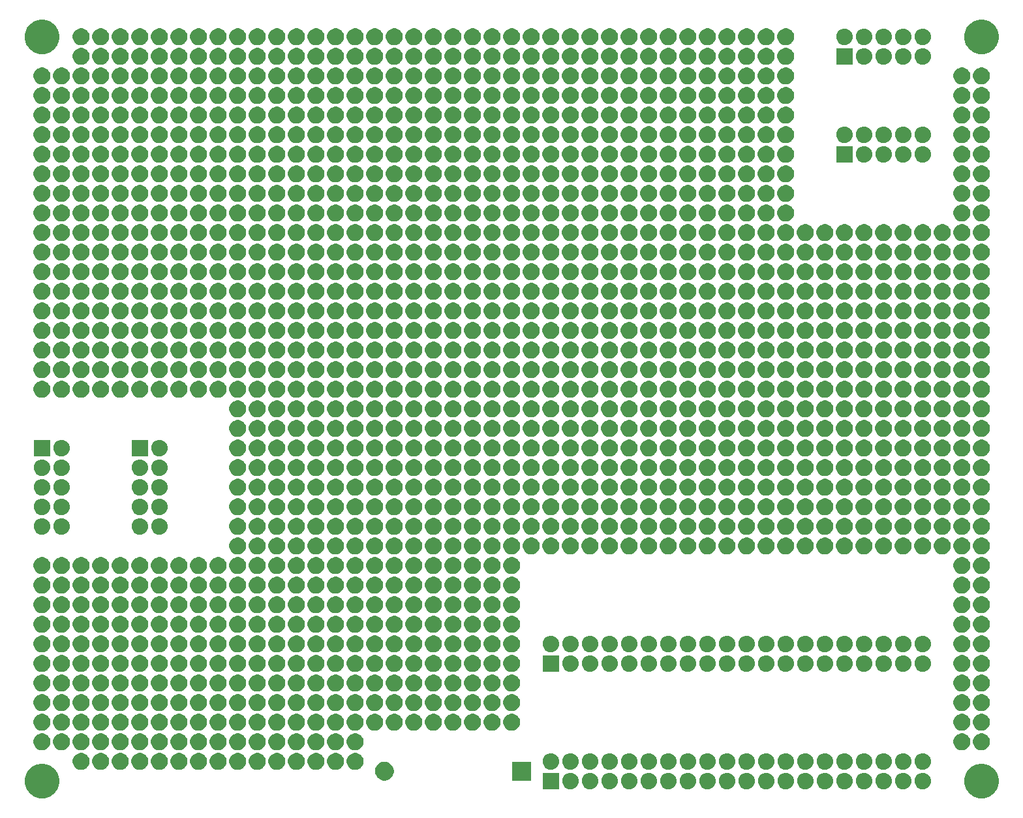
<source format=gbr>
G04 #@! TF.GenerationSoftware,KiCad,Pcbnew,(5.0.1-3-g963ef8bb5)*
G04 #@! TF.CreationDate,2023-12-14T14:08:37-05:00*
G04 #@! TF.ProjectId,gw-r65x1qsbc-proto1,67772D7236357831717362632D70726F,rev?*
G04 #@! TF.SameCoordinates,Original*
G04 #@! TF.FileFunction,Soldermask,Top*
G04 #@! TF.FilePolarity,Negative*
%FSLAX46Y46*%
G04 Gerber Fmt 4.6, Leading zero omitted, Abs format (unit mm)*
G04 Created by KiCad (PCBNEW (5.0.1-3-g963ef8bb5)) date Thursday, December 14, 2023 at 02:08:37 PM*
%MOMM*%
%LPD*%
G01*
G04 APERTURE LIST*
%ADD10C,0.100000*%
G04 APERTURE END LIST*
D10*
G36*
X196231050Y-150253774D02*
X196525725Y-150375832D01*
X196637249Y-150422027D01*
X196834771Y-150554007D01*
X197002820Y-150666294D01*
X197313706Y-150977180D01*
X197557974Y-151342753D01*
X197726226Y-151748950D01*
X197812000Y-152180166D01*
X197812000Y-152619834D01*
X197726226Y-153051050D01*
X197557974Y-153457247D01*
X197313706Y-153822820D01*
X197002820Y-154133706D01*
X197002817Y-154133708D01*
X196637249Y-154377973D01*
X196637248Y-154377974D01*
X196637247Y-154377974D01*
X196231050Y-154546226D01*
X195799834Y-154632000D01*
X195360166Y-154632000D01*
X194928950Y-154546226D01*
X194522753Y-154377974D01*
X194522752Y-154377974D01*
X194522751Y-154377973D01*
X194157183Y-154133708D01*
X194157180Y-154133706D01*
X193846294Y-153822820D01*
X193602026Y-153457247D01*
X193433774Y-153051050D01*
X193348000Y-152619834D01*
X193348000Y-152180166D01*
X193433774Y-151748950D01*
X193602026Y-151342753D01*
X193846294Y-150977180D01*
X194157180Y-150666294D01*
X194325229Y-150554007D01*
X194522751Y-150422027D01*
X194634276Y-150375832D01*
X194928950Y-150253774D01*
X195360166Y-150168000D01*
X195799834Y-150168000D01*
X196231050Y-150253774D01*
X196231050Y-150253774D01*
G37*
G36*
X74311050Y-150253774D02*
X74605725Y-150375832D01*
X74717249Y-150422027D01*
X74914771Y-150554007D01*
X75082820Y-150666294D01*
X75393706Y-150977180D01*
X75637974Y-151342753D01*
X75806226Y-151748950D01*
X75892000Y-152180166D01*
X75892000Y-152619834D01*
X75806226Y-153051050D01*
X75637974Y-153457247D01*
X75393706Y-153822820D01*
X75082820Y-154133706D01*
X75082817Y-154133708D01*
X74717249Y-154377973D01*
X74717248Y-154377974D01*
X74717247Y-154377974D01*
X74311050Y-154546226D01*
X73879834Y-154632000D01*
X73440166Y-154632000D01*
X73008950Y-154546226D01*
X72602753Y-154377974D01*
X72602752Y-154377974D01*
X72602751Y-154377973D01*
X72237183Y-154133708D01*
X72237180Y-154133706D01*
X71926294Y-153822820D01*
X71682026Y-153457247D01*
X71513774Y-153051050D01*
X71428000Y-152619834D01*
X71428000Y-152180166D01*
X71513774Y-151748950D01*
X71682026Y-151342753D01*
X71926294Y-150977180D01*
X72237180Y-150666294D01*
X72405229Y-150554007D01*
X72602751Y-150422027D01*
X72714276Y-150375832D01*
X73008950Y-150253774D01*
X73440166Y-150168000D01*
X73879834Y-150168000D01*
X74311050Y-150253774D01*
X74311050Y-150253774D01*
G37*
G36*
X183088503Y-151351789D02*
X183288991Y-151412607D01*
X183473764Y-151511369D01*
X183635718Y-151644282D01*
X183768631Y-151806236D01*
X183867393Y-151991009D01*
X183928211Y-152191497D01*
X183948746Y-152400000D01*
X183928211Y-152608503D01*
X183867393Y-152808991D01*
X183768631Y-152993764D01*
X183635718Y-153155718D01*
X183473764Y-153288631D01*
X183288991Y-153387393D01*
X183088503Y-153448211D01*
X182932251Y-153463600D01*
X182827749Y-153463600D01*
X182671497Y-153448211D01*
X182471009Y-153387393D01*
X182286236Y-153288631D01*
X182124282Y-153155718D01*
X181991369Y-152993764D01*
X181892607Y-152808991D01*
X181831789Y-152608503D01*
X181811254Y-152400000D01*
X181831789Y-152191497D01*
X181892607Y-151991009D01*
X181991369Y-151806236D01*
X182124282Y-151644282D01*
X182286236Y-151511369D01*
X182471009Y-151412607D01*
X182671497Y-151351789D01*
X182827749Y-151336400D01*
X182932251Y-151336400D01*
X183088503Y-151351789D01*
X183088503Y-151351789D01*
G37*
G36*
X180548503Y-151351789D02*
X180748991Y-151412607D01*
X180933764Y-151511369D01*
X181095718Y-151644282D01*
X181228631Y-151806236D01*
X181327393Y-151991009D01*
X181388211Y-152191497D01*
X181408746Y-152400000D01*
X181388211Y-152608503D01*
X181327393Y-152808991D01*
X181228631Y-152993764D01*
X181095718Y-153155718D01*
X180933764Y-153288631D01*
X180748991Y-153387393D01*
X180548503Y-153448211D01*
X180392251Y-153463600D01*
X180287749Y-153463600D01*
X180131497Y-153448211D01*
X179931009Y-153387393D01*
X179746236Y-153288631D01*
X179584282Y-153155718D01*
X179451369Y-152993764D01*
X179352607Y-152808991D01*
X179291789Y-152608503D01*
X179271254Y-152400000D01*
X179291789Y-152191497D01*
X179352607Y-151991009D01*
X179451369Y-151806236D01*
X179584282Y-151644282D01*
X179746236Y-151511369D01*
X179931009Y-151412607D01*
X180131497Y-151351789D01*
X180287749Y-151336400D01*
X180392251Y-151336400D01*
X180548503Y-151351789D01*
X180548503Y-151351789D01*
G37*
G36*
X178008503Y-151351789D02*
X178208991Y-151412607D01*
X178393764Y-151511369D01*
X178555718Y-151644282D01*
X178688631Y-151806236D01*
X178787393Y-151991009D01*
X178848211Y-152191497D01*
X178868746Y-152400000D01*
X178848211Y-152608503D01*
X178787393Y-152808991D01*
X178688631Y-152993764D01*
X178555718Y-153155718D01*
X178393764Y-153288631D01*
X178208991Y-153387393D01*
X178008503Y-153448211D01*
X177852251Y-153463600D01*
X177747749Y-153463600D01*
X177591497Y-153448211D01*
X177391009Y-153387393D01*
X177206236Y-153288631D01*
X177044282Y-153155718D01*
X176911369Y-152993764D01*
X176812607Y-152808991D01*
X176751789Y-152608503D01*
X176731254Y-152400000D01*
X176751789Y-152191497D01*
X176812607Y-151991009D01*
X176911369Y-151806236D01*
X177044282Y-151644282D01*
X177206236Y-151511369D01*
X177391009Y-151412607D01*
X177591497Y-151351789D01*
X177747749Y-151336400D01*
X177852251Y-151336400D01*
X178008503Y-151351789D01*
X178008503Y-151351789D01*
G37*
G36*
X175468503Y-151351789D02*
X175668991Y-151412607D01*
X175853764Y-151511369D01*
X176015718Y-151644282D01*
X176148631Y-151806236D01*
X176247393Y-151991009D01*
X176308211Y-152191497D01*
X176328746Y-152400000D01*
X176308211Y-152608503D01*
X176247393Y-152808991D01*
X176148631Y-152993764D01*
X176015718Y-153155718D01*
X175853764Y-153288631D01*
X175668991Y-153387393D01*
X175468503Y-153448211D01*
X175312251Y-153463600D01*
X175207749Y-153463600D01*
X175051497Y-153448211D01*
X174851009Y-153387393D01*
X174666236Y-153288631D01*
X174504282Y-153155718D01*
X174371369Y-152993764D01*
X174272607Y-152808991D01*
X174211789Y-152608503D01*
X174191254Y-152400000D01*
X174211789Y-152191497D01*
X174272607Y-151991009D01*
X174371369Y-151806236D01*
X174504282Y-151644282D01*
X174666236Y-151511369D01*
X174851009Y-151412607D01*
X175051497Y-151351789D01*
X175207749Y-151336400D01*
X175312251Y-151336400D01*
X175468503Y-151351789D01*
X175468503Y-151351789D01*
G37*
G36*
X172928503Y-151351789D02*
X173128991Y-151412607D01*
X173313764Y-151511369D01*
X173475718Y-151644282D01*
X173608631Y-151806236D01*
X173707393Y-151991009D01*
X173768211Y-152191497D01*
X173788746Y-152400000D01*
X173768211Y-152608503D01*
X173707393Y-152808991D01*
X173608631Y-152993764D01*
X173475718Y-153155718D01*
X173313764Y-153288631D01*
X173128991Y-153387393D01*
X172928503Y-153448211D01*
X172772251Y-153463600D01*
X172667749Y-153463600D01*
X172511497Y-153448211D01*
X172311009Y-153387393D01*
X172126236Y-153288631D01*
X171964282Y-153155718D01*
X171831369Y-152993764D01*
X171732607Y-152808991D01*
X171671789Y-152608503D01*
X171651254Y-152400000D01*
X171671789Y-152191497D01*
X171732607Y-151991009D01*
X171831369Y-151806236D01*
X171964282Y-151644282D01*
X172126236Y-151511369D01*
X172311009Y-151412607D01*
X172511497Y-151351789D01*
X172667749Y-151336400D01*
X172772251Y-151336400D01*
X172928503Y-151351789D01*
X172928503Y-151351789D01*
G37*
G36*
X170388503Y-151351789D02*
X170588991Y-151412607D01*
X170773764Y-151511369D01*
X170935718Y-151644282D01*
X171068631Y-151806236D01*
X171167393Y-151991009D01*
X171228211Y-152191497D01*
X171248746Y-152400000D01*
X171228211Y-152608503D01*
X171167393Y-152808991D01*
X171068631Y-152993764D01*
X170935718Y-153155718D01*
X170773764Y-153288631D01*
X170588991Y-153387393D01*
X170388503Y-153448211D01*
X170232251Y-153463600D01*
X170127749Y-153463600D01*
X169971497Y-153448211D01*
X169771009Y-153387393D01*
X169586236Y-153288631D01*
X169424282Y-153155718D01*
X169291369Y-152993764D01*
X169192607Y-152808991D01*
X169131789Y-152608503D01*
X169111254Y-152400000D01*
X169131789Y-152191497D01*
X169192607Y-151991009D01*
X169291369Y-151806236D01*
X169424282Y-151644282D01*
X169586236Y-151511369D01*
X169771009Y-151412607D01*
X169971497Y-151351789D01*
X170127749Y-151336400D01*
X170232251Y-151336400D01*
X170388503Y-151351789D01*
X170388503Y-151351789D01*
G37*
G36*
X167848503Y-151351789D02*
X168048991Y-151412607D01*
X168233764Y-151511369D01*
X168395718Y-151644282D01*
X168528631Y-151806236D01*
X168627393Y-151991009D01*
X168688211Y-152191497D01*
X168708746Y-152400000D01*
X168688211Y-152608503D01*
X168627393Y-152808991D01*
X168528631Y-152993764D01*
X168395718Y-153155718D01*
X168233764Y-153288631D01*
X168048991Y-153387393D01*
X167848503Y-153448211D01*
X167692251Y-153463600D01*
X167587749Y-153463600D01*
X167431497Y-153448211D01*
X167231009Y-153387393D01*
X167046236Y-153288631D01*
X166884282Y-153155718D01*
X166751369Y-152993764D01*
X166652607Y-152808991D01*
X166591789Y-152608503D01*
X166571254Y-152400000D01*
X166591789Y-152191497D01*
X166652607Y-151991009D01*
X166751369Y-151806236D01*
X166884282Y-151644282D01*
X167046236Y-151511369D01*
X167231009Y-151412607D01*
X167431497Y-151351789D01*
X167587749Y-151336400D01*
X167692251Y-151336400D01*
X167848503Y-151351789D01*
X167848503Y-151351789D01*
G37*
G36*
X165308503Y-151351789D02*
X165508991Y-151412607D01*
X165693764Y-151511369D01*
X165855718Y-151644282D01*
X165988631Y-151806236D01*
X166087393Y-151991009D01*
X166148211Y-152191497D01*
X166168746Y-152400000D01*
X166148211Y-152608503D01*
X166087393Y-152808991D01*
X165988631Y-152993764D01*
X165855718Y-153155718D01*
X165693764Y-153288631D01*
X165508991Y-153387393D01*
X165308503Y-153448211D01*
X165152251Y-153463600D01*
X165047749Y-153463600D01*
X164891497Y-153448211D01*
X164691009Y-153387393D01*
X164506236Y-153288631D01*
X164344282Y-153155718D01*
X164211369Y-152993764D01*
X164112607Y-152808991D01*
X164051789Y-152608503D01*
X164031254Y-152400000D01*
X164051789Y-152191497D01*
X164112607Y-151991009D01*
X164211369Y-151806236D01*
X164344282Y-151644282D01*
X164506236Y-151511369D01*
X164691009Y-151412607D01*
X164891497Y-151351789D01*
X165047749Y-151336400D01*
X165152251Y-151336400D01*
X165308503Y-151351789D01*
X165308503Y-151351789D01*
G37*
G36*
X162768503Y-151351789D02*
X162968991Y-151412607D01*
X163153764Y-151511369D01*
X163315718Y-151644282D01*
X163448631Y-151806236D01*
X163547393Y-151991009D01*
X163608211Y-152191497D01*
X163628746Y-152400000D01*
X163608211Y-152608503D01*
X163547393Y-152808991D01*
X163448631Y-152993764D01*
X163315718Y-153155718D01*
X163153764Y-153288631D01*
X162968991Y-153387393D01*
X162768503Y-153448211D01*
X162612251Y-153463600D01*
X162507749Y-153463600D01*
X162351497Y-153448211D01*
X162151009Y-153387393D01*
X161966236Y-153288631D01*
X161804282Y-153155718D01*
X161671369Y-152993764D01*
X161572607Y-152808991D01*
X161511789Y-152608503D01*
X161491254Y-152400000D01*
X161511789Y-152191497D01*
X161572607Y-151991009D01*
X161671369Y-151806236D01*
X161804282Y-151644282D01*
X161966236Y-151511369D01*
X162151009Y-151412607D01*
X162351497Y-151351789D01*
X162507749Y-151336400D01*
X162612251Y-151336400D01*
X162768503Y-151351789D01*
X162768503Y-151351789D01*
G37*
G36*
X160228503Y-151351789D02*
X160428991Y-151412607D01*
X160613764Y-151511369D01*
X160775718Y-151644282D01*
X160908631Y-151806236D01*
X161007393Y-151991009D01*
X161068211Y-152191497D01*
X161088746Y-152400000D01*
X161068211Y-152608503D01*
X161007393Y-152808991D01*
X160908631Y-152993764D01*
X160775718Y-153155718D01*
X160613764Y-153288631D01*
X160428991Y-153387393D01*
X160228503Y-153448211D01*
X160072251Y-153463600D01*
X159967749Y-153463600D01*
X159811497Y-153448211D01*
X159611009Y-153387393D01*
X159426236Y-153288631D01*
X159264282Y-153155718D01*
X159131369Y-152993764D01*
X159032607Y-152808991D01*
X158971789Y-152608503D01*
X158951254Y-152400000D01*
X158971789Y-152191497D01*
X159032607Y-151991009D01*
X159131369Y-151806236D01*
X159264282Y-151644282D01*
X159426236Y-151511369D01*
X159611009Y-151412607D01*
X159811497Y-151351789D01*
X159967749Y-151336400D01*
X160072251Y-151336400D01*
X160228503Y-151351789D01*
X160228503Y-151351789D01*
G37*
G36*
X157688503Y-151351789D02*
X157888991Y-151412607D01*
X158073764Y-151511369D01*
X158235718Y-151644282D01*
X158368631Y-151806236D01*
X158467393Y-151991009D01*
X158528211Y-152191497D01*
X158548746Y-152400000D01*
X158528211Y-152608503D01*
X158467393Y-152808991D01*
X158368631Y-152993764D01*
X158235718Y-153155718D01*
X158073764Y-153288631D01*
X157888991Y-153387393D01*
X157688503Y-153448211D01*
X157532251Y-153463600D01*
X157427749Y-153463600D01*
X157271497Y-153448211D01*
X157071009Y-153387393D01*
X156886236Y-153288631D01*
X156724282Y-153155718D01*
X156591369Y-152993764D01*
X156492607Y-152808991D01*
X156431789Y-152608503D01*
X156411254Y-152400000D01*
X156431789Y-152191497D01*
X156492607Y-151991009D01*
X156591369Y-151806236D01*
X156724282Y-151644282D01*
X156886236Y-151511369D01*
X157071009Y-151412607D01*
X157271497Y-151351789D01*
X157427749Y-151336400D01*
X157532251Y-151336400D01*
X157688503Y-151351789D01*
X157688503Y-151351789D01*
G37*
G36*
X155148503Y-151351789D02*
X155348991Y-151412607D01*
X155533764Y-151511369D01*
X155695718Y-151644282D01*
X155828631Y-151806236D01*
X155927393Y-151991009D01*
X155988211Y-152191497D01*
X156008746Y-152400000D01*
X155988211Y-152608503D01*
X155927393Y-152808991D01*
X155828631Y-152993764D01*
X155695718Y-153155718D01*
X155533764Y-153288631D01*
X155348991Y-153387393D01*
X155148503Y-153448211D01*
X154992251Y-153463600D01*
X154887749Y-153463600D01*
X154731497Y-153448211D01*
X154531009Y-153387393D01*
X154346236Y-153288631D01*
X154184282Y-153155718D01*
X154051369Y-152993764D01*
X153952607Y-152808991D01*
X153891789Y-152608503D01*
X153871254Y-152400000D01*
X153891789Y-152191497D01*
X153952607Y-151991009D01*
X154051369Y-151806236D01*
X154184282Y-151644282D01*
X154346236Y-151511369D01*
X154531009Y-151412607D01*
X154731497Y-151351789D01*
X154887749Y-151336400D01*
X154992251Y-151336400D01*
X155148503Y-151351789D01*
X155148503Y-151351789D01*
G37*
G36*
X152608503Y-151351789D02*
X152808991Y-151412607D01*
X152993764Y-151511369D01*
X153155718Y-151644282D01*
X153288631Y-151806236D01*
X153387393Y-151991009D01*
X153448211Y-152191497D01*
X153468746Y-152400000D01*
X153448211Y-152608503D01*
X153387393Y-152808991D01*
X153288631Y-152993764D01*
X153155718Y-153155718D01*
X152993764Y-153288631D01*
X152808991Y-153387393D01*
X152608503Y-153448211D01*
X152452251Y-153463600D01*
X152347749Y-153463600D01*
X152191497Y-153448211D01*
X151991009Y-153387393D01*
X151806236Y-153288631D01*
X151644282Y-153155718D01*
X151511369Y-152993764D01*
X151412607Y-152808991D01*
X151351789Y-152608503D01*
X151331254Y-152400000D01*
X151351789Y-152191497D01*
X151412607Y-151991009D01*
X151511369Y-151806236D01*
X151644282Y-151644282D01*
X151806236Y-151511369D01*
X151991009Y-151412607D01*
X152191497Y-151351789D01*
X152347749Y-151336400D01*
X152452251Y-151336400D01*
X152608503Y-151351789D01*
X152608503Y-151351789D01*
G37*
G36*
X150068503Y-151351789D02*
X150268991Y-151412607D01*
X150453764Y-151511369D01*
X150615718Y-151644282D01*
X150748631Y-151806236D01*
X150847393Y-151991009D01*
X150908211Y-152191497D01*
X150928746Y-152400000D01*
X150908211Y-152608503D01*
X150847393Y-152808991D01*
X150748631Y-152993764D01*
X150615718Y-153155718D01*
X150453764Y-153288631D01*
X150268991Y-153387393D01*
X150068503Y-153448211D01*
X149912251Y-153463600D01*
X149807749Y-153463600D01*
X149651497Y-153448211D01*
X149451009Y-153387393D01*
X149266236Y-153288631D01*
X149104282Y-153155718D01*
X148971369Y-152993764D01*
X148872607Y-152808991D01*
X148811789Y-152608503D01*
X148791254Y-152400000D01*
X148811789Y-152191497D01*
X148872607Y-151991009D01*
X148971369Y-151806236D01*
X149104282Y-151644282D01*
X149266236Y-151511369D01*
X149451009Y-151412607D01*
X149651497Y-151351789D01*
X149807749Y-151336400D01*
X149912251Y-151336400D01*
X150068503Y-151351789D01*
X150068503Y-151351789D01*
G37*
G36*
X147528503Y-151351789D02*
X147728991Y-151412607D01*
X147913764Y-151511369D01*
X148075718Y-151644282D01*
X148208631Y-151806236D01*
X148307393Y-151991009D01*
X148368211Y-152191497D01*
X148388746Y-152400000D01*
X148368211Y-152608503D01*
X148307393Y-152808991D01*
X148208631Y-152993764D01*
X148075718Y-153155718D01*
X147913764Y-153288631D01*
X147728991Y-153387393D01*
X147528503Y-153448211D01*
X147372251Y-153463600D01*
X147267749Y-153463600D01*
X147111497Y-153448211D01*
X146911009Y-153387393D01*
X146726236Y-153288631D01*
X146564282Y-153155718D01*
X146431369Y-152993764D01*
X146332607Y-152808991D01*
X146271789Y-152608503D01*
X146251254Y-152400000D01*
X146271789Y-152191497D01*
X146332607Y-151991009D01*
X146431369Y-151806236D01*
X146564282Y-151644282D01*
X146726236Y-151511369D01*
X146911009Y-151412607D01*
X147111497Y-151351789D01*
X147267749Y-151336400D01*
X147372251Y-151336400D01*
X147528503Y-151351789D01*
X147528503Y-151351789D01*
G37*
G36*
X144988503Y-151351789D02*
X145188991Y-151412607D01*
X145373764Y-151511369D01*
X145535718Y-151644282D01*
X145668631Y-151806236D01*
X145767393Y-151991009D01*
X145828211Y-152191497D01*
X145848746Y-152400000D01*
X145828211Y-152608503D01*
X145767393Y-152808991D01*
X145668631Y-152993764D01*
X145535718Y-153155718D01*
X145373764Y-153288631D01*
X145188991Y-153387393D01*
X144988503Y-153448211D01*
X144832251Y-153463600D01*
X144727749Y-153463600D01*
X144571497Y-153448211D01*
X144371009Y-153387393D01*
X144186236Y-153288631D01*
X144024282Y-153155718D01*
X143891369Y-152993764D01*
X143792607Y-152808991D01*
X143731789Y-152608503D01*
X143711254Y-152400000D01*
X143731789Y-152191497D01*
X143792607Y-151991009D01*
X143891369Y-151806236D01*
X144024282Y-151644282D01*
X144186236Y-151511369D01*
X144371009Y-151412607D01*
X144571497Y-151351789D01*
X144727749Y-151336400D01*
X144832251Y-151336400D01*
X144988503Y-151351789D01*
X144988503Y-151351789D01*
G37*
G36*
X142448503Y-151351789D02*
X142648991Y-151412607D01*
X142833764Y-151511369D01*
X142995718Y-151644282D01*
X143128631Y-151806236D01*
X143227393Y-151991009D01*
X143288211Y-152191497D01*
X143308746Y-152400000D01*
X143288211Y-152608503D01*
X143227393Y-152808991D01*
X143128631Y-152993764D01*
X142995718Y-153155718D01*
X142833764Y-153288631D01*
X142648991Y-153387393D01*
X142448503Y-153448211D01*
X142292251Y-153463600D01*
X142187749Y-153463600D01*
X142031497Y-153448211D01*
X141831009Y-153387393D01*
X141646236Y-153288631D01*
X141484282Y-153155718D01*
X141351369Y-152993764D01*
X141252607Y-152808991D01*
X141191789Y-152608503D01*
X141171254Y-152400000D01*
X141191789Y-152191497D01*
X141252607Y-151991009D01*
X141351369Y-151806236D01*
X141484282Y-151644282D01*
X141646236Y-151511369D01*
X141831009Y-151412607D01*
X142031497Y-151351789D01*
X142187749Y-151336400D01*
X142292251Y-151336400D01*
X142448503Y-151351789D01*
X142448503Y-151351789D01*
G37*
G36*
X140763600Y-153463600D02*
X138636400Y-153463600D01*
X138636400Y-151336400D01*
X140763600Y-151336400D01*
X140763600Y-153463600D01*
X140763600Y-153463600D01*
G37*
G36*
X185628503Y-151351789D02*
X185828991Y-151412607D01*
X186013764Y-151511369D01*
X186175718Y-151644282D01*
X186308631Y-151806236D01*
X186407393Y-151991009D01*
X186468211Y-152191497D01*
X186488746Y-152400000D01*
X186468211Y-152608503D01*
X186407393Y-152808991D01*
X186308631Y-152993764D01*
X186175718Y-153155718D01*
X186013764Y-153288631D01*
X185828991Y-153387393D01*
X185628503Y-153448211D01*
X185472251Y-153463600D01*
X185367749Y-153463600D01*
X185211497Y-153448211D01*
X185011009Y-153387393D01*
X184826236Y-153288631D01*
X184664282Y-153155718D01*
X184531369Y-152993764D01*
X184432607Y-152808991D01*
X184371789Y-152608503D01*
X184351254Y-152400000D01*
X184371789Y-152191497D01*
X184432607Y-151991009D01*
X184531369Y-151806236D01*
X184664282Y-151644282D01*
X184826236Y-151511369D01*
X185011009Y-151412607D01*
X185211497Y-151351789D01*
X185367749Y-151336400D01*
X185472251Y-151336400D01*
X185628503Y-151351789D01*
X185628503Y-151351789D01*
G37*
G36*
X188168503Y-151351789D02*
X188368991Y-151412607D01*
X188553764Y-151511369D01*
X188715718Y-151644282D01*
X188848631Y-151806236D01*
X188947393Y-151991009D01*
X189008211Y-152191497D01*
X189028746Y-152400000D01*
X189008211Y-152608503D01*
X188947393Y-152808991D01*
X188848631Y-152993764D01*
X188715718Y-153155718D01*
X188553764Y-153288631D01*
X188368991Y-153387393D01*
X188168503Y-153448211D01*
X188012251Y-153463600D01*
X187907749Y-153463600D01*
X187751497Y-153448211D01*
X187551009Y-153387393D01*
X187366236Y-153288631D01*
X187204282Y-153155718D01*
X187071369Y-152993764D01*
X186972607Y-152808991D01*
X186911789Y-152608503D01*
X186891254Y-152400000D01*
X186911789Y-152191497D01*
X186972607Y-151991009D01*
X187071369Y-151806236D01*
X187204282Y-151644282D01*
X187366236Y-151511369D01*
X187551009Y-151412607D01*
X187751497Y-151351789D01*
X187907749Y-151336400D01*
X188012251Y-151336400D01*
X188168503Y-151351789D01*
X188168503Y-151351789D01*
G37*
G36*
X137106000Y-152346000D02*
X134674000Y-152346000D01*
X134674000Y-149914000D01*
X137106000Y-149914000D01*
X137106000Y-152346000D01*
X137106000Y-152346000D01*
G37*
G36*
X118464692Y-149960729D02*
X118685993Y-150052395D01*
X118885158Y-150185473D01*
X119054527Y-150354842D01*
X119187605Y-150554007D01*
X119279271Y-150775308D01*
X119326000Y-151010233D01*
X119326000Y-151249767D01*
X119279271Y-151484692D01*
X119187605Y-151705993D01*
X119054527Y-151905158D01*
X118885158Y-152074527D01*
X118685993Y-152207605D01*
X118464692Y-152299271D01*
X118229767Y-152346000D01*
X117990233Y-152346000D01*
X117755308Y-152299271D01*
X117534007Y-152207605D01*
X117334842Y-152074527D01*
X117165473Y-151905158D01*
X117032395Y-151705993D01*
X116940729Y-151484692D01*
X116894000Y-151249767D01*
X116894000Y-151010233D01*
X116940729Y-150775308D01*
X117032395Y-150554007D01*
X117165473Y-150354842D01*
X117334842Y-150185473D01*
X117534007Y-150052395D01*
X117755308Y-149960729D01*
X117990233Y-149914000D01*
X118229767Y-149914000D01*
X118464692Y-149960729D01*
X118464692Y-149960729D01*
G37*
G36*
X79057649Y-148812849D02*
X79255832Y-148894939D01*
X79255835Y-148894941D01*
X79370219Y-148971370D01*
X79434201Y-149014122D01*
X79585878Y-149165799D01*
X79705061Y-149344168D01*
X79787151Y-149542351D01*
X79829000Y-149752741D01*
X79829000Y-149967259D01*
X79787151Y-150177649D01*
X79705061Y-150375832D01*
X79585878Y-150554201D01*
X79434201Y-150705878D01*
X79434198Y-150705880D01*
X79434197Y-150705881D01*
X79370217Y-150748631D01*
X79255832Y-150825061D01*
X79057649Y-150907151D01*
X78847259Y-150949000D01*
X78632741Y-150949000D01*
X78422351Y-150907151D01*
X78224168Y-150825061D01*
X78109783Y-150748631D01*
X78045803Y-150705881D01*
X78045802Y-150705880D01*
X78045799Y-150705878D01*
X77894122Y-150554201D01*
X77774939Y-150375832D01*
X77692849Y-150177649D01*
X77651000Y-149967259D01*
X77651000Y-149752741D01*
X77692849Y-149542351D01*
X77774939Y-149344168D01*
X77894122Y-149165799D01*
X78045799Y-149014122D01*
X78109782Y-148971370D01*
X78224165Y-148894941D01*
X78224168Y-148894939D01*
X78422351Y-148812849D01*
X78632741Y-148771000D01*
X78847259Y-148771000D01*
X79057649Y-148812849D01*
X79057649Y-148812849D01*
G37*
G36*
X81597649Y-148812849D02*
X81795832Y-148894939D01*
X81795835Y-148894941D01*
X81910219Y-148971370D01*
X81974201Y-149014122D01*
X82125878Y-149165799D01*
X82245061Y-149344168D01*
X82327151Y-149542351D01*
X82369000Y-149752741D01*
X82369000Y-149967259D01*
X82327151Y-150177649D01*
X82245061Y-150375832D01*
X82125878Y-150554201D01*
X81974201Y-150705878D01*
X81974198Y-150705880D01*
X81974197Y-150705881D01*
X81910217Y-150748631D01*
X81795832Y-150825061D01*
X81597649Y-150907151D01*
X81387259Y-150949000D01*
X81172741Y-150949000D01*
X80962351Y-150907151D01*
X80764168Y-150825061D01*
X80649783Y-150748631D01*
X80585803Y-150705881D01*
X80585802Y-150705880D01*
X80585799Y-150705878D01*
X80434122Y-150554201D01*
X80314939Y-150375832D01*
X80232849Y-150177649D01*
X80191000Y-149967259D01*
X80191000Y-149752741D01*
X80232849Y-149542351D01*
X80314939Y-149344168D01*
X80434122Y-149165799D01*
X80585799Y-149014122D01*
X80649782Y-148971370D01*
X80764165Y-148894941D01*
X80764168Y-148894939D01*
X80962351Y-148812849D01*
X81172741Y-148771000D01*
X81387259Y-148771000D01*
X81597649Y-148812849D01*
X81597649Y-148812849D01*
G37*
G36*
X84137649Y-148812849D02*
X84335832Y-148894939D01*
X84335835Y-148894941D01*
X84450219Y-148971370D01*
X84514201Y-149014122D01*
X84665878Y-149165799D01*
X84785061Y-149344168D01*
X84867151Y-149542351D01*
X84909000Y-149752741D01*
X84909000Y-149967259D01*
X84867151Y-150177649D01*
X84785061Y-150375832D01*
X84665878Y-150554201D01*
X84514201Y-150705878D01*
X84514198Y-150705880D01*
X84514197Y-150705881D01*
X84450217Y-150748631D01*
X84335832Y-150825061D01*
X84137649Y-150907151D01*
X83927259Y-150949000D01*
X83712741Y-150949000D01*
X83502351Y-150907151D01*
X83304168Y-150825061D01*
X83189783Y-150748631D01*
X83125803Y-150705881D01*
X83125802Y-150705880D01*
X83125799Y-150705878D01*
X82974122Y-150554201D01*
X82854939Y-150375832D01*
X82772849Y-150177649D01*
X82731000Y-149967259D01*
X82731000Y-149752741D01*
X82772849Y-149542351D01*
X82854939Y-149344168D01*
X82974122Y-149165799D01*
X83125799Y-149014122D01*
X83189782Y-148971370D01*
X83304165Y-148894941D01*
X83304168Y-148894939D01*
X83502351Y-148812849D01*
X83712741Y-148771000D01*
X83927259Y-148771000D01*
X84137649Y-148812849D01*
X84137649Y-148812849D01*
G37*
G36*
X86677649Y-148812849D02*
X86875832Y-148894939D01*
X86875835Y-148894941D01*
X86990219Y-148971370D01*
X87054201Y-149014122D01*
X87205878Y-149165799D01*
X87325061Y-149344168D01*
X87407151Y-149542351D01*
X87449000Y-149752741D01*
X87449000Y-149967259D01*
X87407151Y-150177649D01*
X87325061Y-150375832D01*
X87205878Y-150554201D01*
X87054201Y-150705878D01*
X87054198Y-150705880D01*
X87054197Y-150705881D01*
X86990217Y-150748631D01*
X86875832Y-150825061D01*
X86677649Y-150907151D01*
X86467259Y-150949000D01*
X86252741Y-150949000D01*
X86042351Y-150907151D01*
X85844168Y-150825061D01*
X85729783Y-150748631D01*
X85665803Y-150705881D01*
X85665802Y-150705880D01*
X85665799Y-150705878D01*
X85514122Y-150554201D01*
X85394939Y-150375832D01*
X85312849Y-150177649D01*
X85271000Y-149967259D01*
X85271000Y-149752741D01*
X85312849Y-149542351D01*
X85394939Y-149344168D01*
X85514122Y-149165799D01*
X85665799Y-149014122D01*
X85729782Y-148971370D01*
X85844165Y-148894941D01*
X85844168Y-148894939D01*
X86042351Y-148812849D01*
X86252741Y-148771000D01*
X86467259Y-148771000D01*
X86677649Y-148812849D01*
X86677649Y-148812849D01*
G37*
G36*
X89217649Y-148812849D02*
X89415832Y-148894939D01*
X89415835Y-148894941D01*
X89530219Y-148971370D01*
X89594201Y-149014122D01*
X89745878Y-149165799D01*
X89865061Y-149344168D01*
X89947151Y-149542351D01*
X89989000Y-149752741D01*
X89989000Y-149967259D01*
X89947151Y-150177649D01*
X89865061Y-150375832D01*
X89745878Y-150554201D01*
X89594201Y-150705878D01*
X89594198Y-150705880D01*
X89594197Y-150705881D01*
X89530217Y-150748631D01*
X89415832Y-150825061D01*
X89217649Y-150907151D01*
X89007259Y-150949000D01*
X88792741Y-150949000D01*
X88582351Y-150907151D01*
X88384168Y-150825061D01*
X88269783Y-150748631D01*
X88205803Y-150705881D01*
X88205802Y-150705880D01*
X88205799Y-150705878D01*
X88054122Y-150554201D01*
X87934939Y-150375832D01*
X87852849Y-150177649D01*
X87811000Y-149967259D01*
X87811000Y-149752741D01*
X87852849Y-149542351D01*
X87934939Y-149344168D01*
X88054122Y-149165799D01*
X88205799Y-149014122D01*
X88269782Y-148971370D01*
X88384165Y-148894941D01*
X88384168Y-148894939D01*
X88582351Y-148812849D01*
X88792741Y-148771000D01*
X89007259Y-148771000D01*
X89217649Y-148812849D01*
X89217649Y-148812849D01*
G37*
G36*
X91757649Y-148812849D02*
X91955832Y-148894939D01*
X91955835Y-148894941D01*
X92070219Y-148971370D01*
X92134201Y-149014122D01*
X92285878Y-149165799D01*
X92405061Y-149344168D01*
X92487151Y-149542351D01*
X92529000Y-149752741D01*
X92529000Y-149967259D01*
X92487151Y-150177649D01*
X92405061Y-150375832D01*
X92285878Y-150554201D01*
X92134201Y-150705878D01*
X92134198Y-150705880D01*
X92134197Y-150705881D01*
X92070217Y-150748631D01*
X91955832Y-150825061D01*
X91757649Y-150907151D01*
X91547259Y-150949000D01*
X91332741Y-150949000D01*
X91122351Y-150907151D01*
X90924168Y-150825061D01*
X90809783Y-150748631D01*
X90745803Y-150705881D01*
X90745802Y-150705880D01*
X90745799Y-150705878D01*
X90594122Y-150554201D01*
X90474939Y-150375832D01*
X90392849Y-150177649D01*
X90351000Y-149967259D01*
X90351000Y-149752741D01*
X90392849Y-149542351D01*
X90474939Y-149344168D01*
X90594122Y-149165799D01*
X90745799Y-149014122D01*
X90809782Y-148971370D01*
X90924165Y-148894941D01*
X90924168Y-148894939D01*
X91122351Y-148812849D01*
X91332741Y-148771000D01*
X91547259Y-148771000D01*
X91757649Y-148812849D01*
X91757649Y-148812849D01*
G37*
G36*
X94297649Y-148812849D02*
X94495832Y-148894939D01*
X94495835Y-148894941D01*
X94610219Y-148971370D01*
X94674201Y-149014122D01*
X94825878Y-149165799D01*
X94945061Y-149344168D01*
X95027151Y-149542351D01*
X95069000Y-149752741D01*
X95069000Y-149967259D01*
X95027151Y-150177649D01*
X94945061Y-150375832D01*
X94825878Y-150554201D01*
X94674201Y-150705878D01*
X94674198Y-150705880D01*
X94674197Y-150705881D01*
X94610217Y-150748631D01*
X94495832Y-150825061D01*
X94297649Y-150907151D01*
X94087259Y-150949000D01*
X93872741Y-150949000D01*
X93662351Y-150907151D01*
X93464168Y-150825061D01*
X93349783Y-150748631D01*
X93285803Y-150705881D01*
X93285802Y-150705880D01*
X93285799Y-150705878D01*
X93134122Y-150554201D01*
X93014939Y-150375832D01*
X92932849Y-150177649D01*
X92891000Y-149967259D01*
X92891000Y-149752741D01*
X92932849Y-149542351D01*
X93014939Y-149344168D01*
X93134122Y-149165799D01*
X93285799Y-149014122D01*
X93349782Y-148971370D01*
X93464165Y-148894941D01*
X93464168Y-148894939D01*
X93662351Y-148812849D01*
X93872741Y-148771000D01*
X94087259Y-148771000D01*
X94297649Y-148812849D01*
X94297649Y-148812849D01*
G37*
G36*
X96837649Y-148812849D02*
X97035832Y-148894939D01*
X97035835Y-148894941D01*
X97150219Y-148971370D01*
X97214201Y-149014122D01*
X97365878Y-149165799D01*
X97485061Y-149344168D01*
X97567151Y-149542351D01*
X97609000Y-149752741D01*
X97609000Y-149967259D01*
X97567151Y-150177649D01*
X97485061Y-150375832D01*
X97365878Y-150554201D01*
X97214201Y-150705878D01*
X97214198Y-150705880D01*
X97214197Y-150705881D01*
X97150217Y-150748631D01*
X97035832Y-150825061D01*
X96837649Y-150907151D01*
X96627259Y-150949000D01*
X96412741Y-150949000D01*
X96202351Y-150907151D01*
X96004168Y-150825061D01*
X95889783Y-150748631D01*
X95825803Y-150705881D01*
X95825802Y-150705880D01*
X95825799Y-150705878D01*
X95674122Y-150554201D01*
X95554939Y-150375832D01*
X95472849Y-150177649D01*
X95431000Y-149967259D01*
X95431000Y-149752741D01*
X95472849Y-149542351D01*
X95554939Y-149344168D01*
X95674122Y-149165799D01*
X95825799Y-149014122D01*
X95889782Y-148971370D01*
X96004165Y-148894941D01*
X96004168Y-148894939D01*
X96202351Y-148812849D01*
X96412741Y-148771000D01*
X96627259Y-148771000D01*
X96837649Y-148812849D01*
X96837649Y-148812849D01*
G37*
G36*
X99377649Y-148812849D02*
X99575832Y-148894939D01*
X99575835Y-148894941D01*
X99690219Y-148971370D01*
X99754201Y-149014122D01*
X99905878Y-149165799D01*
X100025061Y-149344168D01*
X100107151Y-149542351D01*
X100149000Y-149752741D01*
X100149000Y-149967259D01*
X100107151Y-150177649D01*
X100025061Y-150375832D01*
X99905878Y-150554201D01*
X99754201Y-150705878D01*
X99754198Y-150705880D01*
X99754197Y-150705881D01*
X99690217Y-150748631D01*
X99575832Y-150825061D01*
X99377649Y-150907151D01*
X99167259Y-150949000D01*
X98952741Y-150949000D01*
X98742351Y-150907151D01*
X98544168Y-150825061D01*
X98429783Y-150748631D01*
X98365803Y-150705881D01*
X98365802Y-150705880D01*
X98365799Y-150705878D01*
X98214122Y-150554201D01*
X98094939Y-150375832D01*
X98012849Y-150177649D01*
X97971000Y-149967259D01*
X97971000Y-149752741D01*
X98012849Y-149542351D01*
X98094939Y-149344168D01*
X98214122Y-149165799D01*
X98365799Y-149014122D01*
X98429782Y-148971370D01*
X98544165Y-148894941D01*
X98544168Y-148894939D01*
X98742351Y-148812849D01*
X98952741Y-148771000D01*
X99167259Y-148771000D01*
X99377649Y-148812849D01*
X99377649Y-148812849D01*
G37*
G36*
X101917649Y-148812849D02*
X102115832Y-148894939D01*
X102115835Y-148894941D01*
X102230219Y-148971370D01*
X102294201Y-149014122D01*
X102445878Y-149165799D01*
X102565061Y-149344168D01*
X102647151Y-149542351D01*
X102689000Y-149752741D01*
X102689000Y-149967259D01*
X102647151Y-150177649D01*
X102565061Y-150375832D01*
X102445878Y-150554201D01*
X102294201Y-150705878D01*
X102294198Y-150705880D01*
X102294197Y-150705881D01*
X102230217Y-150748631D01*
X102115832Y-150825061D01*
X101917649Y-150907151D01*
X101707259Y-150949000D01*
X101492741Y-150949000D01*
X101282351Y-150907151D01*
X101084168Y-150825061D01*
X100969783Y-150748631D01*
X100905803Y-150705881D01*
X100905802Y-150705880D01*
X100905799Y-150705878D01*
X100754122Y-150554201D01*
X100634939Y-150375832D01*
X100552849Y-150177649D01*
X100511000Y-149967259D01*
X100511000Y-149752741D01*
X100552849Y-149542351D01*
X100634939Y-149344168D01*
X100754122Y-149165799D01*
X100905799Y-149014122D01*
X100969782Y-148971370D01*
X101084165Y-148894941D01*
X101084168Y-148894939D01*
X101282351Y-148812849D01*
X101492741Y-148771000D01*
X101707259Y-148771000D01*
X101917649Y-148812849D01*
X101917649Y-148812849D01*
G37*
G36*
X104457649Y-148812849D02*
X104655832Y-148894939D01*
X104655835Y-148894941D01*
X104770219Y-148971370D01*
X104834201Y-149014122D01*
X104985878Y-149165799D01*
X105105061Y-149344168D01*
X105187151Y-149542351D01*
X105229000Y-149752741D01*
X105229000Y-149967259D01*
X105187151Y-150177649D01*
X105105061Y-150375832D01*
X104985878Y-150554201D01*
X104834201Y-150705878D01*
X104834198Y-150705880D01*
X104834197Y-150705881D01*
X104770217Y-150748631D01*
X104655832Y-150825061D01*
X104457649Y-150907151D01*
X104247259Y-150949000D01*
X104032741Y-150949000D01*
X103822351Y-150907151D01*
X103624168Y-150825061D01*
X103509783Y-150748631D01*
X103445803Y-150705881D01*
X103445802Y-150705880D01*
X103445799Y-150705878D01*
X103294122Y-150554201D01*
X103174939Y-150375832D01*
X103092849Y-150177649D01*
X103051000Y-149967259D01*
X103051000Y-149752741D01*
X103092849Y-149542351D01*
X103174939Y-149344168D01*
X103294122Y-149165799D01*
X103445799Y-149014122D01*
X103509782Y-148971370D01*
X103624165Y-148894941D01*
X103624168Y-148894939D01*
X103822351Y-148812849D01*
X104032741Y-148771000D01*
X104247259Y-148771000D01*
X104457649Y-148812849D01*
X104457649Y-148812849D01*
G37*
G36*
X106997649Y-148812849D02*
X107195832Y-148894939D01*
X107195835Y-148894941D01*
X107310219Y-148971370D01*
X107374201Y-149014122D01*
X107525878Y-149165799D01*
X107645061Y-149344168D01*
X107727151Y-149542351D01*
X107769000Y-149752741D01*
X107769000Y-149967259D01*
X107727151Y-150177649D01*
X107645061Y-150375832D01*
X107525878Y-150554201D01*
X107374201Y-150705878D01*
X107374198Y-150705880D01*
X107374197Y-150705881D01*
X107310217Y-150748631D01*
X107195832Y-150825061D01*
X106997649Y-150907151D01*
X106787259Y-150949000D01*
X106572741Y-150949000D01*
X106362351Y-150907151D01*
X106164168Y-150825061D01*
X106049783Y-150748631D01*
X105985803Y-150705881D01*
X105985802Y-150705880D01*
X105985799Y-150705878D01*
X105834122Y-150554201D01*
X105714939Y-150375832D01*
X105632849Y-150177649D01*
X105591000Y-149967259D01*
X105591000Y-149752741D01*
X105632849Y-149542351D01*
X105714939Y-149344168D01*
X105834122Y-149165799D01*
X105985799Y-149014122D01*
X106049782Y-148971370D01*
X106164165Y-148894941D01*
X106164168Y-148894939D01*
X106362351Y-148812849D01*
X106572741Y-148771000D01*
X106787259Y-148771000D01*
X106997649Y-148812849D01*
X106997649Y-148812849D01*
G37*
G36*
X109537649Y-148812849D02*
X109735832Y-148894939D01*
X109735835Y-148894941D01*
X109850219Y-148971370D01*
X109914201Y-149014122D01*
X110065878Y-149165799D01*
X110185061Y-149344168D01*
X110267151Y-149542351D01*
X110309000Y-149752741D01*
X110309000Y-149967259D01*
X110267151Y-150177649D01*
X110185061Y-150375832D01*
X110065878Y-150554201D01*
X109914201Y-150705878D01*
X109914198Y-150705880D01*
X109914197Y-150705881D01*
X109850217Y-150748631D01*
X109735832Y-150825061D01*
X109537649Y-150907151D01*
X109327259Y-150949000D01*
X109112741Y-150949000D01*
X108902351Y-150907151D01*
X108704168Y-150825061D01*
X108589783Y-150748631D01*
X108525803Y-150705881D01*
X108525802Y-150705880D01*
X108525799Y-150705878D01*
X108374122Y-150554201D01*
X108254939Y-150375832D01*
X108172849Y-150177649D01*
X108131000Y-149967259D01*
X108131000Y-149752741D01*
X108172849Y-149542351D01*
X108254939Y-149344168D01*
X108374122Y-149165799D01*
X108525799Y-149014122D01*
X108589782Y-148971370D01*
X108704165Y-148894941D01*
X108704168Y-148894939D01*
X108902351Y-148812849D01*
X109112741Y-148771000D01*
X109327259Y-148771000D01*
X109537649Y-148812849D01*
X109537649Y-148812849D01*
G37*
G36*
X112077649Y-148812849D02*
X112275832Y-148894939D01*
X112275835Y-148894941D01*
X112390219Y-148971370D01*
X112454201Y-149014122D01*
X112605878Y-149165799D01*
X112725061Y-149344168D01*
X112807151Y-149542351D01*
X112849000Y-149752741D01*
X112849000Y-149967259D01*
X112807151Y-150177649D01*
X112725061Y-150375832D01*
X112605878Y-150554201D01*
X112454201Y-150705878D01*
X112454198Y-150705880D01*
X112454197Y-150705881D01*
X112390217Y-150748631D01*
X112275832Y-150825061D01*
X112077649Y-150907151D01*
X111867259Y-150949000D01*
X111652741Y-150949000D01*
X111442351Y-150907151D01*
X111244168Y-150825061D01*
X111129783Y-150748631D01*
X111065803Y-150705881D01*
X111065802Y-150705880D01*
X111065799Y-150705878D01*
X110914122Y-150554201D01*
X110794939Y-150375832D01*
X110712849Y-150177649D01*
X110671000Y-149967259D01*
X110671000Y-149752741D01*
X110712849Y-149542351D01*
X110794939Y-149344168D01*
X110914122Y-149165799D01*
X111065799Y-149014122D01*
X111129782Y-148971370D01*
X111244165Y-148894941D01*
X111244168Y-148894939D01*
X111442351Y-148812849D01*
X111652741Y-148771000D01*
X111867259Y-148771000D01*
X112077649Y-148812849D01*
X112077649Y-148812849D01*
G37*
G36*
X114617649Y-148812849D02*
X114815832Y-148894939D01*
X114815835Y-148894941D01*
X114930219Y-148971370D01*
X114994201Y-149014122D01*
X115145878Y-149165799D01*
X115265061Y-149344168D01*
X115347151Y-149542351D01*
X115389000Y-149752741D01*
X115389000Y-149967259D01*
X115347151Y-150177649D01*
X115265061Y-150375832D01*
X115145878Y-150554201D01*
X114994201Y-150705878D01*
X114994198Y-150705880D01*
X114994197Y-150705881D01*
X114930217Y-150748631D01*
X114815832Y-150825061D01*
X114617649Y-150907151D01*
X114407259Y-150949000D01*
X114192741Y-150949000D01*
X113982351Y-150907151D01*
X113784168Y-150825061D01*
X113669783Y-150748631D01*
X113605803Y-150705881D01*
X113605802Y-150705880D01*
X113605799Y-150705878D01*
X113454122Y-150554201D01*
X113334939Y-150375832D01*
X113252849Y-150177649D01*
X113211000Y-149967259D01*
X113211000Y-149752741D01*
X113252849Y-149542351D01*
X113334939Y-149344168D01*
X113454122Y-149165799D01*
X113605799Y-149014122D01*
X113669782Y-148971370D01*
X113784165Y-148894941D01*
X113784168Y-148894939D01*
X113982351Y-148812849D01*
X114192741Y-148771000D01*
X114407259Y-148771000D01*
X114617649Y-148812849D01*
X114617649Y-148812849D01*
G37*
G36*
X165308503Y-148811789D02*
X165508991Y-148872607D01*
X165693764Y-148971369D01*
X165855718Y-149104282D01*
X165988631Y-149266236D01*
X166087393Y-149451009D01*
X166148211Y-149651497D01*
X166168746Y-149860000D01*
X166148211Y-150068503D01*
X166087393Y-150268991D01*
X165988631Y-150453764D01*
X165855718Y-150615718D01*
X165693764Y-150748631D01*
X165508991Y-150847393D01*
X165308503Y-150908211D01*
X165152251Y-150923600D01*
X165047749Y-150923600D01*
X164891497Y-150908211D01*
X164691009Y-150847393D01*
X164506236Y-150748631D01*
X164344282Y-150615718D01*
X164211369Y-150453764D01*
X164112607Y-150268991D01*
X164051789Y-150068503D01*
X164031254Y-149860000D01*
X164051789Y-149651497D01*
X164112607Y-149451009D01*
X164211369Y-149266236D01*
X164344282Y-149104282D01*
X164506236Y-148971369D01*
X164691009Y-148872607D01*
X164891497Y-148811789D01*
X165047749Y-148796400D01*
X165152251Y-148796400D01*
X165308503Y-148811789D01*
X165308503Y-148811789D01*
G37*
G36*
X139908503Y-148811789D02*
X140108991Y-148872607D01*
X140293764Y-148971369D01*
X140455718Y-149104282D01*
X140588631Y-149266236D01*
X140687393Y-149451009D01*
X140748211Y-149651497D01*
X140768746Y-149860000D01*
X140748211Y-150068503D01*
X140687393Y-150268991D01*
X140588631Y-150453764D01*
X140455718Y-150615718D01*
X140293764Y-150748631D01*
X140108991Y-150847393D01*
X139908503Y-150908211D01*
X139752251Y-150923600D01*
X139647749Y-150923600D01*
X139491497Y-150908211D01*
X139291009Y-150847393D01*
X139106236Y-150748631D01*
X138944282Y-150615718D01*
X138811369Y-150453764D01*
X138712607Y-150268991D01*
X138651789Y-150068503D01*
X138631254Y-149860000D01*
X138651789Y-149651497D01*
X138712607Y-149451009D01*
X138811369Y-149266236D01*
X138944282Y-149104282D01*
X139106236Y-148971369D01*
X139291009Y-148872607D01*
X139491497Y-148811789D01*
X139647749Y-148796400D01*
X139752251Y-148796400D01*
X139908503Y-148811789D01*
X139908503Y-148811789D01*
G37*
G36*
X188168503Y-148811789D02*
X188368991Y-148872607D01*
X188553764Y-148971369D01*
X188715718Y-149104282D01*
X188848631Y-149266236D01*
X188947393Y-149451009D01*
X189008211Y-149651497D01*
X189028746Y-149860000D01*
X189008211Y-150068503D01*
X188947393Y-150268991D01*
X188848631Y-150453764D01*
X188715718Y-150615718D01*
X188553764Y-150748631D01*
X188368991Y-150847393D01*
X188168503Y-150908211D01*
X188012251Y-150923600D01*
X187907749Y-150923600D01*
X187751497Y-150908211D01*
X187551009Y-150847393D01*
X187366236Y-150748631D01*
X187204282Y-150615718D01*
X187071369Y-150453764D01*
X186972607Y-150268991D01*
X186911789Y-150068503D01*
X186891254Y-149860000D01*
X186911789Y-149651497D01*
X186972607Y-149451009D01*
X187071369Y-149266236D01*
X187204282Y-149104282D01*
X187366236Y-148971369D01*
X187551009Y-148872607D01*
X187751497Y-148811789D01*
X187907749Y-148796400D01*
X188012251Y-148796400D01*
X188168503Y-148811789D01*
X188168503Y-148811789D01*
G37*
G36*
X167848503Y-148811789D02*
X168048991Y-148872607D01*
X168233764Y-148971369D01*
X168395718Y-149104282D01*
X168528631Y-149266236D01*
X168627393Y-149451009D01*
X168688211Y-149651497D01*
X168708746Y-149860000D01*
X168688211Y-150068503D01*
X168627393Y-150268991D01*
X168528631Y-150453764D01*
X168395718Y-150615718D01*
X168233764Y-150748631D01*
X168048991Y-150847393D01*
X167848503Y-150908211D01*
X167692251Y-150923600D01*
X167587749Y-150923600D01*
X167431497Y-150908211D01*
X167231009Y-150847393D01*
X167046236Y-150748631D01*
X166884282Y-150615718D01*
X166751369Y-150453764D01*
X166652607Y-150268991D01*
X166591789Y-150068503D01*
X166571254Y-149860000D01*
X166591789Y-149651497D01*
X166652607Y-149451009D01*
X166751369Y-149266236D01*
X166884282Y-149104282D01*
X167046236Y-148971369D01*
X167231009Y-148872607D01*
X167431497Y-148811789D01*
X167587749Y-148796400D01*
X167692251Y-148796400D01*
X167848503Y-148811789D01*
X167848503Y-148811789D01*
G37*
G36*
X185628503Y-148811789D02*
X185828991Y-148872607D01*
X186013764Y-148971369D01*
X186175718Y-149104282D01*
X186308631Y-149266236D01*
X186407393Y-149451009D01*
X186468211Y-149651497D01*
X186488746Y-149860000D01*
X186468211Y-150068503D01*
X186407393Y-150268991D01*
X186308631Y-150453764D01*
X186175718Y-150615718D01*
X186013764Y-150748631D01*
X185828991Y-150847393D01*
X185628503Y-150908211D01*
X185472251Y-150923600D01*
X185367749Y-150923600D01*
X185211497Y-150908211D01*
X185011009Y-150847393D01*
X184826236Y-150748631D01*
X184664282Y-150615718D01*
X184531369Y-150453764D01*
X184432607Y-150268991D01*
X184371789Y-150068503D01*
X184351254Y-149860000D01*
X184371789Y-149651497D01*
X184432607Y-149451009D01*
X184531369Y-149266236D01*
X184664282Y-149104282D01*
X184826236Y-148971369D01*
X185011009Y-148872607D01*
X185211497Y-148811789D01*
X185367749Y-148796400D01*
X185472251Y-148796400D01*
X185628503Y-148811789D01*
X185628503Y-148811789D01*
G37*
G36*
X170388503Y-148811789D02*
X170588991Y-148872607D01*
X170773764Y-148971369D01*
X170935718Y-149104282D01*
X171068631Y-149266236D01*
X171167393Y-149451009D01*
X171228211Y-149651497D01*
X171248746Y-149860000D01*
X171228211Y-150068503D01*
X171167393Y-150268991D01*
X171068631Y-150453764D01*
X170935718Y-150615718D01*
X170773764Y-150748631D01*
X170588991Y-150847393D01*
X170388503Y-150908211D01*
X170232251Y-150923600D01*
X170127749Y-150923600D01*
X169971497Y-150908211D01*
X169771009Y-150847393D01*
X169586236Y-150748631D01*
X169424282Y-150615718D01*
X169291369Y-150453764D01*
X169192607Y-150268991D01*
X169131789Y-150068503D01*
X169111254Y-149860000D01*
X169131789Y-149651497D01*
X169192607Y-149451009D01*
X169291369Y-149266236D01*
X169424282Y-149104282D01*
X169586236Y-148971369D01*
X169771009Y-148872607D01*
X169971497Y-148811789D01*
X170127749Y-148796400D01*
X170232251Y-148796400D01*
X170388503Y-148811789D01*
X170388503Y-148811789D01*
G37*
G36*
X183088503Y-148811789D02*
X183288991Y-148872607D01*
X183473764Y-148971369D01*
X183635718Y-149104282D01*
X183768631Y-149266236D01*
X183867393Y-149451009D01*
X183928211Y-149651497D01*
X183948746Y-149860000D01*
X183928211Y-150068503D01*
X183867393Y-150268991D01*
X183768631Y-150453764D01*
X183635718Y-150615718D01*
X183473764Y-150748631D01*
X183288991Y-150847393D01*
X183088503Y-150908211D01*
X182932251Y-150923600D01*
X182827749Y-150923600D01*
X182671497Y-150908211D01*
X182471009Y-150847393D01*
X182286236Y-150748631D01*
X182124282Y-150615718D01*
X181991369Y-150453764D01*
X181892607Y-150268991D01*
X181831789Y-150068503D01*
X181811254Y-149860000D01*
X181831789Y-149651497D01*
X181892607Y-149451009D01*
X181991369Y-149266236D01*
X182124282Y-149104282D01*
X182286236Y-148971369D01*
X182471009Y-148872607D01*
X182671497Y-148811789D01*
X182827749Y-148796400D01*
X182932251Y-148796400D01*
X183088503Y-148811789D01*
X183088503Y-148811789D01*
G37*
G36*
X172928503Y-148811789D02*
X173128991Y-148872607D01*
X173313764Y-148971369D01*
X173475718Y-149104282D01*
X173608631Y-149266236D01*
X173707393Y-149451009D01*
X173768211Y-149651497D01*
X173788746Y-149860000D01*
X173768211Y-150068503D01*
X173707393Y-150268991D01*
X173608631Y-150453764D01*
X173475718Y-150615718D01*
X173313764Y-150748631D01*
X173128991Y-150847393D01*
X172928503Y-150908211D01*
X172772251Y-150923600D01*
X172667749Y-150923600D01*
X172511497Y-150908211D01*
X172311009Y-150847393D01*
X172126236Y-150748631D01*
X171964282Y-150615718D01*
X171831369Y-150453764D01*
X171732607Y-150268991D01*
X171671789Y-150068503D01*
X171651254Y-149860000D01*
X171671789Y-149651497D01*
X171732607Y-149451009D01*
X171831369Y-149266236D01*
X171964282Y-149104282D01*
X172126236Y-148971369D01*
X172311009Y-148872607D01*
X172511497Y-148811789D01*
X172667749Y-148796400D01*
X172772251Y-148796400D01*
X172928503Y-148811789D01*
X172928503Y-148811789D01*
G37*
G36*
X180548503Y-148811789D02*
X180748991Y-148872607D01*
X180933764Y-148971369D01*
X181095718Y-149104282D01*
X181228631Y-149266236D01*
X181327393Y-149451009D01*
X181388211Y-149651497D01*
X181408746Y-149860000D01*
X181388211Y-150068503D01*
X181327393Y-150268991D01*
X181228631Y-150453764D01*
X181095718Y-150615718D01*
X180933764Y-150748631D01*
X180748991Y-150847393D01*
X180548503Y-150908211D01*
X180392251Y-150923600D01*
X180287749Y-150923600D01*
X180131497Y-150908211D01*
X179931009Y-150847393D01*
X179746236Y-150748631D01*
X179584282Y-150615718D01*
X179451369Y-150453764D01*
X179352607Y-150268991D01*
X179291789Y-150068503D01*
X179271254Y-149860000D01*
X179291789Y-149651497D01*
X179352607Y-149451009D01*
X179451369Y-149266236D01*
X179584282Y-149104282D01*
X179746236Y-148971369D01*
X179931009Y-148872607D01*
X180131497Y-148811789D01*
X180287749Y-148796400D01*
X180392251Y-148796400D01*
X180548503Y-148811789D01*
X180548503Y-148811789D01*
G37*
G36*
X175468503Y-148811789D02*
X175668991Y-148872607D01*
X175853764Y-148971369D01*
X176015718Y-149104282D01*
X176148631Y-149266236D01*
X176247393Y-149451009D01*
X176308211Y-149651497D01*
X176328746Y-149860000D01*
X176308211Y-150068503D01*
X176247393Y-150268991D01*
X176148631Y-150453764D01*
X176015718Y-150615718D01*
X175853764Y-150748631D01*
X175668991Y-150847393D01*
X175468503Y-150908211D01*
X175312251Y-150923600D01*
X175207749Y-150923600D01*
X175051497Y-150908211D01*
X174851009Y-150847393D01*
X174666236Y-150748631D01*
X174504282Y-150615718D01*
X174371369Y-150453764D01*
X174272607Y-150268991D01*
X174211789Y-150068503D01*
X174191254Y-149860000D01*
X174211789Y-149651497D01*
X174272607Y-149451009D01*
X174371369Y-149266236D01*
X174504282Y-149104282D01*
X174666236Y-148971369D01*
X174851009Y-148872607D01*
X175051497Y-148811789D01*
X175207749Y-148796400D01*
X175312251Y-148796400D01*
X175468503Y-148811789D01*
X175468503Y-148811789D01*
G37*
G36*
X178008503Y-148811789D02*
X178208991Y-148872607D01*
X178393764Y-148971369D01*
X178555718Y-149104282D01*
X178688631Y-149266236D01*
X178787393Y-149451009D01*
X178848211Y-149651497D01*
X178868746Y-149860000D01*
X178848211Y-150068503D01*
X178787393Y-150268991D01*
X178688631Y-150453764D01*
X178555718Y-150615718D01*
X178393764Y-150748631D01*
X178208991Y-150847393D01*
X178008503Y-150908211D01*
X177852251Y-150923600D01*
X177747749Y-150923600D01*
X177591497Y-150908211D01*
X177391009Y-150847393D01*
X177206236Y-150748631D01*
X177044282Y-150615718D01*
X176911369Y-150453764D01*
X176812607Y-150268991D01*
X176751789Y-150068503D01*
X176731254Y-149860000D01*
X176751789Y-149651497D01*
X176812607Y-149451009D01*
X176911369Y-149266236D01*
X177044282Y-149104282D01*
X177206236Y-148971369D01*
X177391009Y-148872607D01*
X177591497Y-148811789D01*
X177747749Y-148796400D01*
X177852251Y-148796400D01*
X178008503Y-148811789D01*
X178008503Y-148811789D01*
G37*
G36*
X162768503Y-148811789D02*
X162968991Y-148872607D01*
X163153764Y-148971369D01*
X163315718Y-149104282D01*
X163448631Y-149266236D01*
X163547393Y-149451009D01*
X163608211Y-149651497D01*
X163628746Y-149860000D01*
X163608211Y-150068503D01*
X163547393Y-150268991D01*
X163448631Y-150453764D01*
X163315718Y-150615718D01*
X163153764Y-150748631D01*
X162968991Y-150847393D01*
X162768503Y-150908211D01*
X162612251Y-150923600D01*
X162507749Y-150923600D01*
X162351497Y-150908211D01*
X162151009Y-150847393D01*
X161966236Y-150748631D01*
X161804282Y-150615718D01*
X161671369Y-150453764D01*
X161572607Y-150268991D01*
X161511789Y-150068503D01*
X161491254Y-149860000D01*
X161511789Y-149651497D01*
X161572607Y-149451009D01*
X161671369Y-149266236D01*
X161804282Y-149104282D01*
X161966236Y-148971369D01*
X162151009Y-148872607D01*
X162351497Y-148811789D01*
X162507749Y-148796400D01*
X162612251Y-148796400D01*
X162768503Y-148811789D01*
X162768503Y-148811789D01*
G37*
G36*
X160228503Y-148811789D02*
X160428991Y-148872607D01*
X160613764Y-148971369D01*
X160775718Y-149104282D01*
X160908631Y-149266236D01*
X161007393Y-149451009D01*
X161068211Y-149651497D01*
X161088746Y-149860000D01*
X161068211Y-150068503D01*
X161007393Y-150268991D01*
X160908631Y-150453764D01*
X160775718Y-150615718D01*
X160613764Y-150748631D01*
X160428991Y-150847393D01*
X160228503Y-150908211D01*
X160072251Y-150923600D01*
X159967749Y-150923600D01*
X159811497Y-150908211D01*
X159611009Y-150847393D01*
X159426236Y-150748631D01*
X159264282Y-150615718D01*
X159131369Y-150453764D01*
X159032607Y-150268991D01*
X158971789Y-150068503D01*
X158951254Y-149860000D01*
X158971789Y-149651497D01*
X159032607Y-149451009D01*
X159131369Y-149266236D01*
X159264282Y-149104282D01*
X159426236Y-148971369D01*
X159611009Y-148872607D01*
X159811497Y-148811789D01*
X159967749Y-148796400D01*
X160072251Y-148796400D01*
X160228503Y-148811789D01*
X160228503Y-148811789D01*
G37*
G36*
X157688503Y-148811789D02*
X157888991Y-148872607D01*
X158073764Y-148971369D01*
X158235718Y-149104282D01*
X158368631Y-149266236D01*
X158467393Y-149451009D01*
X158528211Y-149651497D01*
X158548746Y-149860000D01*
X158528211Y-150068503D01*
X158467393Y-150268991D01*
X158368631Y-150453764D01*
X158235718Y-150615718D01*
X158073764Y-150748631D01*
X157888991Y-150847393D01*
X157688503Y-150908211D01*
X157532251Y-150923600D01*
X157427749Y-150923600D01*
X157271497Y-150908211D01*
X157071009Y-150847393D01*
X156886236Y-150748631D01*
X156724282Y-150615718D01*
X156591369Y-150453764D01*
X156492607Y-150268991D01*
X156431789Y-150068503D01*
X156411254Y-149860000D01*
X156431789Y-149651497D01*
X156492607Y-149451009D01*
X156591369Y-149266236D01*
X156724282Y-149104282D01*
X156886236Y-148971369D01*
X157071009Y-148872607D01*
X157271497Y-148811789D01*
X157427749Y-148796400D01*
X157532251Y-148796400D01*
X157688503Y-148811789D01*
X157688503Y-148811789D01*
G37*
G36*
X155148503Y-148811789D02*
X155348991Y-148872607D01*
X155533764Y-148971369D01*
X155695718Y-149104282D01*
X155828631Y-149266236D01*
X155927393Y-149451009D01*
X155988211Y-149651497D01*
X156008746Y-149860000D01*
X155988211Y-150068503D01*
X155927393Y-150268991D01*
X155828631Y-150453764D01*
X155695718Y-150615718D01*
X155533764Y-150748631D01*
X155348991Y-150847393D01*
X155148503Y-150908211D01*
X154992251Y-150923600D01*
X154887749Y-150923600D01*
X154731497Y-150908211D01*
X154531009Y-150847393D01*
X154346236Y-150748631D01*
X154184282Y-150615718D01*
X154051369Y-150453764D01*
X153952607Y-150268991D01*
X153891789Y-150068503D01*
X153871254Y-149860000D01*
X153891789Y-149651497D01*
X153952607Y-149451009D01*
X154051369Y-149266236D01*
X154184282Y-149104282D01*
X154346236Y-148971369D01*
X154531009Y-148872607D01*
X154731497Y-148811789D01*
X154887749Y-148796400D01*
X154992251Y-148796400D01*
X155148503Y-148811789D01*
X155148503Y-148811789D01*
G37*
G36*
X152608503Y-148811789D02*
X152808991Y-148872607D01*
X152993764Y-148971369D01*
X153155718Y-149104282D01*
X153288631Y-149266236D01*
X153387393Y-149451009D01*
X153448211Y-149651497D01*
X153468746Y-149860000D01*
X153448211Y-150068503D01*
X153387393Y-150268991D01*
X153288631Y-150453764D01*
X153155718Y-150615718D01*
X152993764Y-150748631D01*
X152808991Y-150847393D01*
X152608503Y-150908211D01*
X152452251Y-150923600D01*
X152347749Y-150923600D01*
X152191497Y-150908211D01*
X151991009Y-150847393D01*
X151806236Y-150748631D01*
X151644282Y-150615718D01*
X151511369Y-150453764D01*
X151412607Y-150268991D01*
X151351789Y-150068503D01*
X151331254Y-149860000D01*
X151351789Y-149651497D01*
X151412607Y-149451009D01*
X151511369Y-149266236D01*
X151644282Y-149104282D01*
X151806236Y-148971369D01*
X151991009Y-148872607D01*
X152191497Y-148811789D01*
X152347749Y-148796400D01*
X152452251Y-148796400D01*
X152608503Y-148811789D01*
X152608503Y-148811789D01*
G37*
G36*
X150068503Y-148811789D02*
X150268991Y-148872607D01*
X150453764Y-148971369D01*
X150615718Y-149104282D01*
X150748631Y-149266236D01*
X150847393Y-149451009D01*
X150908211Y-149651497D01*
X150928746Y-149860000D01*
X150908211Y-150068503D01*
X150847393Y-150268991D01*
X150748631Y-150453764D01*
X150615718Y-150615718D01*
X150453764Y-150748631D01*
X150268991Y-150847393D01*
X150068503Y-150908211D01*
X149912251Y-150923600D01*
X149807749Y-150923600D01*
X149651497Y-150908211D01*
X149451009Y-150847393D01*
X149266236Y-150748631D01*
X149104282Y-150615718D01*
X148971369Y-150453764D01*
X148872607Y-150268991D01*
X148811789Y-150068503D01*
X148791254Y-149860000D01*
X148811789Y-149651497D01*
X148872607Y-149451009D01*
X148971369Y-149266236D01*
X149104282Y-149104282D01*
X149266236Y-148971369D01*
X149451009Y-148872607D01*
X149651497Y-148811789D01*
X149807749Y-148796400D01*
X149912251Y-148796400D01*
X150068503Y-148811789D01*
X150068503Y-148811789D01*
G37*
G36*
X147528503Y-148811789D02*
X147728991Y-148872607D01*
X147913764Y-148971369D01*
X148075718Y-149104282D01*
X148208631Y-149266236D01*
X148307393Y-149451009D01*
X148368211Y-149651497D01*
X148388746Y-149860000D01*
X148368211Y-150068503D01*
X148307393Y-150268991D01*
X148208631Y-150453764D01*
X148075718Y-150615718D01*
X147913764Y-150748631D01*
X147728991Y-150847393D01*
X147528503Y-150908211D01*
X147372251Y-150923600D01*
X147267749Y-150923600D01*
X147111497Y-150908211D01*
X146911009Y-150847393D01*
X146726236Y-150748631D01*
X146564282Y-150615718D01*
X146431369Y-150453764D01*
X146332607Y-150268991D01*
X146271789Y-150068503D01*
X146251254Y-149860000D01*
X146271789Y-149651497D01*
X146332607Y-149451009D01*
X146431369Y-149266236D01*
X146564282Y-149104282D01*
X146726236Y-148971369D01*
X146911009Y-148872607D01*
X147111497Y-148811789D01*
X147267749Y-148796400D01*
X147372251Y-148796400D01*
X147528503Y-148811789D01*
X147528503Y-148811789D01*
G37*
G36*
X144988503Y-148811789D02*
X145188991Y-148872607D01*
X145373764Y-148971369D01*
X145535718Y-149104282D01*
X145668631Y-149266236D01*
X145767393Y-149451009D01*
X145828211Y-149651497D01*
X145848746Y-149860000D01*
X145828211Y-150068503D01*
X145767393Y-150268991D01*
X145668631Y-150453764D01*
X145535718Y-150615718D01*
X145373764Y-150748631D01*
X145188991Y-150847393D01*
X144988503Y-150908211D01*
X144832251Y-150923600D01*
X144727749Y-150923600D01*
X144571497Y-150908211D01*
X144371009Y-150847393D01*
X144186236Y-150748631D01*
X144024282Y-150615718D01*
X143891369Y-150453764D01*
X143792607Y-150268991D01*
X143731789Y-150068503D01*
X143711254Y-149860000D01*
X143731789Y-149651497D01*
X143792607Y-149451009D01*
X143891369Y-149266236D01*
X144024282Y-149104282D01*
X144186236Y-148971369D01*
X144371009Y-148872607D01*
X144571497Y-148811789D01*
X144727749Y-148796400D01*
X144832251Y-148796400D01*
X144988503Y-148811789D01*
X144988503Y-148811789D01*
G37*
G36*
X142448503Y-148811789D02*
X142648991Y-148872607D01*
X142833764Y-148971369D01*
X142995718Y-149104282D01*
X143128631Y-149266236D01*
X143227393Y-149451009D01*
X143288211Y-149651497D01*
X143308746Y-149860000D01*
X143288211Y-150068503D01*
X143227393Y-150268991D01*
X143128631Y-150453764D01*
X142995718Y-150615718D01*
X142833764Y-150748631D01*
X142648991Y-150847393D01*
X142448503Y-150908211D01*
X142292251Y-150923600D01*
X142187749Y-150923600D01*
X142031497Y-150908211D01*
X141831009Y-150847393D01*
X141646236Y-150748631D01*
X141484282Y-150615718D01*
X141351369Y-150453764D01*
X141252607Y-150268991D01*
X141191789Y-150068503D01*
X141171254Y-149860000D01*
X141191789Y-149651497D01*
X141252607Y-149451009D01*
X141351369Y-149266236D01*
X141484282Y-149104282D01*
X141646236Y-148971369D01*
X141831009Y-148872607D01*
X142031497Y-148811789D01*
X142187749Y-148796400D01*
X142292251Y-148796400D01*
X142448503Y-148811789D01*
X142448503Y-148811789D01*
G37*
G36*
X91757649Y-146272849D02*
X91955832Y-146354939D01*
X92134201Y-146474122D01*
X92285878Y-146625799D01*
X92405061Y-146804168D01*
X92487151Y-147002351D01*
X92529000Y-147212741D01*
X92529000Y-147427259D01*
X92487151Y-147637649D01*
X92405061Y-147835832D01*
X92285878Y-148014201D01*
X92134201Y-148165878D01*
X91955832Y-148285061D01*
X91757649Y-148367151D01*
X91547259Y-148409000D01*
X91332741Y-148409000D01*
X91122351Y-148367151D01*
X90924168Y-148285061D01*
X90745799Y-148165878D01*
X90594122Y-148014201D01*
X90474939Y-147835832D01*
X90392849Y-147637649D01*
X90351000Y-147427259D01*
X90351000Y-147212741D01*
X90392849Y-147002351D01*
X90474939Y-146804168D01*
X90594122Y-146625799D01*
X90745799Y-146474122D01*
X90924168Y-146354939D01*
X91122351Y-146272849D01*
X91332741Y-146231000D01*
X91547259Y-146231000D01*
X91757649Y-146272849D01*
X91757649Y-146272849D01*
G37*
G36*
X195897649Y-146272849D02*
X196095832Y-146354939D01*
X196274201Y-146474122D01*
X196425878Y-146625799D01*
X196545061Y-146804168D01*
X196627151Y-147002351D01*
X196669000Y-147212741D01*
X196669000Y-147427259D01*
X196627151Y-147637649D01*
X196545061Y-147835832D01*
X196425878Y-148014201D01*
X196274201Y-148165878D01*
X196095832Y-148285061D01*
X195897649Y-148367151D01*
X195687259Y-148409000D01*
X195472741Y-148409000D01*
X195262351Y-148367151D01*
X195064168Y-148285061D01*
X194885799Y-148165878D01*
X194734122Y-148014201D01*
X194614939Y-147835832D01*
X194532849Y-147637649D01*
X194491000Y-147427259D01*
X194491000Y-147212741D01*
X194532849Y-147002351D01*
X194614939Y-146804168D01*
X194734122Y-146625799D01*
X194885799Y-146474122D01*
X195064168Y-146354939D01*
X195262351Y-146272849D01*
X195472741Y-146231000D01*
X195687259Y-146231000D01*
X195897649Y-146272849D01*
X195897649Y-146272849D01*
G37*
G36*
X193357649Y-146272849D02*
X193555832Y-146354939D01*
X193734201Y-146474122D01*
X193885878Y-146625799D01*
X194005061Y-146804168D01*
X194087151Y-147002351D01*
X194129000Y-147212741D01*
X194129000Y-147427259D01*
X194087151Y-147637649D01*
X194005061Y-147835832D01*
X193885878Y-148014201D01*
X193734201Y-148165878D01*
X193555832Y-148285061D01*
X193357649Y-148367151D01*
X193147259Y-148409000D01*
X192932741Y-148409000D01*
X192722351Y-148367151D01*
X192524168Y-148285061D01*
X192345799Y-148165878D01*
X192194122Y-148014201D01*
X192074939Y-147835832D01*
X191992849Y-147637649D01*
X191951000Y-147427259D01*
X191951000Y-147212741D01*
X191992849Y-147002351D01*
X192074939Y-146804168D01*
X192194122Y-146625799D01*
X192345799Y-146474122D01*
X192524168Y-146354939D01*
X192722351Y-146272849D01*
X192932741Y-146231000D01*
X193147259Y-146231000D01*
X193357649Y-146272849D01*
X193357649Y-146272849D01*
G37*
G36*
X114617649Y-146272849D02*
X114815832Y-146354939D01*
X114994201Y-146474122D01*
X115145878Y-146625799D01*
X115265061Y-146804168D01*
X115347151Y-147002351D01*
X115389000Y-147212741D01*
X115389000Y-147427259D01*
X115347151Y-147637649D01*
X115265061Y-147835832D01*
X115145878Y-148014201D01*
X114994201Y-148165878D01*
X114815832Y-148285061D01*
X114617649Y-148367151D01*
X114407259Y-148409000D01*
X114192741Y-148409000D01*
X113982351Y-148367151D01*
X113784168Y-148285061D01*
X113605799Y-148165878D01*
X113454122Y-148014201D01*
X113334939Y-147835832D01*
X113252849Y-147637649D01*
X113211000Y-147427259D01*
X113211000Y-147212741D01*
X113252849Y-147002351D01*
X113334939Y-146804168D01*
X113454122Y-146625799D01*
X113605799Y-146474122D01*
X113784168Y-146354939D01*
X113982351Y-146272849D01*
X114192741Y-146231000D01*
X114407259Y-146231000D01*
X114617649Y-146272849D01*
X114617649Y-146272849D01*
G37*
G36*
X112077649Y-146272849D02*
X112275832Y-146354939D01*
X112454201Y-146474122D01*
X112605878Y-146625799D01*
X112725061Y-146804168D01*
X112807151Y-147002351D01*
X112849000Y-147212741D01*
X112849000Y-147427259D01*
X112807151Y-147637649D01*
X112725061Y-147835832D01*
X112605878Y-148014201D01*
X112454201Y-148165878D01*
X112275832Y-148285061D01*
X112077649Y-148367151D01*
X111867259Y-148409000D01*
X111652741Y-148409000D01*
X111442351Y-148367151D01*
X111244168Y-148285061D01*
X111065799Y-148165878D01*
X110914122Y-148014201D01*
X110794939Y-147835832D01*
X110712849Y-147637649D01*
X110671000Y-147427259D01*
X110671000Y-147212741D01*
X110712849Y-147002351D01*
X110794939Y-146804168D01*
X110914122Y-146625799D01*
X111065799Y-146474122D01*
X111244168Y-146354939D01*
X111442351Y-146272849D01*
X111652741Y-146231000D01*
X111867259Y-146231000D01*
X112077649Y-146272849D01*
X112077649Y-146272849D01*
G37*
G36*
X109537649Y-146272849D02*
X109735832Y-146354939D01*
X109914201Y-146474122D01*
X110065878Y-146625799D01*
X110185061Y-146804168D01*
X110267151Y-147002351D01*
X110309000Y-147212741D01*
X110309000Y-147427259D01*
X110267151Y-147637649D01*
X110185061Y-147835832D01*
X110065878Y-148014201D01*
X109914201Y-148165878D01*
X109735832Y-148285061D01*
X109537649Y-148367151D01*
X109327259Y-148409000D01*
X109112741Y-148409000D01*
X108902351Y-148367151D01*
X108704168Y-148285061D01*
X108525799Y-148165878D01*
X108374122Y-148014201D01*
X108254939Y-147835832D01*
X108172849Y-147637649D01*
X108131000Y-147427259D01*
X108131000Y-147212741D01*
X108172849Y-147002351D01*
X108254939Y-146804168D01*
X108374122Y-146625799D01*
X108525799Y-146474122D01*
X108704168Y-146354939D01*
X108902351Y-146272849D01*
X109112741Y-146231000D01*
X109327259Y-146231000D01*
X109537649Y-146272849D01*
X109537649Y-146272849D01*
G37*
G36*
X81597649Y-146272849D02*
X81795832Y-146354939D01*
X81974201Y-146474122D01*
X82125878Y-146625799D01*
X82245061Y-146804168D01*
X82327151Y-147002351D01*
X82369000Y-147212741D01*
X82369000Y-147427259D01*
X82327151Y-147637649D01*
X82245061Y-147835832D01*
X82125878Y-148014201D01*
X81974201Y-148165878D01*
X81795832Y-148285061D01*
X81597649Y-148367151D01*
X81387259Y-148409000D01*
X81172741Y-148409000D01*
X80962351Y-148367151D01*
X80764168Y-148285061D01*
X80585799Y-148165878D01*
X80434122Y-148014201D01*
X80314939Y-147835832D01*
X80232849Y-147637649D01*
X80191000Y-147427259D01*
X80191000Y-147212741D01*
X80232849Y-147002351D01*
X80314939Y-146804168D01*
X80434122Y-146625799D01*
X80585799Y-146474122D01*
X80764168Y-146354939D01*
X80962351Y-146272849D01*
X81172741Y-146231000D01*
X81387259Y-146231000D01*
X81597649Y-146272849D01*
X81597649Y-146272849D01*
G37*
G36*
X94297649Y-146272849D02*
X94495832Y-146354939D01*
X94674201Y-146474122D01*
X94825878Y-146625799D01*
X94945061Y-146804168D01*
X95027151Y-147002351D01*
X95069000Y-147212741D01*
X95069000Y-147427259D01*
X95027151Y-147637649D01*
X94945061Y-147835832D01*
X94825878Y-148014201D01*
X94674201Y-148165878D01*
X94495832Y-148285061D01*
X94297649Y-148367151D01*
X94087259Y-148409000D01*
X93872741Y-148409000D01*
X93662351Y-148367151D01*
X93464168Y-148285061D01*
X93285799Y-148165878D01*
X93134122Y-148014201D01*
X93014939Y-147835832D01*
X92932849Y-147637649D01*
X92891000Y-147427259D01*
X92891000Y-147212741D01*
X92932849Y-147002351D01*
X93014939Y-146804168D01*
X93134122Y-146625799D01*
X93285799Y-146474122D01*
X93464168Y-146354939D01*
X93662351Y-146272849D01*
X93872741Y-146231000D01*
X94087259Y-146231000D01*
X94297649Y-146272849D01*
X94297649Y-146272849D01*
G37*
G36*
X84137649Y-146272849D02*
X84335832Y-146354939D01*
X84514201Y-146474122D01*
X84665878Y-146625799D01*
X84785061Y-146804168D01*
X84867151Y-147002351D01*
X84909000Y-147212741D01*
X84909000Y-147427259D01*
X84867151Y-147637649D01*
X84785061Y-147835832D01*
X84665878Y-148014201D01*
X84514201Y-148165878D01*
X84335832Y-148285061D01*
X84137649Y-148367151D01*
X83927259Y-148409000D01*
X83712741Y-148409000D01*
X83502351Y-148367151D01*
X83304168Y-148285061D01*
X83125799Y-148165878D01*
X82974122Y-148014201D01*
X82854939Y-147835832D01*
X82772849Y-147637649D01*
X82731000Y-147427259D01*
X82731000Y-147212741D01*
X82772849Y-147002351D01*
X82854939Y-146804168D01*
X82974122Y-146625799D01*
X83125799Y-146474122D01*
X83304168Y-146354939D01*
X83502351Y-146272849D01*
X83712741Y-146231000D01*
X83927259Y-146231000D01*
X84137649Y-146272849D01*
X84137649Y-146272849D01*
G37*
G36*
X96837649Y-146272849D02*
X97035832Y-146354939D01*
X97214201Y-146474122D01*
X97365878Y-146625799D01*
X97485061Y-146804168D01*
X97567151Y-147002351D01*
X97609000Y-147212741D01*
X97609000Y-147427259D01*
X97567151Y-147637649D01*
X97485061Y-147835832D01*
X97365878Y-148014201D01*
X97214201Y-148165878D01*
X97035832Y-148285061D01*
X96837649Y-148367151D01*
X96627259Y-148409000D01*
X96412741Y-148409000D01*
X96202351Y-148367151D01*
X96004168Y-148285061D01*
X95825799Y-148165878D01*
X95674122Y-148014201D01*
X95554939Y-147835832D01*
X95472849Y-147637649D01*
X95431000Y-147427259D01*
X95431000Y-147212741D01*
X95472849Y-147002351D01*
X95554939Y-146804168D01*
X95674122Y-146625799D01*
X95825799Y-146474122D01*
X96004168Y-146354939D01*
X96202351Y-146272849D01*
X96412741Y-146231000D01*
X96627259Y-146231000D01*
X96837649Y-146272849D01*
X96837649Y-146272849D01*
G37*
G36*
X86677649Y-146272849D02*
X86875832Y-146354939D01*
X87054201Y-146474122D01*
X87205878Y-146625799D01*
X87325061Y-146804168D01*
X87407151Y-147002351D01*
X87449000Y-147212741D01*
X87449000Y-147427259D01*
X87407151Y-147637649D01*
X87325061Y-147835832D01*
X87205878Y-148014201D01*
X87054201Y-148165878D01*
X86875832Y-148285061D01*
X86677649Y-148367151D01*
X86467259Y-148409000D01*
X86252741Y-148409000D01*
X86042351Y-148367151D01*
X85844168Y-148285061D01*
X85665799Y-148165878D01*
X85514122Y-148014201D01*
X85394939Y-147835832D01*
X85312849Y-147637649D01*
X85271000Y-147427259D01*
X85271000Y-147212741D01*
X85312849Y-147002351D01*
X85394939Y-146804168D01*
X85514122Y-146625799D01*
X85665799Y-146474122D01*
X85844168Y-146354939D01*
X86042351Y-146272849D01*
X86252741Y-146231000D01*
X86467259Y-146231000D01*
X86677649Y-146272849D01*
X86677649Y-146272849D01*
G37*
G36*
X89217649Y-146272849D02*
X89415832Y-146354939D01*
X89594201Y-146474122D01*
X89745878Y-146625799D01*
X89865061Y-146804168D01*
X89947151Y-147002351D01*
X89989000Y-147212741D01*
X89989000Y-147427259D01*
X89947151Y-147637649D01*
X89865061Y-147835832D01*
X89745878Y-148014201D01*
X89594201Y-148165878D01*
X89415832Y-148285061D01*
X89217649Y-148367151D01*
X89007259Y-148409000D01*
X88792741Y-148409000D01*
X88582351Y-148367151D01*
X88384168Y-148285061D01*
X88205799Y-148165878D01*
X88054122Y-148014201D01*
X87934939Y-147835832D01*
X87852849Y-147637649D01*
X87811000Y-147427259D01*
X87811000Y-147212741D01*
X87852849Y-147002351D01*
X87934939Y-146804168D01*
X88054122Y-146625799D01*
X88205799Y-146474122D01*
X88384168Y-146354939D01*
X88582351Y-146272849D01*
X88792741Y-146231000D01*
X89007259Y-146231000D01*
X89217649Y-146272849D01*
X89217649Y-146272849D01*
G37*
G36*
X99377649Y-146272849D02*
X99575832Y-146354939D01*
X99754201Y-146474122D01*
X99905878Y-146625799D01*
X100025061Y-146804168D01*
X100107151Y-147002351D01*
X100149000Y-147212741D01*
X100149000Y-147427259D01*
X100107151Y-147637649D01*
X100025061Y-147835832D01*
X99905878Y-148014201D01*
X99754201Y-148165878D01*
X99575832Y-148285061D01*
X99377649Y-148367151D01*
X99167259Y-148409000D01*
X98952741Y-148409000D01*
X98742351Y-148367151D01*
X98544168Y-148285061D01*
X98365799Y-148165878D01*
X98214122Y-148014201D01*
X98094939Y-147835832D01*
X98012849Y-147637649D01*
X97971000Y-147427259D01*
X97971000Y-147212741D01*
X98012849Y-147002351D01*
X98094939Y-146804168D01*
X98214122Y-146625799D01*
X98365799Y-146474122D01*
X98544168Y-146354939D01*
X98742351Y-146272849D01*
X98952741Y-146231000D01*
X99167259Y-146231000D01*
X99377649Y-146272849D01*
X99377649Y-146272849D01*
G37*
G36*
X101917649Y-146272849D02*
X102115832Y-146354939D01*
X102294201Y-146474122D01*
X102445878Y-146625799D01*
X102565061Y-146804168D01*
X102647151Y-147002351D01*
X102689000Y-147212741D01*
X102689000Y-147427259D01*
X102647151Y-147637649D01*
X102565061Y-147835832D01*
X102445878Y-148014201D01*
X102294201Y-148165878D01*
X102115832Y-148285061D01*
X101917649Y-148367151D01*
X101707259Y-148409000D01*
X101492741Y-148409000D01*
X101282351Y-148367151D01*
X101084168Y-148285061D01*
X100905799Y-148165878D01*
X100754122Y-148014201D01*
X100634939Y-147835832D01*
X100552849Y-147637649D01*
X100511000Y-147427259D01*
X100511000Y-147212741D01*
X100552849Y-147002351D01*
X100634939Y-146804168D01*
X100754122Y-146625799D01*
X100905799Y-146474122D01*
X101084168Y-146354939D01*
X101282351Y-146272849D01*
X101492741Y-146231000D01*
X101707259Y-146231000D01*
X101917649Y-146272849D01*
X101917649Y-146272849D01*
G37*
G36*
X104457649Y-146272849D02*
X104655832Y-146354939D01*
X104834201Y-146474122D01*
X104985878Y-146625799D01*
X105105061Y-146804168D01*
X105187151Y-147002351D01*
X105229000Y-147212741D01*
X105229000Y-147427259D01*
X105187151Y-147637649D01*
X105105061Y-147835832D01*
X104985878Y-148014201D01*
X104834201Y-148165878D01*
X104655832Y-148285061D01*
X104457649Y-148367151D01*
X104247259Y-148409000D01*
X104032741Y-148409000D01*
X103822351Y-148367151D01*
X103624168Y-148285061D01*
X103445799Y-148165878D01*
X103294122Y-148014201D01*
X103174939Y-147835832D01*
X103092849Y-147637649D01*
X103051000Y-147427259D01*
X103051000Y-147212741D01*
X103092849Y-147002351D01*
X103174939Y-146804168D01*
X103294122Y-146625799D01*
X103445799Y-146474122D01*
X103624168Y-146354939D01*
X103822351Y-146272849D01*
X104032741Y-146231000D01*
X104247259Y-146231000D01*
X104457649Y-146272849D01*
X104457649Y-146272849D01*
G37*
G36*
X106997649Y-146272849D02*
X107195832Y-146354939D01*
X107374201Y-146474122D01*
X107525878Y-146625799D01*
X107645061Y-146804168D01*
X107727151Y-147002351D01*
X107769000Y-147212741D01*
X107769000Y-147427259D01*
X107727151Y-147637649D01*
X107645061Y-147835832D01*
X107525878Y-148014201D01*
X107374201Y-148165878D01*
X107195832Y-148285061D01*
X106997649Y-148367151D01*
X106787259Y-148409000D01*
X106572741Y-148409000D01*
X106362351Y-148367151D01*
X106164168Y-148285061D01*
X105985799Y-148165878D01*
X105834122Y-148014201D01*
X105714939Y-147835832D01*
X105632849Y-147637649D01*
X105591000Y-147427259D01*
X105591000Y-147212741D01*
X105632849Y-147002351D01*
X105714939Y-146804168D01*
X105834122Y-146625799D01*
X105985799Y-146474122D01*
X106164168Y-146354939D01*
X106362351Y-146272849D01*
X106572741Y-146231000D01*
X106787259Y-146231000D01*
X106997649Y-146272849D01*
X106997649Y-146272849D01*
G37*
G36*
X73977649Y-146272849D02*
X74175832Y-146354939D01*
X74354201Y-146474122D01*
X74505878Y-146625799D01*
X74625061Y-146804168D01*
X74707151Y-147002351D01*
X74749000Y-147212741D01*
X74749000Y-147427259D01*
X74707151Y-147637649D01*
X74625061Y-147835832D01*
X74505878Y-148014201D01*
X74354201Y-148165878D01*
X74175832Y-148285061D01*
X73977649Y-148367151D01*
X73767259Y-148409000D01*
X73552741Y-148409000D01*
X73342351Y-148367151D01*
X73144168Y-148285061D01*
X72965799Y-148165878D01*
X72814122Y-148014201D01*
X72694939Y-147835832D01*
X72612849Y-147637649D01*
X72571000Y-147427259D01*
X72571000Y-147212741D01*
X72612849Y-147002351D01*
X72694939Y-146804168D01*
X72814122Y-146625799D01*
X72965799Y-146474122D01*
X73144168Y-146354939D01*
X73342351Y-146272849D01*
X73552741Y-146231000D01*
X73767259Y-146231000D01*
X73977649Y-146272849D01*
X73977649Y-146272849D01*
G37*
G36*
X76517649Y-146272849D02*
X76715832Y-146354939D01*
X76894201Y-146474122D01*
X77045878Y-146625799D01*
X77165061Y-146804168D01*
X77247151Y-147002351D01*
X77289000Y-147212741D01*
X77289000Y-147427259D01*
X77247151Y-147637649D01*
X77165061Y-147835832D01*
X77045878Y-148014201D01*
X76894201Y-148165878D01*
X76715832Y-148285061D01*
X76517649Y-148367151D01*
X76307259Y-148409000D01*
X76092741Y-148409000D01*
X75882351Y-148367151D01*
X75684168Y-148285061D01*
X75505799Y-148165878D01*
X75354122Y-148014201D01*
X75234939Y-147835832D01*
X75152849Y-147637649D01*
X75111000Y-147427259D01*
X75111000Y-147212741D01*
X75152849Y-147002351D01*
X75234939Y-146804168D01*
X75354122Y-146625799D01*
X75505799Y-146474122D01*
X75684168Y-146354939D01*
X75882351Y-146272849D01*
X76092741Y-146231000D01*
X76307259Y-146231000D01*
X76517649Y-146272849D01*
X76517649Y-146272849D01*
G37*
G36*
X79057649Y-146272849D02*
X79255832Y-146354939D01*
X79434201Y-146474122D01*
X79585878Y-146625799D01*
X79705061Y-146804168D01*
X79787151Y-147002351D01*
X79829000Y-147212741D01*
X79829000Y-147427259D01*
X79787151Y-147637649D01*
X79705061Y-147835832D01*
X79585878Y-148014201D01*
X79434201Y-148165878D01*
X79255832Y-148285061D01*
X79057649Y-148367151D01*
X78847259Y-148409000D01*
X78632741Y-148409000D01*
X78422351Y-148367151D01*
X78224168Y-148285061D01*
X78045799Y-148165878D01*
X77894122Y-148014201D01*
X77774939Y-147835832D01*
X77692849Y-147637649D01*
X77651000Y-147427259D01*
X77651000Y-147212741D01*
X77692849Y-147002351D01*
X77774939Y-146804168D01*
X77894122Y-146625799D01*
X78045799Y-146474122D01*
X78224168Y-146354939D01*
X78422351Y-146272849D01*
X78632741Y-146231000D01*
X78847259Y-146231000D01*
X79057649Y-146272849D01*
X79057649Y-146272849D01*
G37*
G36*
X193357649Y-143732849D02*
X193555832Y-143814939D01*
X193734201Y-143934122D01*
X193885878Y-144085799D01*
X194005061Y-144264168D01*
X194087151Y-144462351D01*
X194129000Y-144672741D01*
X194129000Y-144887259D01*
X194087151Y-145097649D01*
X194005061Y-145295832D01*
X193885878Y-145474201D01*
X193734201Y-145625878D01*
X193555832Y-145745061D01*
X193357649Y-145827151D01*
X193147259Y-145869000D01*
X192932741Y-145869000D01*
X192722351Y-145827151D01*
X192524168Y-145745061D01*
X192345799Y-145625878D01*
X192194122Y-145474201D01*
X192074939Y-145295832D01*
X191992849Y-145097649D01*
X191951000Y-144887259D01*
X191951000Y-144672741D01*
X191992849Y-144462351D01*
X192074939Y-144264168D01*
X192194122Y-144085799D01*
X192345799Y-143934122D01*
X192524168Y-143814939D01*
X192722351Y-143732849D01*
X192932741Y-143691000D01*
X193147259Y-143691000D01*
X193357649Y-143732849D01*
X193357649Y-143732849D01*
G37*
G36*
X195897649Y-143732849D02*
X196095832Y-143814939D01*
X196274201Y-143934122D01*
X196425878Y-144085799D01*
X196545061Y-144264168D01*
X196627151Y-144462351D01*
X196669000Y-144672741D01*
X196669000Y-144887259D01*
X196627151Y-145097649D01*
X196545061Y-145295832D01*
X196425878Y-145474201D01*
X196274201Y-145625878D01*
X196095832Y-145745061D01*
X195897649Y-145827151D01*
X195687259Y-145869000D01*
X195472741Y-145869000D01*
X195262351Y-145827151D01*
X195064168Y-145745061D01*
X194885799Y-145625878D01*
X194734122Y-145474201D01*
X194614939Y-145295832D01*
X194532849Y-145097649D01*
X194491000Y-144887259D01*
X194491000Y-144672741D01*
X194532849Y-144462351D01*
X194614939Y-144264168D01*
X194734122Y-144085799D01*
X194885799Y-143934122D01*
X195064168Y-143814939D01*
X195262351Y-143732849D01*
X195472741Y-143691000D01*
X195687259Y-143691000D01*
X195897649Y-143732849D01*
X195897649Y-143732849D01*
G37*
G36*
X134937649Y-143732849D02*
X135135832Y-143814939D01*
X135314201Y-143934122D01*
X135465878Y-144085799D01*
X135585061Y-144264168D01*
X135667151Y-144462351D01*
X135709000Y-144672741D01*
X135709000Y-144887259D01*
X135667151Y-145097649D01*
X135585061Y-145295832D01*
X135465878Y-145474201D01*
X135314201Y-145625878D01*
X135135832Y-145745061D01*
X134937649Y-145827151D01*
X134727259Y-145869000D01*
X134512741Y-145869000D01*
X134302351Y-145827151D01*
X134104168Y-145745061D01*
X133925799Y-145625878D01*
X133774122Y-145474201D01*
X133654939Y-145295832D01*
X133572849Y-145097649D01*
X133531000Y-144887259D01*
X133531000Y-144672741D01*
X133572849Y-144462351D01*
X133654939Y-144264168D01*
X133774122Y-144085799D01*
X133925799Y-143934122D01*
X134104168Y-143814939D01*
X134302351Y-143732849D01*
X134512741Y-143691000D01*
X134727259Y-143691000D01*
X134937649Y-143732849D01*
X134937649Y-143732849D01*
G37*
G36*
X132397649Y-143732849D02*
X132595832Y-143814939D01*
X132774201Y-143934122D01*
X132925878Y-144085799D01*
X133045061Y-144264168D01*
X133127151Y-144462351D01*
X133169000Y-144672741D01*
X133169000Y-144887259D01*
X133127151Y-145097649D01*
X133045061Y-145295832D01*
X132925878Y-145474201D01*
X132774201Y-145625878D01*
X132595832Y-145745061D01*
X132397649Y-145827151D01*
X132187259Y-145869000D01*
X131972741Y-145869000D01*
X131762351Y-145827151D01*
X131564168Y-145745061D01*
X131385799Y-145625878D01*
X131234122Y-145474201D01*
X131114939Y-145295832D01*
X131032849Y-145097649D01*
X130991000Y-144887259D01*
X130991000Y-144672741D01*
X131032849Y-144462351D01*
X131114939Y-144264168D01*
X131234122Y-144085799D01*
X131385799Y-143934122D01*
X131564168Y-143814939D01*
X131762351Y-143732849D01*
X131972741Y-143691000D01*
X132187259Y-143691000D01*
X132397649Y-143732849D01*
X132397649Y-143732849D01*
G37*
G36*
X129857649Y-143732849D02*
X130055832Y-143814939D01*
X130234201Y-143934122D01*
X130385878Y-144085799D01*
X130505061Y-144264168D01*
X130587151Y-144462351D01*
X130629000Y-144672741D01*
X130629000Y-144887259D01*
X130587151Y-145097649D01*
X130505061Y-145295832D01*
X130385878Y-145474201D01*
X130234201Y-145625878D01*
X130055832Y-145745061D01*
X129857649Y-145827151D01*
X129647259Y-145869000D01*
X129432741Y-145869000D01*
X129222351Y-145827151D01*
X129024168Y-145745061D01*
X128845799Y-145625878D01*
X128694122Y-145474201D01*
X128574939Y-145295832D01*
X128492849Y-145097649D01*
X128451000Y-144887259D01*
X128451000Y-144672741D01*
X128492849Y-144462351D01*
X128574939Y-144264168D01*
X128694122Y-144085799D01*
X128845799Y-143934122D01*
X129024168Y-143814939D01*
X129222351Y-143732849D01*
X129432741Y-143691000D01*
X129647259Y-143691000D01*
X129857649Y-143732849D01*
X129857649Y-143732849D01*
G37*
G36*
X127317649Y-143732849D02*
X127515832Y-143814939D01*
X127694201Y-143934122D01*
X127845878Y-144085799D01*
X127965061Y-144264168D01*
X128047151Y-144462351D01*
X128089000Y-144672741D01*
X128089000Y-144887259D01*
X128047151Y-145097649D01*
X127965061Y-145295832D01*
X127845878Y-145474201D01*
X127694201Y-145625878D01*
X127515832Y-145745061D01*
X127317649Y-145827151D01*
X127107259Y-145869000D01*
X126892741Y-145869000D01*
X126682351Y-145827151D01*
X126484168Y-145745061D01*
X126305799Y-145625878D01*
X126154122Y-145474201D01*
X126034939Y-145295832D01*
X125952849Y-145097649D01*
X125911000Y-144887259D01*
X125911000Y-144672741D01*
X125952849Y-144462351D01*
X126034939Y-144264168D01*
X126154122Y-144085799D01*
X126305799Y-143934122D01*
X126484168Y-143814939D01*
X126682351Y-143732849D01*
X126892741Y-143691000D01*
X127107259Y-143691000D01*
X127317649Y-143732849D01*
X127317649Y-143732849D01*
G37*
G36*
X124777649Y-143732849D02*
X124975832Y-143814939D01*
X125154201Y-143934122D01*
X125305878Y-144085799D01*
X125425061Y-144264168D01*
X125507151Y-144462351D01*
X125549000Y-144672741D01*
X125549000Y-144887259D01*
X125507151Y-145097649D01*
X125425061Y-145295832D01*
X125305878Y-145474201D01*
X125154201Y-145625878D01*
X124975832Y-145745061D01*
X124777649Y-145827151D01*
X124567259Y-145869000D01*
X124352741Y-145869000D01*
X124142351Y-145827151D01*
X123944168Y-145745061D01*
X123765799Y-145625878D01*
X123614122Y-145474201D01*
X123494939Y-145295832D01*
X123412849Y-145097649D01*
X123371000Y-144887259D01*
X123371000Y-144672741D01*
X123412849Y-144462351D01*
X123494939Y-144264168D01*
X123614122Y-144085799D01*
X123765799Y-143934122D01*
X123944168Y-143814939D01*
X124142351Y-143732849D01*
X124352741Y-143691000D01*
X124567259Y-143691000D01*
X124777649Y-143732849D01*
X124777649Y-143732849D01*
G37*
G36*
X122237649Y-143732849D02*
X122435832Y-143814939D01*
X122614201Y-143934122D01*
X122765878Y-144085799D01*
X122885061Y-144264168D01*
X122967151Y-144462351D01*
X123009000Y-144672741D01*
X123009000Y-144887259D01*
X122967151Y-145097649D01*
X122885061Y-145295832D01*
X122765878Y-145474201D01*
X122614201Y-145625878D01*
X122435832Y-145745061D01*
X122237649Y-145827151D01*
X122027259Y-145869000D01*
X121812741Y-145869000D01*
X121602351Y-145827151D01*
X121404168Y-145745061D01*
X121225799Y-145625878D01*
X121074122Y-145474201D01*
X120954939Y-145295832D01*
X120872849Y-145097649D01*
X120831000Y-144887259D01*
X120831000Y-144672741D01*
X120872849Y-144462351D01*
X120954939Y-144264168D01*
X121074122Y-144085799D01*
X121225799Y-143934122D01*
X121404168Y-143814939D01*
X121602351Y-143732849D01*
X121812741Y-143691000D01*
X122027259Y-143691000D01*
X122237649Y-143732849D01*
X122237649Y-143732849D01*
G37*
G36*
X119697649Y-143732849D02*
X119895832Y-143814939D01*
X120074201Y-143934122D01*
X120225878Y-144085799D01*
X120345061Y-144264168D01*
X120427151Y-144462351D01*
X120469000Y-144672741D01*
X120469000Y-144887259D01*
X120427151Y-145097649D01*
X120345061Y-145295832D01*
X120225878Y-145474201D01*
X120074201Y-145625878D01*
X119895832Y-145745061D01*
X119697649Y-145827151D01*
X119487259Y-145869000D01*
X119272741Y-145869000D01*
X119062351Y-145827151D01*
X118864168Y-145745061D01*
X118685799Y-145625878D01*
X118534122Y-145474201D01*
X118414939Y-145295832D01*
X118332849Y-145097649D01*
X118291000Y-144887259D01*
X118291000Y-144672741D01*
X118332849Y-144462351D01*
X118414939Y-144264168D01*
X118534122Y-144085799D01*
X118685799Y-143934122D01*
X118864168Y-143814939D01*
X119062351Y-143732849D01*
X119272741Y-143691000D01*
X119487259Y-143691000D01*
X119697649Y-143732849D01*
X119697649Y-143732849D01*
G37*
G36*
X117157649Y-143732849D02*
X117355832Y-143814939D01*
X117534201Y-143934122D01*
X117685878Y-144085799D01*
X117805061Y-144264168D01*
X117887151Y-144462351D01*
X117929000Y-144672741D01*
X117929000Y-144887259D01*
X117887151Y-145097649D01*
X117805061Y-145295832D01*
X117685878Y-145474201D01*
X117534201Y-145625878D01*
X117355832Y-145745061D01*
X117157649Y-145827151D01*
X116947259Y-145869000D01*
X116732741Y-145869000D01*
X116522351Y-145827151D01*
X116324168Y-145745061D01*
X116145799Y-145625878D01*
X115994122Y-145474201D01*
X115874939Y-145295832D01*
X115792849Y-145097649D01*
X115751000Y-144887259D01*
X115751000Y-144672741D01*
X115792849Y-144462351D01*
X115874939Y-144264168D01*
X115994122Y-144085799D01*
X116145799Y-143934122D01*
X116324168Y-143814939D01*
X116522351Y-143732849D01*
X116732741Y-143691000D01*
X116947259Y-143691000D01*
X117157649Y-143732849D01*
X117157649Y-143732849D01*
G37*
G36*
X114617649Y-143732849D02*
X114815832Y-143814939D01*
X114994201Y-143934122D01*
X115145878Y-144085799D01*
X115265061Y-144264168D01*
X115347151Y-144462351D01*
X115389000Y-144672741D01*
X115389000Y-144887259D01*
X115347151Y-145097649D01*
X115265061Y-145295832D01*
X115145878Y-145474201D01*
X114994201Y-145625878D01*
X114815832Y-145745061D01*
X114617649Y-145827151D01*
X114407259Y-145869000D01*
X114192741Y-145869000D01*
X113982351Y-145827151D01*
X113784168Y-145745061D01*
X113605799Y-145625878D01*
X113454122Y-145474201D01*
X113334939Y-145295832D01*
X113252849Y-145097649D01*
X113211000Y-144887259D01*
X113211000Y-144672741D01*
X113252849Y-144462351D01*
X113334939Y-144264168D01*
X113454122Y-144085799D01*
X113605799Y-143934122D01*
X113784168Y-143814939D01*
X113982351Y-143732849D01*
X114192741Y-143691000D01*
X114407259Y-143691000D01*
X114617649Y-143732849D01*
X114617649Y-143732849D01*
G37*
G36*
X112077649Y-143732849D02*
X112275832Y-143814939D01*
X112454201Y-143934122D01*
X112605878Y-144085799D01*
X112725061Y-144264168D01*
X112807151Y-144462351D01*
X112849000Y-144672741D01*
X112849000Y-144887259D01*
X112807151Y-145097649D01*
X112725061Y-145295832D01*
X112605878Y-145474201D01*
X112454201Y-145625878D01*
X112275832Y-145745061D01*
X112077649Y-145827151D01*
X111867259Y-145869000D01*
X111652741Y-145869000D01*
X111442351Y-145827151D01*
X111244168Y-145745061D01*
X111065799Y-145625878D01*
X110914122Y-145474201D01*
X110794939Y-145295832D01*
X110712849Y-145097649D01*
X110671000Y-144887259D01*
X110671000Y-144672741D01*
X110712849Y-144462351D01*
X110794939Y-144264168D01*
X110914122Y-144085799D01*
X111065799Y-143934122D01*
X111244168Y-143814939D01*
X111442351Y-143732849D01*
X111652741Y-143691000D01*
X111867259Y-143691000D01*
X112077649Y-143732849D01*
X112077649Y-143732849D01*
G37*
G36*
X109537649Y-143732849D02*
X109735832Y-143814939D01*
X109914201Y-143934122D01*
X110065878Y-144085799D01*
X110185061Y-144264168D01*
X110267151Y-144462351D01*
X110309000Y-144672741D01*
X110309000Y-144887259D01*
X110267151Y-145097649D01*
X110185061Y-145295832D01*
X110065878Y-145474201D01*
X109914201Y-145625878D01*
X109735832Y-145745061D01*
X109537649Y-145827151D01*
X109327259Y-145869000D01*
X109112741Y-145869000D01*
X108902351Y-145827151D01*
X108704168Y-145745061D01*
X108525799Y-145625878D01*
X108374122Y-145474201D01*
X108254939Y-145295832D01*
X108172849Y-145097649D01*
X108131000Y-144887259D01*
X108131000Y-144672741D01*
X108172849Y-144462351D01*
X108254939Y-144264168D01*
X108374122Y-144085799D01*
X108525799Y-143934122D01*
X108704168Y-143814939D01*
X108902351Y-143732849D01*
X109112741Y-143691000D01*
X109327259Y-143691000D01*
X109537649Y-143732849D01*
X109537649Y-143732849D01*
G37*
G36*
X106997649Y-143732849D02*
X107195832Y-143814939D01*
X107374201Y-143934122D01*
X107525878Y-144085799D01*
X107645061Y-144264168D01*
X107727151Y-144462351D01*
X107769000Y-144672741D01*
X107769000Y-144887259D01*
X107727151Y-145097649D01*
X107645061Y-145295832D01*
X107525878Y-145474201D01*
X107374201Y-145625878D01*
X107195832Y-145745061D01*
X106997649Y-145827151D01*
X106787259Y-145869000D01*
X106572741Y-145869000D01*
X106362351Y-145827151D01*
X106164168Y-145745061D01*
X105985799Y-145625878D01*
X105834122Y-145474201D01*
X105714939Y-145295832D01*
X105632849Y-145097649D01*
X105591000Y-144887259D01*
X105591000Y-144672741D01*
X105632849Y-144462351D01*
X105714939Y-144264168D01*
X105834122Y-144085799D01*
X105985799Y-143934122D01*
X106164168Y-143814939D01*
X106362351Y-143732849D01*
X106572741Y-143691000D01*
X106787259Y-143691000D01*
X106997649Y-143732849D01*
X106997649Y-143732849D01*
G37*
G36*
X104457649Y-143732849D02*
X104655832Y-143814939D01*
X104834201Y-143934122D01*
X104985878Y-144085799D01*
X105105061Y-144264168D01*
X105187151Y-144462351D01*
X105229000Y-144672741D01*
X105229000Y-144887259D01*
X105187151Y-145097649D01*
X105105061Y-145295832D01*
X104985878Y-145474201D01*
X104834201Y-145625878D01*
X104655832Y-145745061D01*
X104457649Y-145827151D01*
X104247259Y-145869000D01*
X104032741Y-145869000D01*
X103822351Y-145827151D01*
X103624168Y-145745061D01*
X103445799Y-145625878D01*
X103294122Y-145474201D01*
X103174939Y-145295832D01*
X103092849Y-145097649D01*
X103051000Y-144887259D01*
X103051000Y-144672741D01*
X103092849Y-144462351D01*
X103174939Y-144264168D01*
X103294122Y-144085799D01*
X103445799Y-143934122D01*
X103624168Y-143814939D01*
X103822351Y-143732849D01*
X104032741Y-143691000D01*
X104247259Y-143691000D01*
X104457649Y-143732849D01*
X104457649Y-143732849D01*
G37*
G36*
X101917649Y-143732849D02*
X102115832Y-143814939D01*
X102294201Y-143934122D01*
X102445878Y-144085799D01*
X102565061Y-144264168D01*
X102647151Y-144462351D01*
X102689000Y-144672741D01*
X102689000Y-144887259D01*
X102647151Y-145097649D01*
X102565061Y-145295832D01*
X102445878Y-145474201D01*
X102294201Y-145625878D01*
X102115832Y-145745061D01*
X101917649Y-145827151D01*
X101707259Y-145869000D01*
X101492741Y-145869000D01*
X101282351Y-145827151D01*
X101084168Y-145745061D01*
X100905799Y-145625878D01*
X100754122Y-145474201D01*
X100634939Y-145295832D01*
X100552849Y-145097649D01*
X100511000Y-144887259D01*
X100511000Y-144672741D01*
X100552849Y-144462351D01*
X100634939Y-144264168D01*
X100754122Y-144085799D01*
X100905799Y-143934122D01*
X101084168Y-143814939D01*
X101282351Y-143732849D01*
X101492741Y-143691000D01*
X101707259Y-143691000D01*
X101917649Y-143732849D01*
X101917649Y-143732849D01*
G37*
G36*
X99377649Y-143732849D02*
X99575832Y-143814939D01*
X99754201Y-143934122D01*
X99905878Y-144085799D01*
X100025061Y-144264168D01*
X100107151Y-144462351D01*
X100149000Y-144672741D01*
X100149000Y-144887259D01*
X100107151Y-145097649D01*
X100025061Y-145295832D01*
X99905878Y-145474201D01*
X99754201Y-145625878D01*
X99575832Y-145745061D01*
X99377649Y-145827151D01*
X99167259Y-145869000D01*
X98952741Y-145869000D01*
X98742351Y-145827151D01*
X98544168Y-145745061D01*
X98365799Y-145625878D01*
X98214122Y-145474201D01*
X98094939Y-145295832D01*
X98012849Y-145097649D01*
X97971000Y-144887259D01*
X97971000Y-144672741D01*
X98012849Y-144462351D01*
X98094939Y-144264168D01*
X98214122Y-144085799D01*
X98365799Y-143934122D01*
X98544168Y-143814939D01*
X98742351Y-143732849D01*
X98952741Y-143691000D01*
X99167259Y-143691000D01*
X99377649Y-143732849D01*
X99377649Y-143732849D01*
G37*
G36*
X96837649Y-143732849D02*
X97035832Y-143814939D01*
X97214201Y-143934122D01*
X97365878Y-144085799D01*
X97485061Y-144264168D01*
X97567151Y-144462351D01*
X97609000Y-144672741D01*
X97609000Y-144887259D01*
X97567151Y-145097649D01*
X97485061Y-145295832D01*
X97365878Y-145474201D01*
X97214201Y-145625878D01*
X97035832Y-145745061D01*
X96837649Y-145827151D01*
X96627259Y-145869000D01*
X96412741Y-145869000D01*
X96202351Y-145827151D01*
X96004168Y-145745061D01*
X95825799Y-145625878D01*
X95674122Y-145474201D01*
X95554939Y-145295832D01*
X95472849Y-145097649D01*
X95431000Y-144887259D01*
X95431000Y-144672741D01*
X95472849Y-144462351D01*
X95554939Y-144264168D01*
X95674122Y-144085799D01*
X95825799Y-143934122D01*
X96004168Y-143814939D01*
X96202351Y-143732849D01*
X96412741Y-143691000D01*
X96627259Y-143691000D01*
X96837649Y-143732849D01*
X96837649Y-143732849D01*
G37*
G36*
X94297649Y-143732849D02*
X94495832Y-143814939D01*
X94674201Y-143934122D01*
X94825878Y-144085799D01*
X94945061Y-144264168D01*
X95027151Y-144462351D01*
X95069000Y-144672741D01*
X95069000Y-144887259D01*
X95027151Y-145097649D01*
X94945061Y-145295832D01*
X94825878Y-145474201D01*
X94674201Y-145625878D01*
X94495832Y-145745061D01*
X94297649Y-145827151D01*
X94087259Y-145869000D01*
X93872741Y-145869000D01*
X93662351Y-145827151D01*
X93464168Y-145745061D01*
X93285799Y-145625878D01*
X93134122Y-145474201D01*
X93014939Y-145295832D01*
X92932849Y-145097649D01*
X92891000Y-144887259D01*
X92891000Y-144672741D01*
X92932849Y-144462351D01*
X93014939Y-144264168D01*
X93134122Y-144085799D01*
X93285799Y-143934122D01*
X93464168Y-143814939D01*
X93662351Y-143732849D01*
X93872741Y-143691000D01*
X94087259Y-143691000D01*
X94297649Y-143732849D01*
X94297649Y-143732849D01*
G37*
G36*
X91757649Y-143732849D02*
X91955832Y-143814939D01*
X92134201Y-143934122D01*
X92285878Y-144085799D01*
X92405061Y-144264168D01*
X92487151Y-144462351D01*
X92529000Y-144672741D01*
X92529000Y-144887259D01*
X92487151Y-145097649D01*
X92405061Y-145295832D01*
X92285878Y-145474201D01*
X92134201Y-145625878D01*
X91955832Y-145745061D01*
X91757649Y-145827151D01*
X91547259Y-145869000D01*
X91332741Y-145869000D01*
X91122351Y-145827151D01*
X90924168Y-145745061D01*
X90745799Y-145625878D01*
X90594122Y-145474201D01*
X90474939Y-145295832D01*
X90392849Y-145097649D01*
X90351000Y-144887259D01*
X90351000Y-144672741D01*
X90392849Y-144462351D01*
X90474939Y-144264168D01*
X90594122Y-144085799D01*
X90745799Y-143934122D01*
X90924168Y-143814939D01*
X91122351Y-143732849D01*
X91332741Y-143691000D01*
X91547259Y-143691000D01*
X91757649Y-143732849D01*
X91757649Y-143732849D01*
G37*
G36*
X89217649Y-143732849D02*
X89415832Y-143814939D01*
X89594201Y-143934122D01*
X89745878Y-144085799D01*
X89865061Y-144264168D01*
X89947151Y-144462351D01*
X89989000Y-144672741D01*
X89989000Y-144887259D01*
X89947151Y-145097649D01*
X89865061Y-145295832D01*
X89745878Y-145474201D01*
X89594201Y-145625878D01*
X89415832Y-145745061D01*
X89217649Y-145827151D01*
X89007259Y-145869000D01*
X88792741Y-145869000D01*
X88582351Y-145827151D01*
X88384168Y-145745061D01*
X88205799Y-145625878D01*
X88054122Y-145474201D01*
X87934939Y-145295832D01*
X87852849Y-145097649D01*
X87811000Y-144887259D01*
X87811000Y-144672741D01*
X87852849Y-144462351D01*
X87934939Y-144264168D01*
X88054122Y-144085799D01*
X88205799Y-143934122D01*
X88384168Y-143814939D01*
X88582351Y-143732849D01*
X88792741Y-143691000D01*
X89007259Y-143691000D01*
X89217649Y-143732849D01*
X89217649Y-143732849D01*
G37*
G36*
X86677649Y-143732849D02*
X86875832Y-143814939D01*
X87054201Y-143934122D01*
X87205878Y-144085799D01*
X87325061Y-144264168D01*
X87407151Y-144462351D01*
X87449000Y-144672741D01*
X87449000Y-144887259D01*
X87407151Y-145097649D01*
X87325061Y-145295832D01*
X87205878Y-145474201D01*
X87054201Y-145625878D01*
X86875832Y-145745061D01*
X86677649Y-145827151D01*
X86467259Y-145869000D01*
X86252741Y-145869000D01*
X86042351Y-145827151D01*
X85844168Y-145745061D01*
X85665799Y-145625878D01*
X85514122Y-145474201D01*
X85394939Y-145295832D01*
X85312849Y-145097649D01*
X85271000Y-144887259D01*
X85271000Y-144672741D01*
X85312849Y-144462351D01*
X85394939Y-144264168D01*
X85514122Y-144085799D01*
X85665799Y-143934122D01*
X85844168Y-143814939D01*
X86042351Y-143732849D01*
X86252741Y-143691000D01*
X86467259Y-143691000D01*
X86677649Y-143732849D01*
X86677649Y-143732849D01*
G37*
G36*
X84137649Y-143732849D02*
X84335832Y-143814939D01*
X84514201Y-143934122D01*
X84665878Y-144085799D01*
X84785061Y-144264168D01*
X84867151Y-144462351D01*
X84909000Y-144672741D01*
X84909000Y-144887259D01*
X84867151Y-145097649D01*
X84785061Y-145295832D01*
X84665878Y-145474201D01*
X84514201Y-145625878D01*
X84335832Y-145745061D01*
X84137649Y-145827151D01*
X83927259Y-145869000D01*
X83712741Y-145869000D01*
X83502351Y-145827151D01*
X83304168Y-145745061D01*
X83125799Y-145625878D01*
X82974122Y-145474201D01*
X82854939Y-145295832D01*
X82772849Y-145097649D01*
X82731000Y-144887259D01*
X82731000Y-144672741D01*
X82772849Y-144462351D01*
X82854939Y-144264168D01*
X82974122Y-144085799D01*
X83125799Y-143934122D01*
X83304168Y-143814939D01*
X83502351Y-143732849D01*
X83712741Y-143691000D01*
X83927259Y-143691000D01*
X84137649Y-143732849D01*
X84137649Y-143732849D01*
G37*
G36*
X81597649Y-143732849D02*
X81795832Y-143814939D01*
X81974201Y-143934122D01*
X82125878Y-144085799D01*
X82245061Y-144264168D01*
X82327151Y-144462351D01*
X82369000Y-144672741D01*
X82369000Y-144887259D01*
X82327151Y-145097649D01*
X82245061Y-145295832D01*
X82125878Y-145474201D01*
X81974201Y-145625878D01*
X81795832Y-145745061D01*
X81597649Y-145827151D01*
X81387259Y-145869000D01*
X81172741Y-145869000D01*
X80962351Y-145827151D01*
X80764168Y-145745061D01*
X80585799Y-145625878D01*
X80434122Y-145474201D01*
X80314939Y-145295832D01*
X80232849Y-145097649D01*
X80191000Y-144887259D01*
X80191000Y-144672741D01*
X80232849Y-144462351D01*
X80314939Y-144264168D01*
X80434122Y-144085799D01*
X80585799Y-143934122D01*
X80764168Y-143814939D01*
X80962351Y-143732849D01*
X81172741Y-143691000D01*
X81387259Y-143691000D01*
X81597649Y-143732849D01*
X81597649Y-143732849D01*
G37*
G36*
X79057649Y-143732849D02*
X79255832Y-143814939D01*
X79434201Y-143934122D01*
X79585878Y-144085799D01*
X79705061Y-144264168D01*
X79787151Y-144462351D01*
X79829000Y-144672741D01*
X79829000Y-144887259D01*
X79787151Y-145097649D01*
X79705061Y-145295832D01*
X79585878Y-145474201D01*
X79434201Y-145625878D01*
X79255832Y-145745061D01*
X79057649Y-145827151D01*
X78847259Y-145869000D01*
X78632741Y-145869000D01*
X78422351Y-145827151D01*
X78224168Y-145745061D01*
X78045799Y-145625878D01*
X77894122Y-145474201D01*
X77774939Y-145295832D01*
X77692849Y-145097649D01*
X77651000Y-144887259D01*
X77651000Y-144672741D01*
X77692849Y-144462351D01*
X77774939Y-144264168D01*
X77894122Y-144085799D01*
X78045799Y-143934122D01*
X78224168Y-143814939D01*
X78422351Y-143732849D01*
X78632741Y-143691000D01*
X78847259Y-143691000D01*
X79057649Y-143732849D01*
X79057649Y-143732849D01*
G37*
G36*
X76517649Y-143732849D02*
X76715832Y-143814939D01*
X76894201Y-143934122D01*
X77045878Y-144085799D01*
X77165061Y-144264168D01*
X77247151Y-144462351D01*
X77289000Y-144672741D01*
X77289000Y-144887259D01*
X77247151Y-145097649D01*
X77165061Y-145295832D01*
X77045878Y-145474201D01*
X76894201Y-145625878D01*
X76715832Y-145745061D01*
X76517649Y-145827151D01*
X76307259Y-145869000D01*
X76092741Y-145869000D01*
X75882351Y-145827151D01*
X75684168Y-145745061D01*
X75505799Y-145625878D01*
X75354122Y-145474201D01*
X75234939Y-145295832D01*
X75152849Y-145097649D01*
X75111000Y-144887259D01*
X75111000Y-144672741D01*
X75152849Y-144462351D01*
X75234939Y-144264168D01*
X75354122Y-144085799D01*
X75505799Y-143934122D01*
X75684168Y-143814939D01*
X75882351Y-143732849D01*
X76092741Y-143691000D01*
X76307259Y-143691000D01*
X76517649Y-143732849D01*
X76517649Y-143732849D01*
G37*
G36*
X73977649Y-143732849D02*
X74175832Y-143814939D01*
X74354201Y-143934122D01*
X74505878Y-144085799D01*
X74625061Y-144264168D01*
X74707151Y-144462351D01*
X74749000Y-144672741D01*
X74749000Y-144887259D01*
X74707151Y-145097649D01*
X74625061Y-145295832D01*
X74505878Y-145474201D01*
X74354201Y-145625878D01*
X74175832Y-145745061D01*
X73977649Y-145827151D01*
X73767259Y-145869000D01*
X73552741Y-145869000D01*
X73342351Y-145827151D01*
X73144168Y-145745061D01*
X72965799Y-145625878D01*
X72814122Y-145474201D01*
X72694939Y-145295832D01*
X72612849Y-145097649D01*
X72571000Y-144887259D01*
X72571000Y-144672741D01*
X72612849Y-144462351D01*
X72694939Y-144264168D01*
X72814122Y-144085799D01*
X72965799Y-143934122D01*
X73144168Y-143814939D01*
X73342351Y-143732849D01*
X73552741Y-143691000D01*
X73767259Y-143691000D01*
X73977649Y-143732849D01*
X73977649Y-143732849D01*
G37*
G36*
X73977649Y-141192849D02*
X74175832Y-141274939D01*
X74354201Y-141394122D01*
X74505878Y-141545799D01*
X74625061Y-141724168D01*
X74707151Y-141922351D01*
X74749000Y-142132741D01*
X74749000Y-142347259D01*
X74707151Y-142557649D01*
X74625061Y-142755832D01*
X74505878Y-142934201D01*
X74354201Y-143085878D01*
X74175832Y-143205061D01*
X73977649Y-143287151D01*
X73767259Y-143329000D01*
X73552741Y-143329000D01*
X73342351Y-143287151D01*
X73144168Y-143205061D01*
X72965799Y-143085878D01*
X72814122Y-142934201D01*
X72694939Y-142755832D01*
X72612849Y-142557649D01*
X72571000Y-142347259D01*
X72571000Y-142132741D01*
X72612849Y-141922351D01*
X72694939Y-141724168D01*
X72814122Y-141545799D01*
X72965799Y-141394122D01*
X73144168Y-141274939D01*
X73342351Y-141192849D01*
X73552741Y-141151000D01*
X73767259Y-141151000D01*
X73977649Y-141192849D01*
X73977649Y-141192849D01*
G37*
G36*
X76517649Y-141192849D02*
X76715832Y-141274939D01*
X76894201Y-141394122D01*
X77045878Y-141545799D01*
X77165061Y-141724168D01*
X77247151Y-141922351D01*
X77289000Y-142132741D01*
X77289000Y-142347259D01*
X77247151Y-142557649D01*
X77165061Y-142755832D01*
X77045878Y-142934201D01*
X76894201Y-143085878D01*
X76715832Y-143205061D01*
X76517649Y-143287151D01*
X76307259Y-143329000D01*
X76092741Y-143329000D01*
X75882351Y-143287151D01*
X75684168Y-143205061D01*
X75505799Y-143085878D01*
X75354122Y-142934201D01*
X75234939Y-142755832D01*
X75152849Y-142557649D01*
X75111000Y-142347259D01*
X75111000Y-142132741D01*
X75152849Y-141922351D01*
X75234939Y-141724168D01*
X75354122Y-141545799D01*
X75505799Y-141394122D01*
X75684168Y-141274939D01*
X75882351Y-141192849D01*
X76092741Y-141151000D01*
X76307259Y-141151000D01*
X76517649Y-141192849D01*
X76517649Y-141192849D01*
G37*
G36*
X79057649Y-141192849D02*
X79255832Y-141274939D01*
X79434201Y-141394122D01*
X79585878Y-141545799D01*
X79705061Y-141724168D01*
X79787151Y-141922351D01*
X79829000Y-142132741D01*
X79829000Y-142347259D01*
X79787151Y-142557649D01*
X79705061Y-142755832D01*
X79585878Y-142934201D01*
X79434201Y-143085878D01*
X79255832Y-143205061D01*
X79057649Y-143287151D01*
X78847259Y-143329000D01*
X78632741Y-143329000D01*
X78422351Y-143287151D01*
X78224168Y-143205061D01*
X78045799Y-143085878D01*
X77894122Y-142934201D01*
X77774939Y-142755832D01*
X77692849Y-142557649D01*
X77651000Y-142347259D01*
X77651000Y-142132741D01*
X77692849Y-141922351D01*
X77774939Y-141724168D01*
X77894122Y-141545799D01*
X78045799Y-141394122D01*
X78224168Y-141274939D01*
X78422351Y-141192849D01*
X78632741Y-141151000D01*
X78847259Y-141151000D01*
X79057649Y-141192849D01*
X79057649Y-141192849D01*
G37*
G36*
X81597649Y-141192849D02*
X81795832Y-141274939D01*
X81974201Y-141394122D01*
X82125878Y-141545799D01*
X82245061Y-141724168D01*
X82327151Y-141922351D01*
X82369000Y-142132741D01*
X82369000Y-142347259D01*
X82327151Y-142557649D01*
X82245061Y-142755832D01*
X82125878Y-142934201D01*
X81974201Y-143085878D01*
X81795832Y-143205061D01*
X81597649Y-143287151D01*
X81387259Y-143329000D01*
X81172741Y-143329000D01*
X80962351Y-143287151D01*
X80764168Y-143205061D01*
X80585799Y-143085878D01*
X80434122Y-142934201D01*
X80314939Y-142755832D01*
X80232849Y-142557649D01*
X80191000Y-142347259D01*
X80191000Y-142132741D01*
X80232849Y-141922351D01*
X80314939Y-141724168D01*
X80434122Y-141545799D01*
X80585799Y-141394122D01*
X80764168Y-141274939D01*
X80962351Y-141192849D01*
X81172741Y-141151000D01*
X81387259Y-141151000D01*
X81597649Y-141192849D01*
X81597649Y-141192849D01*
G37*
G36*
X84137649Y-141192849D02*
X84335832Y-141274939D01*
X84514201Y-141394122D01*
X84665878Y-141545799D01*
X84785061Y-141724168D01*
X84867151Y-141922351D01*
X84909000Y-142132741D01*
X84909000Y-142347259D01*
X84867151Y-142557649D01*
X84785061Y-142755832D01*
X84665878Y-142934201D01*
X84514201Y-143085878D01*
X84335832Y-143205061D01*
X84137649Y-143287151D01*
X83927259Y-143329000D01*
X83712741Y-143329000D01*
X83502351Y-143287151D01*
X83304168Y-143205061D01*
X83125799Y-143085878D01*
X82974122Y-142934201D01*
X82854939Y-142755832D01*
X82772849Y-142557649D01*
X82731000Y-142347259D01*
X82731000Y-142132741D01*
X82772849Y-141922351D01*
X82854939Y-141724168D01*
X82974122Y-141545799D01*
X83125799Y-141394122D01*
X83304168Y-141274939D01*
X83502351Y-141192849D01*
X83712741Y-141151000D01*
X83927259Y-141151000D01*
X84137649Y-141192849D01*
X84137649Y-141192849D01*
G37*
G36*
X86677649Y-141192849D02*
X86875832Y-141274939D01*
X87054201Y-141394122D01*
X87205878Y-141545799D01*
X87325061Y-141724168D01*
X87407151Y-141922351D01*
X87449000Y-142132741D01*
X87449000Y-142347259D01*
X87407151Y-142557649D01*
X87325061Y-142755832D01*
X87205878Y-142934201D01*
X87054201Y-143085878D01*
X86875832Y-143205061D01*
X86677649Y-143287151D01*
X86467259Y-143329000D01*
X86252741Y-143329000D01*
X86042351Y-143287151D01*
X85844168Y-143205061D01*
X85665799Y-143085878D01*
X85514122Y-142934201D01*
X85394939Y-142755832D01*
X85312849Y-142557649D01*
X85271000Y-142347259D01*
X85271000Y-142132741D01*
X85312849Y-141922351D01*
X85394939Y-141724168D01*
X85514122Y-141545799D01*
X85665799Y-141394122D01*
X85844168Y-141274939D01*
X86042351Y-141192849D01*
X86252741Y-141151000D01*
X86467259Y-141151000D01*
X86677649Y-141192849D01*
X86677649Y-141192849D01*
G37*
G36*
X89217649Y-141192849D02*
X89415832Y-141274939D01*
X89594201Y-141394122D01*
X89745878Y-141545799D01*
X89865061Y-141724168D01*
X89947151Y-141922351D01*
X89989000Y-142132741D01*
X89989000Y-142347259D01*
X89947151Y-142557649D01*
X89865061Y-142755832D01*
X89745878Y-142934201D01*
X89594201Y-143085878D01*
X89415832Y-143205061D01*
X89217649Y-143287151D01*
X89007259Y-143329000D01*
X88792741Y-143329000D01*
X88582351Y-143287151D01*
X88384168Y-143205061D01*
X88205799Y-143085878D01*
X88054122Y-142934201D01*
X87934939Y-142755832D01*
X87852849Y-142557649D01*
X87811000Y-142347259D01*
X87811000Y-142132741D01*
X87852849Y-141922351D01*
X87934939Y-141724168D01*
X88054122Y-141545799D01*
X88205799Y-141394122D01*
X88384168Y-141274939D01*
X88582351Y-141192849D01*
X88792741Y-141151000D01*
X89007259Y-141151000D01*
X89217649Y-141192849D01*
X89217649Y-141192849D01*
G37*
G36*
X114617649Y-141192849D02*
X114815832Y-141274939D01*
X114994201Y-141394122D01*
X115145878Y-141545799D01*
X115265061Y-141724168D01*
X115347151Y-141922351D01*
X115389000Y-142132741D01*
X115389000Y-142347259D01*
X115347151Y-142557649D01*
X115265061Y-142755832D01*
X115145878Y-142934201D01*
X114994201Y-143085878D01*
X114815832Y-143205061D01*
X114617649Y-143287151D01*
X114407259Y-143329000D01*
X114192741Y-143329000D01*
X113982351Y-143287151D01*
X113784168Y-143205061D01*
X113605799Y-143085878D01*
X113454122Y-142934201D01*
X113334939Y-142755832D01*
X113252849Y-142557649D01*
X113211000Y-142347259D01*
X113211000Y-142132741D01*
X113252849Y-141922351D01*
X113334939Y-141724168D01*
X113454122Y-141545799D01*
X113605799Y-141394122D01*
X113784168Y-141274939D01*
X113982351Y-141192849D01*
X114192741Y-141151000D01*
X114407259Y-141151000D01*
X114617649Y-141192849D01*
X114617649Y-141192849D01*
G37*
G36*
X195897649Y-141192849D02*
X196095832Y-141274939D01*
X196274201Y-141394122D01*
X196425878Y-141545799D01*
X196545061Y-141724168D01*
X196627151Y-141922351D01*
X196669000Y-142132741D01*
X196669000Y-142347259D01*
X196627151Y-142557649D01*
X196545061Y-142755832D01*
X196425878Y-142934201D01*
X196274201Y-143085878D01*
X196095832Y-143205061D01*
X195897649Y-143287151D01*
X195687259Y-143329000D01*
X195472741Y-143329000D01*
X195262351Y-143287151D01*
X195064168Y-143205061D01*
X194885799Y-143085878D01*
X194734122Y-142934201D01*
X194614939Y-142755832D01*
X194532849Y-142557649D01*
X194491000Y-142347259D01*
X194491000Y-142132741D01*
X194532849Y-141922351D01*
X194614939Y-141724168D01*
X194734122Y-141545799D01*
X194885799Y-141394122D01*
X195064168Y-141274939D01*
X195262351Y-141192849D01*
X195472741Y-141151000D01*
X195687259Y-141151000D01*
X195897649Y-141192849D01*
X195897649Y-141192849D01*
G37*
G36*
X104457649Y-141192849D02*
X104655832Y-141274939D01*
X104834201Y-141394122D01*
X104985878Y-141545799D01*
X105105061Y-141724168D01*
X105187151Y-141922351D01*
X105229000Y-142132741D01*
X105229000Y-142347259D01*
X105187151Y-142557649D01*
X105105061Y-142755832D01*
X104985878Y-142934201D01*
X104834201Y-143085878D01*
X104655832Y-143205061D01*
X104457649Y-143287151D01*
X104247259Y-143329000D01*
X104032741Y-143329000D01*
X103822351Y-143287151D01*
X103624168Y-143205061D01*
X103445799Y-143085878D01*
X103294122Y-142934201D01*
X103174939Y-142755832D01*
X103092849Y-142557649D01*
X103051000Y-142347259D01*
X103051000Y-142132741D01*
X103092849Y-141922351D01*
X103174939Y-141724168D01*
X103294122Y-141545799D01*
X103445799Y-141394122D01*
X103624168Y-141274939D01*
X103822351Y-141192849D01*
X104032741Y-141151000D01*
X104247259Y-141151000D01*
X104457649Y-141192849D01*
X104457649Y-141192849D01*
G37*
G36*
X193357649Y-141192849D02*
X193555832Y-141274939D01*
X193734201Y-141394122D01*
X193885878Y-141545799D01*
X194005061Y-141724168D01*
X194087151Y-141922351D01*
X194129000Y-142132741D01*
X194129000Y-142347259D01*
X194087151Y-142557649D01*
X194005061Y-142755832D01*
X193885878Y-142934201D01*
X193734201Y-143085878D01*
X193555832Y-143205061D01*
X193357649Y-143287151D01*
X193147259Y-143329000D01*
X192932741Y-143329000D01*
X192722351Y-143287151D01*
X192524168Y-143205061D01*
X192345799Y-143085878D01*
X192194122Y-142934201D01*
X192074939Y-142755832D01*
X191992849Y-142557649D01*
X191951000Y-142347259D01*
X191951000Y-142132741D01*
X191992849Y-141922351D01*
X192074939Y-141724168D01*
X192194122Y-141545799D01*
X192345799Y-141394122D01*
X192524168Y-141274939D01*
X192722351Y-141192849D01*
X192932741Y-141151000D01*
X193147259Y-141151000D01*
X193357649Y-141192849D01*
X193357649Y-141192849D01*
G37*
G36*
X99377649Y-141192849D02*
X99575832Y-141274939D01*
X99754201Y-141394122D01*
X99905878Y-141545799D01*
X100025061Y-141724168D01*
X100107151Y-141922351D01*
X100149000Y-142132741D01*
X100149000Y-142347259D01*
X100107151Y-142557649D01*
X100025061Y-142755832D01*
X99905878Y-142934201D01*
X99754201Y-143085878D01*
X99575832Y-143205061D01*
X99377649Y-143287151D01*
X99167259Y-143329000D01*
X98952741Y-143329000D01*
X98742351Y-143287151D01*
X98544168Y-143205061D01*
X98365799Y-143085878D01*
X98214122Y-142934201D01*
X98094939Y-142755832D01*
X98012849Y-142557649D01*
X97971000Y-142347259D01*
X97971000Y-142132741D01*
X98012849Y-141922351D01*
X98094939Y-141724168D01*
X98214122Y-141545799D01*
X98365799Y-141394122D01*
X98544168Y-141274939D01*
X98742351Y-141192849D01*
X98952741Y-141151000D01*
X99167259Y-141151000D01*
X99377649Y-141192849D01*
X99377649Y-141192849D01*
G37*
G36*
X101917649Y-141192849D02*
X102115832Y-141274939D01*
X102294201Y-141394122D01*
X102445878Y-141545799D01*
X102565061Y-141724168D01*
X102647151Y-141922351D01*
X102689000Y-142132741D01*
X102689000Y-142347259D01*
X102647151Y-142557649D01*
X102565061Y-142755832D01*
X102445878Y-142934201D01*
X102294201Y-143085878D01*
X102115832Y-143205061D01*
X101917649Y-143287151D01*
X101707259Y-143329000D01*
X101492741Y-143329000D01*
X101282351Y-143287151D01*
X101084168Y-143205061D01*
X100905799Y-143085878D01*
X100754122Y-142934201D01*
X100634939Y-142755832D01*
X100552849Y-142557649D01*
X100511000Y-142347259D01*
X100511000Y-142132741D01*
X100552849Y-141922351D01*
X100634939Y-141724168D01*
X100754122Y-141545799D01*
X100905799Y-141394122D01*
X101084168Y-141274939D01*
X101282351Y-141192849D01*
X101492741Y-141151000D01*
X101707259Y-141151000D01*
X101917649Y-141192849D01*
X101917649Y-141192849D01*
G37*
G36*
X91757649Y-141192849D02*
X91955832Y-141274939D01*
X92134201Y-141394122D01*
X92285878Y-141545799D01*
X92405061Y-141724168D01*
X92487151Y-141922351D01*
X92529000Y-142132741D01*
X92529000Y-142347259D01*
X92487151Y-142557649D01*
X92405061Y-142755832D01*
X92285878Y-142934201D01*
X92134201Y-143085878D01*
X91955832Y-143205061D01*
X91757649Y-143287151D01*
X91547259Y-143329000D01*
X91332741Y-143329000D01*
X91122351Y-143287151D01*
X90924168Y-143205061D01*
X90745799Y-143085878D01*
X90594122Y-142934201D01*
X90474939Y-142755832D01*
X90392849Y-142557649D01*
X90351000Y-142347259D01*
X90351000Y-142132741D01*
X90392849Y-141922351D01*
X90474939Y-141724168D01*
X90594122Y-141545799D01*
X90745799Y-141394122D01*
X90924168Y-141274939D01*
X91122351Y-141192849D01*
X91332741Y-141151000D01*
X91547259Y-141151000D01*
X91757649Y-141192849D01*
X91757649Y-141192849D01*
G37*
G36*
X112077649Y-141192849D02*
X112275832Y-141274939D01*
X112454201Y-141394122D01*
X112605878Y-141545799D01*
X112725061Y-141724168D01*
X112807151Y-141922351D01*
X112849000Y-142132741D01*
X112849000Y-142347259D01*
X112807151Y-142557649D01*
X112725061Y-142755832D01*
X112605878Y-142934201D01*
X112454201Y-143085878D01*
X112275832Y-143205061D01*
X112077649Y-143287151D01*
X111867259Y-143329000D01*
X111652741Y-143329000D01*
X111442351Y-143287151D01*
X111244168Y-143205061D01*
X111065799Y-143085878D01*
X110914122Y-142934201D01*
X110794939Y-142755832D01*
X110712849Y-142557649D01*
X110671000Y-142347259D01*
X110671000Y-142132741D01*
X110712849Y-141922351D01*
X110794939Y-141724168D01*
X110914122Y-141545799D01*
X111065799Y-141394122D01*
X111244168Y-141274939D01*
X111442351Y-141192849D01*
X111652741Y-141151000D01*
X111867259Y-141151000D01*
X112077649Y-141192849D01*
X112077649Y-141192849D01*
G37*
G36*
X94297649Y-141192849D02*
X94495832Y-141274939D01*
X94674201Y-141394122D01*
X94825878Y-141545799D01*
X94945061Y-141724168D01*
X95027151Y-141922351D01*
X95069000Y-142132741D01*
X95069000Y-142347259D01*
X95027151Y-142557649D01*
X94945061Y-142755832D01*
X94825878Y-142934201D01*
X94674201Y-143085878D01*
X94495832Y-143205061D01*
X94297649Y-143287151D01*
X94087259Y-143329000D01*
X93872741Y-143329000D01*
X93662351Y-143287151D01*
X93464168Y-143205061D01*
X93285799Y-143085878D01*
X93134122Y-142934201D01*
X93014939Y-142755832D01*
X92932849Y-142557649D01*
X92891000Y-142347259D01*
X92891000Y-142132741D01*
X92932849Y-141922351D01*
X93014939Y-141724168D01*
X93134122Y-141545799D01*
X93285799Y-141394122D01*
X93464168Y-141274939D01*
X93662351Y-141192849D01*
X93872741Y-141151000D01*
X94087259Y-141151000D01*
X94297649Y-141192849D01*
X94297649Y-141192849D01*
G37*
G36*
X96837649Y-141192849D02*
X97035832Y-141274939D01*
X97214201Y-141394122D01*
X97365878Y-141545799D01*
X97485061Y-141724168D01*
X97567151Y-141922351D01*
X97609000Y-142132741D01*
X97609000Y-142347259D01*
X97567151Y-142557649D01*
X97485061Y-142755832D01*
X97365878Y-142934201D01*
X97214201Y-143085878D01*
X97035832Y-143205061D01*
X96837649Y-143287151D01*
X96627259Y-143329000D01*
X96412741Y-143329000D01*
X96202351Y-143287151D01*
X96004168Y-143205061D01*
X95825799Y-143085878D01*
X95674122Y-142934201D01*
X95554939Y-142755832D01*
X95472849Y-142557649D01*
X95431000Y-142347259D01*
X95431000Y-142132741D01*
X95472849Y-141922351D01*
X95554939Y-141724168D01*
X95674122Y-141545799D01*
X95825799Y-141394122D01*
X96004168Y-141274939D01*
X96202351Y-141192849D01*
X96412741Y-141151000D01*
X96627259Y-141151000D01*
X96837649Y-141192849D01*
X96837649Y-141192849D01*
G37*
G36*
X109537649Y-141192849D02*
X109735832Y-141274939D01*
X109914201Y-141394122D01*
X110065878Y-141545799D01*
X110185061Y-141724168D01*
X110267151Y-141922351D01*
X110309000Y-142132741D01*
X110309000Y-142347259D01*
X110267151Y-142557649D01*
X110185061Y-142755832D01*
X110065878Y-142934201D01*
X109914201Y-143085878D01*
X109735832Y-143205061D01*
X109537649Y-143287151D01*
X109327259Y-143329000D01*
X109112741Y-143329000D01*
X108902351Y-143287151D01*
X108704168Y-143205061D01*
X108525799Y-143085878D01*
X108374122Y-142934201D01*
X108254939Y-142755832D01*
X108172849Y-142557649D01*
X108131000Y-142347259D01*
X108131000Y-142132741D01*
X108172849Y-141922351D01*
X108254939Y-141724168D01*
X108374122Y-141545799D01*
X108525799Y-141394122D01*
X108704168Y-141274939D01*
X108902351Y-141192849D01*
X109112741Y-141151000D01*
X109327259Y-141151000D01*
X109537649Y-141192849D01*
X109537649Y-141192849D01*
G37*
G36*
X106997649Y-141192849D02*
X107195832Y-141274939D01*
X107374201Y-141394122D01*
X107525878Y-141545799D01*
X107645061Y-141724168D01*
X107727151Y-141922351D01*
X107769000Y-142132741D01*
X107769000Y-142347259D01*
X107727151Y-142557649D01*
X107645061Y-142755832D01*
X107525878Y-142934201D01*
X107374201Y-143085878D01*
X107195832Y-143205061D01*
X106997649Y-143287151D01*
X106787259Y-143329000D01*
X106572741Y-143329000D01*
X106362351Y-143287151D01*
X106164168Y-143205061D01*
X105985799Y-143085878D01*
X105834122Y-142934201D01*
X105714939Y-142755832D01*
X105632849Y-142557649D01*
X105591000Y-142347259D01*
X105591000Y-142132741D01*
X105632849Y-141922351D01*
X105714939Y-141724168D01*
X105834122Y-141545799D01*
X105985799Y-141394122D01*
X106164168Y-141274939D01*
X106362351Y-141192849D01*
X106572741Y-141151000D01*
X106787259Y-141151000D01*
X106997649Y-141192849D01*
X106997649Y-141192849D01*
G37*
G36*
X117157649Y-141192849D02*
X117355832Y-141274939D01*
X117534201Y-141394122D01*
X117685878Y-141545799D01*
X117805061Y-141724168D01*
X117887151Y-141922351D01*
X117929000Y-142132741D01*
X117929000Y-142347259D01*
X117887151Y-142557649D01*
X117805061Y-142755832D01*
X117685878Y-142934201D01*
X117534201Y-143085878D01*
X117355832Y-143205061D01*
X117157649Y-143287151D01*
X116947259Y-143329000D01*
X116732741Y-143329000D01*
X116522351Y-143287151D01*
X116324168Y-143205061D01*
X116145799Y-143085878D01*
X115994122Y-142934201D01*
X115874939Y-142755832D01*
X115792849Y-142557649D01*
X115751000Y-142347259D01*
X115751000Y-142132741D01*
X115792849Y-141922351D01*
X115874939Y-141724168D01*
X115994122Y-141545799D01*
X116145799Y-141394122D01*
X116324168Y-141274939D01*
X116522351Y-141192849D01*
X116732741Y-141151000D01*
X116947259Y-141151000D01*
X117157649Y-141192849D01*
X117157649Y-141192849D01*
G37*
G36*
X119697649Y-141192849D02*
X119895832Y-141274939D01*
X120074201Y-141394122D01*
X120225878Y-141545799D01*
X120345061Y-141724168D01*
X120427151Y-141922351D01*
X120469000Y-142132741D01*
X120469000Y-142347259D01*
X120427151Y-142557649D01*
X120345061Y-142755832D01*
X120225878Y-142934201D01*
X120074201Y-143085878D01*
X119895832Y-143205061D01*
X119697649Y-143287151D01*
X119487259Y-143329000D01*
X119272741Y-143329000D01*
X119062351Y-143287151D01*
X118864168Y-143205061D01*
X118685799Y-143085878D01*
X118534122Y-142934201D01*
X118414939Y-142755832D01*
X118332849Y-142557649D01*
X118291000Y-142347259D01*
X118291000Y-142132741D01*
X118332849Y-141922351D01*
X118414939Y-141724168D01*
X118534122Y-141545799D01*
X118685799Y-141394122D01*
X118864168Y-141274939D01*
X119062351Y-141192849D01*
X119272741Y-141151000D01*
X119487259Y-141151000D01*
X119697649Y-141192849D01*
X119697649Y-141192849D01*
G37*
G36*
X124777649Y-141192849D02*
X124975832Y-141274939D01*
X125154201Y-141394122D01*
X125305878Y-141545799D01*
X125425061Y-141724168D01*
X125507151Y-141922351D01*
X125549000Y-142132741D01*
X125549000Y-142347259D01*
X125507151Y-142557649D01*
X125425061Y-142755832D01*
X125305878Y-142934201D01*
X125154201Y-143085878D01*
X124975832Y-143205061D01*
X124777649Y-143287151D01*
X124567259Y-143329000D01*
X124352741Y-143329000D01*
X124142351Y-143287151D01*
X123944168Y-143205061D01*
X123765799Y-143085878D01*
X123614122Y-142934201D01*
X123494939Y-142755832D01*
X123412849Y-142557649D01*
X123371000Y-142347259D01*
X123371000Y-142132741D01*
X123412849Y-141922351D01*
X123494939Y-141724168D01*
X123614122Y-141545799D01*
X123765799Y-141394122D01*
X123944168Y-141274939D01*
X124142351Y-141192849D01*
X124352741Y-141151000D01*
X124567259Y-141151000D01*
X124777649Y-141192849D01*
X124777649Y-141192849D01*
G37*
G36*
X122237649Y-141192849D02*
X122435832Y-141274939D01*
X122614201Y-141394122D01*
X122765878Y-141545799D01*
X122885061Y-141724168D01*
X122967151Y-141922351D01*
X123009000Y-142132741D01*
X123009000Y-142347259D01*
X122967151Y-142557649D01*
X122885061Y-142755832D01*
X122765878Y-142934201D01*
X122614201Y-143085878D01*
X122435832Y-143205061D01*
X122237649Y-143287151D01*
X122027259Y-143329000D01*
X121812741Y-143329000D01*
X121602351Y-143287151D01*
X121404168Y-143205061D01*
X121225799Y-143085878D01*
X121074122Y-142934201D01*
X120954939Y-142755832D01*
X120872849Y-142557649D01*
X120831000Y-142347259D01*
X120831000Y-142132741D01*
X120872849Y-141922351D01*
X120954939Y-141724168D01*
X121074122Y-141545799D01*
X121225799Y-141394122D01*
X121404168Y-141274939D01*
X121602351Y-141192849D01*
X121812741Y-141151000D01*
X122027259Y-141151000D01*
X122237649Y-141192849D01*
X122237649Y-141192849D01*
G37*
G36*
X127317649Y-141192849D02*
X127515832Y-141274939D01*
X127694201Y-141394122D01*
X127845878Y-141545799D01*
X127965061Y-141724168D01*
X128047151Y-141922351D01*
X128089000Y-142132741D01*
X128089000Y-142347259D01*
X128047151Y-142557649D01*
X127965061Y-142755832D01*
X127845878Y-142934201D01*
X127694201Y-143085878D01*
X127515832Y-143205061D01*
X127317649Y-143287151D01*
X127107259Y-143329000D01*
X126892741Y-143329000D01*
X126682351Y-143287151D01*
X126484168Y-143205061D01*
X126305799Y-143085878D01*
X126154122Y-142934201D01*
X126034939Y-142755832D01*
X125952849Y-142557649D01*
X125911000Y-142347259D01*
X125911000Y-142132741D01*
X125952849Y-141922351D01*
X126034939Y-141724168D01*
X126154122Y-141545799D01*
X126305799Y-141394122D01*
X126484168Y-141274939D01*
X126682351Y-141192849D01*
X126892741Y-141151000D01*
X127107259Y-141151000D01*
X127317649Y-141192849D01*
X127317649Y-141192849D01*
G37*
G36*
X129857649Y-141192849D02*
X130055832Y-141274939D01*
X130234201Y-141394122D01*
X130385878Y-141545799D01*
X130505061Y-141724168D01*
X130587151Y-141922351D01*
X130629000Y-142132741D01*
X130629000Y-142347259D01*
X130587151Y-142557649D01*
X130505061Y-142755832D01*
X130385878Y-142934201D01*
X130234201Y-143085878D01*
X130055832Y-143205061D01*
X129857649Y-143287151D01*
X129647259Y-143329000D01*
X129432741Y-143329000D01*
X129222351Y-143287151D01*
X129024168Y-143205061D01*
X128845799Y-143085878D01*
X128694122Y-142934201D01*
X128574939Y-142755832D01*
X128492849Y-142557649D01*
X128451000Y-142347259D01*
X128451000Y-142132741D01*
X128492849Y-141922351D01*
X128574939Y-141724168D01*
X128694122Y-141545799D01*
X128845799Y-141394122D01*
X129024168Y-141274939D01*
X129222351Y-141192849D01*
X129432741Y-141151000D01*
X129647259Y-141151000D01*
X129857649Y-141192849D01*
X129857649Y-141192849D01*
G37*
G36*
X132397649Y-141192849D02*
X132595832Y-141274939D01*
X132774201Y-141394122D01*
X132925878Y-141545799D01*
X133045061Y-141724168D01*
X133127151Y-141922351D01*
X133169000Y-142132741D01*
X133169000Y-142347259D01*
X133127151Y-142557649D01*
X133045061Y-142755832D01*
X132925878Y-142934201D01*
X132774201Y-143085878D01*
X132595832Y-143205061D01*
X132397649Y-143287151D01*
X132187259Y-143329000D01*
X131972741Y-143329000D01*
X131762351Y-143287151D01*
X131564168Y-143205061D01*
X131385799Y-143085878D01*
X131234122Y-142934201D01*
X131114939Y-142755832D01*
X131032849Y-142557649D01*
X130991000Y-142347259D01*
X130991000Y-142132741D01*
X131032849Y-141922351D01*
X131114939Y-141724168D01*
X131234122Y-141545799D01*
X131385799Y-141394122D01*
X131564168Y-141274939D01*
X131762351Y-141192849D01*
X131972741Y-141151000D01*
X132187259Y-141151000D01*
X132397649Y-141192849D01*
X132397649Y-141192849D01*
G37*
G36*
X134937649Y-141192849D02*
X135135832Y-141274939D01*
X135314201Y-141394122D01*
X135465878Y-141545799D01*
X135585061Y-141724168D01*
X135667151Y-141922351D01*
X135709000Y-142132741D01*
X135709000Y-142347259D01*
X135667151Y-142557649D01*
X135585061Y-142755832D01*
X135465878Y-142934201D01*
X135314201Y-143085878D01*
X135135832Y-143205061D01*
X134937649Y-143287151D01*
X134727259Y-143329000D01*
X134512741Y-143329000D01*
X134302351Y-143287151D01*
X134104168Y-143205061D01*
X133925799Y-143085878D01*
X133774122Y-142934201D01*
X133654939Y-142755832D01*
X133572849Y-142557649D01*
X133531000Y-142347259D01*
X133531000Y-142132741D01*
X133572849Y-141922351D01*
X133654939Y-141724168D01*
X133774122Y-141545799D01*
X133925799Y-141394122D01*
X134104168Y-141274939D01*
X134302351Y-141192849D01*
X134512741Y-141151000D01*
X134727259Y-141151000D01*
X134937649Y-141192849D01*
X134937649Y-141192849D01*
G37*
G36*
X76517649Y-138652849D02*
X76715832Y-138734939D01*
X76894201Y-138854122D01*
X77045878Y-139005799D01*
X77165061Y-139184168D01*
X77247151Y-139382351D01*
X77289000Y-139592741D01*
X77289000Y-139807259D01*
X77247151Y-140017649D01*
X77165061Y-140215832D01*
X77045878Y-140394201D01*
X76894201Y-140545878D01*
X76715832Y-140665061D01*
X76517649Y-140747151D01*
X76307259Y-140789000D01*
X76092741Y-140789000D01*
X75882351Y-140747151D01*
X75684168Y-140665061D01*
X75505799Y-140545878D01*
X75354122Y-140394201D01*
X75234939Y-140215832D01*
X75152849Y-140017649D01*
X75111000Y-139807259D01*
X75111000Y-139592741D01*
X75152849Y-139382351D01*
X75234939Y-139184168D01*
X75354122Y-139005799D01*
X75505799Y-138854122D01*
X75684168Y-138734939D01*
X75882351Y-138652849D01*
X76092741Y-138611000D01*
X76307259Y-138611000D01*
X76517649Y-138652849D01*
X76517649Y-138652849D01*
G37*
G36*
X117157649Y-138652849D02*
X117355832Y-138734939D01*
X117534201Y-138854122D01*
X117685878Y-139005799D01*
X117805061Y-139184168D01*
X117887151Y-139382351D01*
X117929000Y-139592741D01*
X117929000Y-139807259D01*
X117887151Y-140017649D01*
X117805061Y-140215832D01*
X117685878Y-140394201D01*
X117534201Y-140545878D01*
X117355832Y-140665061D01*
X117157649Y-140747151D01*
X116947259Y-140789000D01*
X116732741Y-140789000D01*
X116522351Y-140747151D01*
X116324168Y-140665061D01*
X116145799Y-140545878D01*
X115994122Y-140394201D01*
X115874939Y-140215832D01*
X115792849Y-140017649D01*
X115751000Y-139807259D01*
X115751000Y-139592741D01*
X115792849Y-139382351D01*
X115874939Y-139184168D01*
X115994122Y-139005799D01*
X116145799Y-138854122D01*
X116324168Y-138734939D01*
X116522351Y-138652849D01*
X116732741Y-138611000D01*
X116947259Y-138611000D01*
X117157649Y-138652849D01*
X117157649Y-138652849D01*
G37*
G36*
X73977649Y-138652849D02*
X74175832Y-138734939D01*
X74354201Y-138854122D01*
X74505878Y-139005799D01*
X74625061Y-139184168D01*
X74707151Y-139382351D01*
X74749000Y-139592741D01*
X74749000Y-139807259D01*
X74707151Y-140017649D01*
X74625061Y-140215832D01*
X74505878Y-140394201D01*
X74354201Y-140545878D01*
X74175832Y-140665061D01*
X73977649Y-140747151D01*
X73767259Y-140789000D01*
X73552741Y-140789000D01*
X73342351Y-140747151D01*
X73144168Y-140665061D01*
X72965799Y-140545878D01*
X72814122Y-140394201D01*
X72694939Y-140215832D01*
X72612849Y-140017649D01*
X72571000Y-139807259D01*
X72571000Y-139592741D01*
X72612849Y-139382351D01*
X72694939Y-139184168D01*
X72814122Y-139005799D01*
X72965799Y-138854122D01*
X73144168Y-138734939D01*
X73342351Y-138652849D01*
X73552741Y-138611000D01*
X73767259Y-138611000D01*
X73977649Y-138652849D01*
X73977649Y-138652849D01*
G37*
G36*
X81597649Y-138652849D02*
X81795832Y-138734939D01*
X81974201Y-138854122D01*
X82125878Y-139005799D01*
X82245061Y-139184168D01*
X82327151Y-139382351D01*
X82369000Y-139592741D01*
X82369000Y-139807259D01*
X82327151Y-140017649D01*
X82245061Y-140215832D01*
X82125878Y-140394201D01*
X81974201Y-140545878D01*
X81795832Y-140665061D01*
X81597649Y-140747151D01*
X81387259Y-140789000D01*
X81172741Y-140789000D01*
X80962351Y-140747151D01*
X80764168Y-140665061D01*
X80585799Y-140545878D01*
X80434122Y-140394201D01*
X80314939Y-140215832D01*
X80232849Y-140017649D01*
X80191000Y-139807259D01*
X80191000Y-139592741D01*
X80232849Y-139382351D01*
X80314939Y-139184168D01*
X80434122Y-139005799D01*
X80585799Y-138854122D01*
X80764168Y-138734939D01*
X80962351Y-138652849D01*
X81172741Y-138611000D01*
X81387259Y-138611000D01*
X81597649Y-138652849D01*
X81597649Y-138652849D01*
G37*
G36*
X84137649Y-138652849D02*
X84335832Y-138734939D01*
X84514201Y-138854122D01*
X84665878Y-139005799D01*
X84785061Y-139184168D01*
X84867151Y-139382351D01*
X84909000Y-139592741D01*
X84909000Y-139807259D01*
X84867151Y-140017649D01*
X84785061Y-140215832D01*
X84665878Y-140394201D01*
X84514201Y-140545878D01*
X84335832Y-140665061D01*
X84137649Y-140747151D01*
X83927259Y-140789000D01*
X83712741Y-140789000D01*
X83502351Y-140747151D01*
X83304168Y-140665061D01*
X83125799Y-140545878D01*
X82974122Y-140394201D01*
X82854939Y-140215832D01*
X82772849Y-140017649D01*
X82731000Y-139807259D01*
X82731000Y-139592741D01*
X82772849Y-139382351D01*
X82854939Y-139184168D01*
X82974122Y-139005799D01*
X83125799Y-138854122D01*
X83304168Y-138734939D01*
X83502351Y-138652849D01*
X83712741Y-138611000D01*
X83927259Y-138611000D01*
X84137649Y-138652849D01*
X84137649Y-138652849D01*
G37*
G36*
X132397649Y-138652849D02*
X132595832Y-138734939D01*
X132774201Y-138854122D01*
X132925878Y-139005799D01*
X133045061Y-139184168D01*
X133127151Y-139382351D01*
X133169000Y-139592741D01*
X133169000Y-139807259D01*
X133127151Y-140017649D01*
X133045061Y-140215832D01*
X132925878Y-140394201D01*
X132774201Y-140545878D01*
X132595832Y-140665061D01*
X132397649Y-140747151D01*
X132187259Y-140789000D01*
X131972741Y-140789000D01*
X131762351Y-140747151D01*
X131564168Y-140665061D01*
X131385799Y-140545878D01*
X131234122Y-140394201D01*
X131114939Y-140215832D01*
X131032849Y-140017649D01*
X130991000Y-139807259D01*
X130991000Y-139592741D01*
X131032849Y-139382351D01*
X131114939Y-139184168D01*
X131234122Y-139005799D01*
X131385799Y-138854122D01*
X131564168Y-138734939D01*
X131762351Y-138652849D01*
X131972741Y-138611000D01*
X132187259Y-138611000D01*
X132397649Y-138652849D01*
X132397649Y-138652849D01*
G37*
G36*
X127317649Y-138652849D02*
X127515832Y-138734939D01*
X127694201Y-138854122D01*
X127845878Y-139005799D01*
X127965061Y-139184168D01*
X128047151Y-139382351D01*
X128089000Y-139592741D01*
X128089000Y-139807259D01*
X128047151Y-140017649D01*
X127965061Y-140215832D01*
X127845878Y-140394201D01*
X127694201Y-140545878D01*
X127515832Y-140665061D01*
X127317649Y-140747151D01*
X127107259Y-140789000D01*
X126892741Y-140789000D01*
X126682351Y-140747151D01*
X126484168Y-140665061D01*
X126305799Y-140545878D01*
X126154122Y-140394201D01*
X126034939Y-140215832D01*
X125952849Y-140017649D01*
X125911000Y-139807259D01*
X125911000Y-139592741D01*
X125952849Y-139382351D01*
X126034939Y-139184168D01*
X126154122Y-139005799D01*
X126305799Y-138854122D01*
X126484168Y-138734939D01*
X126682351Y-138652849D01*
X126892741Y-138611000D01*
X127107259Y-138611000D01*
X127317649Y-138652849D01*
X127317649Y-138652849D01*
G37*
G36*
X86677649Y-138652849D02*
X86875832Y-138734939D01*
X87054201Y-138854122D01*
X87205878Y-139005799D01*
X87325061Y-139184168D01*
X87407151Y-139382351D01*
X87449000Y-139592741D01*
X87449000Y-139807259D01*
X87407151Y-140017649D01*
X87325061Y-140215832D01*
X87205878Y-140394201D01*
X87054201Y-140545878D01*
X86875832Y-140665061D01*
X86677649Y-140747151D01*
X86467259Y-140789000D01*
X86252741Y-140789000D01*
X86042351Y-140747151D01*
X85844168Y-140665061D01*
X85665799Y-140545878D01*
X85514122Y-140394201D01*
X85394939Y-140215832D01*
X85312849Y-140017649D01*
X85271000Y-139807259D01*
X85271000Y-139592741D01*
X85312849Y-139382351D01*
X85394939Y-139184168D01*
X85514122Y-139005799D01*
X85665799Y-138854122D01*
X85844168Y-138734939D01*
X86042351Y-138652849D01*
X86252741Y-138611000D01*
X86467259Y-138611000D01*
X86677649Y-138652849D01*
X86677649Y-138652849D01*
G37*
G36*
X122237649Y-138652849D02*
X122435832Y-138734939D01*
X122614201Y-138854122D01*
X122765878Y-139005799D01*
X122885061Y-139184168D01*
X122967151Y-139382351D01*
X123009000Y-139592741D01*
X123009000Y-139807259D01*
X122967151Y-140017649D01*
X122885061Y-140215832D01*
X122765878Y-140394201D01*
X122614201Y-140545878D01*
X122435832Y-140665061D01*
X122237649Y-140747151D01*
X122027259Y-140789000D01*
X121812741Y-140789000D01*
X121602351Y-140747151D01*
X121404168Y-140665061D01*
X121225799Y-140545878D01*
X121074122Y-140394201D01*
X120954939Y-140215832D01*
X120872849Y-140017649D01*
X120831000Y-139807259D01*
X120831000Y-139592741D01*
X120872849Y-139382351D01*
X120954939Y-139184168D01*
X121074122Y-139005799D01*
X121225799Y-138854122D01*
X121404168Y-138734939D01*
X121602351Y-138652849D01*
X121812741Y-138611000D01*
X122027259Y-138611000D01*
X122237649Y-138652849D01*
X122237649Y-138652849D01*
G37*
G36*
X89217649Y-138652849D02*
X89415832Y-138734939D01*
X89594201Y-138854122D01*
X89745878Y-139005799D01*
X89865061Y-139184168D01*
X89947151Y-139382351D01*
X89989000Y-139592741D01*
X89989000Y-139807259D01*
X89947151Y-140017649D01*
X89865061Y-140215832D01*
X89745878Y-140394201D01*
X89594201Y-140545878D01*
X89415832Y-140665061D01*
X89217649Y-140747151D01*
X89007259Y-140789000D01*
X88792741Y-140789000D01*
X88582351Y-140747151D01*
X88384168Y-140665061D01*
X88205799Y-140545878D01*
X88054122Y-140394201D01*
X87934939Y-140215832D01*
X87852849Y-140017649D01*
X87811000Y-139807259D01*
X87811000Y-139592741D01*
X87852849Y-139382351D01*
X87934939Y-139184168D01*
X88054122Y-139005799D01*
X88205799Y-138854122D01*
X88384168Y-138734939D01*
X88582351Y-138652849D01*
X88792741Y-138611000D01*
X89007259Y-138611000D01*
X89217649Y-138652849D01*
X89217649Y-138652849D01*
G37*
G36*
X129857649Y-138652849D02*
X130055832Y-138734939D01*
X130234201Y-138854122D01*
X130385878Y-139005799D01*
X130505061Y-139184168D01*
X130587151Y-139382351D01*
X130629000Y-139592741D01*
X130629000Y-139807259D01*
X130587151Y-140017649D01*
X130505061Y-140215832D01*
X130385878Y-140394201D01*
X130234201Y-140545878D01*
X130055832Y-140665061D01*
X129857649Y-140747151D01*
X129647259Y-140789000D01*
X129432741Y-140789000D01*
X129222351Y-140747151D01*
X129024168Y-140665061D01*
X128845799Y-140545878D01*
X128694122Y-140394201D01*
X128574939Y-140215832D01*
X128492849Y-140017649D01*
X128451000Y-139807259D01*
X128451000Y-139592741D01*
X128492849Y-139382351D01*
X128574939Y-139184168D01*
X128694122Y-139005799D01*
X128845799Y-138854122D01*
X129024168Y-138734939D01*
X129222351Y-138652849D01*
X129432741Y-138611000D01*
X129647259Y-138611000D01*
X129857649Y-138652849D01*
X129857649Y-138652849D01*
G37*
G36*
X119697649Y-138652849D02*
X119895832Y-138734939D01*
X120074201Y-138854122D01*
X120225878Y-139005799D01*
X120345061Y-139184168D01*
X120427151Y-139382351D01*
X120469000Y-139592741D01*
X120469000Y-139807259D01*
X120427151Y-140017649D01*
X120345061Y-140215832D01*
X120225878Y-140394201D01*
X120074201Y-140545878D01*
X119895832Y-140665061D01*
X119697649Y-140747151D01*
X119487259Y-140789000D01*
X119272741Y-140789000D01*
X119062351Y-140747151D01*
X118864168Y-140665061D01*
X118685799Y-140545878D01*
X118534122Y-140394201D01*
X118414939Y-140215832D01*
X118332849Y-140017649D01*
X118291000Y-139807259D01*
X118291000Y-139592741D01*
X118332849Y-139382351D01*
X118414939Y-139184168D01*
X118534122Y-139005799D01*
X118685799Y-138854122D01*
X118864168Y-138734939D01*
X119062351Y-138652849D01*
X119272741Y-138611000D01*
X119487259Y-138611000D01*
X119697649Y-138652849D01*
X119697649Y-138652849D01*
G37*
G36*
X134937649Y-138652849D02*
X135135832Y-138734939D01*
X135314201Y-138854122D01*
X135465878Y-139005799D01*
X135585061Y-139184168D01*
X135667151Y-139382351D01*
X135709000Y-139592741D01*
X135709000Y-139807259D01*
X135667151Y-140017649D01*
X135585061Y-140215832D01*
X135465878Y-140394201D01*
X135314201Y-140545878D01*
X135135832Y-140665061D01*
X134937649Y-140747151D01*
X134727259Y-140789000D01*
X134512741Y-140789000D01*
X134302351Y-140747151D01*
X134104168Y-140665061D01*
X133925799Y-140545878D01*
X133774122Y-140394201D01*
X133654939Y-140215832D01*
X133572849Y-140017649D01*
X133531000Y-139807259D01*
X133531000Y-139592741D01*
X133572849Y-139382351D01*
X133654939Y-139184168D01*
X133774122Y-139005799D01*
X133925799Y-138854122D01*
X134104168Y-138734939D01*
X134302351Y-138652849D01*
X134512741Y-138611000D01*
X134727259Y-138611000D01*
X134937649Y-138652849D01*
X134937649Y-138652849D01*
G37*
G36*
X91757649Y-138652849D02*
X91955832Y-138734939D01*
X92134201Y-138854122D01*
X92285878Y-139005799D01*
X92405061Y-139184168D01*
X92487151Y-139382351D01*
X92529000Y-139592741D01*
X92529000Y-139807259D01*
X92487151Y-140017649D01*
X92405061Y-140215832D01*
X92285878Y-140394201D01*
X92134201Y-140545878D01*
X91955832Y-140665061D01*
X91757649Y-140747151D01*
X91547259Y-140789000D01*
X91332741Y-140789000D01*
X91122351Y-140747151D01*
X90924168Y-140665061D01*
X90745799Y-140545878D01*
X90594122Y-140394201D01*
X90474939Y-140215832D01*
X90392849Y-140017649D01*
X90351000Y-139807259D01*
X90351000Y-139592741D01*
X90392849Y-139382351D01*
X90474939Y-139184168D01*
X90594122Y-139005799D01*
X90745799Y-138854122D01*
X90924168Y-138734939D01*
X91122351Y-138652849D01*
X91332741Y-138611000D01*
X91547259Y-138611000D01*
X91757649Y-138652849D01*
X91757649Y-138652849D01*
G37*
G36*
X96837649Y-138652849D02*
X97035832Y-138734939D01*
X97214201Y-138854122D01*
X97365878Y-139005799D01*
X97485061Y-139184168D01*
X97567151Y-139382351D01*
X97609000Y-139592741D01*
X97609000Y-139807259D01*
X97567151Y-140017649D01*
X97485061Y-140215832D01*
X97365878Y-140394201D01*
X97214201Y-140545878D01*
X97035832Y-140665061D01*
X96837649Y-140747151D01*
X96627259Y-140789000D01*
X96412741Y-140789000D01*
X96202351Y-140747151D01*
X96004168Y-140665061D01*
X95825799Y-140545878D01*
X95674122Y-140394201D01*
X95554939Y-140215832D01*
X95472849Y-140017649D01*
X95431000Y-139807259D01*
X95431000Y-139592741D01*
X95472849Y-139382351D01*
X95554939Y-139184168D01*
X95674122Y-139005799D01*
X95825799Y-138854122D01*
X96004168Y-138734939D01*
X96202351Y-138652849D01*
X96412741Y-138611000D01*
X96627259Y-138611000D01*
X96837649Y-138652849D01*
X96837649Y-138652849D01*
G37*
G36*
X124777649Y-138652849D02*
X124975832Y-138734939D01*
X125154201Y-138854122D01*
X125305878Y-139005799D01*
X125425061Y-139184168D01*
X125507151Y-139382351D01*
X125549000Y-139592741D01*
X125549000Y-139807259D01*
X125507151Y-140017649D01*
X125425061Y-140215832D01*
X125305878Y-140394201D01*
X125154201Y-140545878D01*
X124975832Y-140665061D01*
X124777649Y-140747151D01*
X124567259Y-140789000D01*
X124352741Y-140789000D01*
X124142351Y-140747151D01*
X123944168Y-140665061D01*
X123765799Y-140545878D01*
X123614122Y-140394201D01*
X123494939Y-140215832D01*
X123412849Y-140017649D01*
X123371000Y-139807259D01*
X123371000Y-139592741D01*
X123412849Y-139382351D01*
X123494939Y-139184168D01*
X123614122Y-139005799D01*
X123765799Y-138854122D01*
X123944168Y-138734939D01*
X124142351Y-138652849D01*
X124352741Y-138611000D01*
X124567259Y-138611000D01*
X124777649Y-138652849D01*
X124777649Y-138652849D01*
G37*
G36*
X94297649Y-138652849D02*
X94495832Y-138734939D01*
X94674201Y-138854122D01*
X94825878Y-139005799D01*
X94945061Y-139184168D01*
X95027151Y-139382351D01*
X95069000Y-139592741D01*
X95069000Y-139807259D01*
X95027151Y-140017649D01*
X94945061Y-140215832D01*
X94825878Y-140394201D01*
X94674201Y-140545878D01*
X94495832Y-140665061D01*
X94297649Y-140747151D01*
X94087259Y-140789000D01*
X93872741Y-140789000D01*
X93662351Y-140747151D01*
X93464168Y-140665061D01*
X93285799Y-140545878D01*
X93134122Y-140394201D01*
X93014939Y-140215832D01*
X92932849Y-140017649D01*
X92891000Y-139807259D01*
X92891000Y-139592741D01*
X92932849Y-139382351D01*
X93014939Y-139184168D01*
X93134122Y-139005799D01*
X93285799Y-138854122D01*
X93464168Y-138734939D01*
X93662351Y-138652849D01*
X93872741Y-138611000D01*
X94087259Y-138611000D01*
X94297649Y-138652849D01*
X94297649Y-138652849D01*
G37*
G36*
X79057649Y-138652849D02*
X79255832Y-138734939D01*
X79434201Y-138854122D01*
X79585878Y-139005799D01*
X79705061Y-139184168D01*
X79787151Y-139382351D01*
X79829000Y-139592741D01*
X79829000Y-139807259D01*
X79787151Y-140017649D01*
X79705061Y-140215832D01*
X79585878Y-140394201D01*
X79434201Y-140545878D01*
X79255832Y-140665061D01*
X79057649Y-140747151D01*
X78847259Y-140789000D01*
X78632741Y-140789000D01*
X78422351Y-140747151D01*
X78224168Y-140665061D01*
X78045799Y-140545878D01*
X77894122Y-140394201D01*
X77774939Y-140215832D01*
X77692849Y-140017649D01*
X77651000Y-139807259D01*
X77651000Y-139592741D01*
X77692849Y-139382351D01*
X77774939Y-139184168D01*
X77894122Y-139005799D01*
X78045799Y-138854122D01*
X78224168Y-138734939D01*
X78422351Y-138652849D01*
X78632741Y-138611000D01*
X78847259Y-138611000D01*
X79057649Y-138652849D01*
X79057649Y-138652849D01*
G37*
G36*
X99377649Y-138652849D02*
X99575832Y-138734939D01*
X99754201Y-138854122D01*
X99905878Y-139005799D01*
X100025061Y-139184168D01*
X100107151Y-139382351D01*
X100149000Y-139592741D01*
X100149000Y-139807259D01*
X100107151Y-140017649D01*
X100025061Y-140215832D01*
X99905878Y-140394201D01*
X99754201Y-140545878D01*
X99575832Y-140665061D01*
X99377649Y-140747151D01*
X99167259Y-140789000D01*
X98952741Y-140789000D01*
X98742351Y-140747151D01*
X98544168Y-140665061D01*
X98365799Y-140545878D01*
X98214122Y-140394201D01*
X98094939Y-140215832D01*
X98012849Y-140017649D01*
X97971000Y-139807259D01*
X97971000Y-139592741D01*
X98012849Y-139382351D01*
X98094939Y-139184168D01*
X98214122Y-139005799D01*
X98365799Y-138854122D01*
X98544168Y-138734939D01*
X98742351Y-138652849D01*
X98952741Y-138611000D01*
X99167259Y-138611000D01*
X99377649Y-138652849D01*
X99377649Y-138652849D01*
G37*
G36*
X109537649Y-138652849D02*
X109735832Y-138734939D01*
X109914201Y-138854122D01*
X110065878Y-139005799D01*
X110185061Y-139184168D01*
X110267151Y-139382351D01*
X110309000Y-139592741D01*
X110309000Y-139807259D01*
X110267151Y-140017649D01*
X110185061Y-140215832D01*
X110065878Y-140394201D01*
X109914201Y-140545878D01*
X109735832Y-140665061D01*
X109537649Y-140747151D01*
X109327259Y-140789000D01*
X109112741Y-140789000D01*
X108902351Y-140747151D01*
X108704168Y-140665061D01*
X108525799Y-140545878D01*
X108374122Y-140394201D01*
X108254939Y-140215832D01*
X108172849Y-140017649D01*
X108131000Y-139807259D01*
X108131000Y-139592741D01*
X108172849Y-139382351D01*
X108254939Y-139184168D01*
X108374122Y-139005799D01*
X108525799Y-138854122D01*
X108704168Y-138734939D01*
X108902351Y-138652849D01*
X109112741Y-138611000D01*
X109327259Y-138611000D01*
X109537649Y-138652849D01*
X109537649Y-138652849D01*
G37*
G36*
X193357649Y-138652849D02*
X193555832Y-138734939D01*
X193734201Y-138854122D01*
X193885878Y-139005799D01*
X194005061Y-139184168D01*
X194087151Y-139382351D01*
X194129000Y-139592741D01*
X194129000Y-139807259D01*
X194087151Y-140017649D01*
X194005061Y-140215832D01*
X193885878Y-140394201D01*
X193734201Y-140545878D01*
X193555832Y-140665061D01*
X193357649Y-140747151D01*
X193147259Y-140789000D01*
X192932741Y-140789000D01*
X192722351Y-140747151D01*
X192524168Y-140665061D01*
X192345799Y-140545878D01*
X192194122Y-140394201D01*
X192074939Y-140215832D01*
X191992849Y-140017649D01*
X191951000Y-139807259D01*
X191951000Y-139592741D01*
X191992849Y-139382351D01*
X192074939Y-139184168D01*
X192194122Y-139005799D01*
X192345799Y-138854122D01*
X192524168Y-138734939D01*
X192722351Y-138652849D01*
X192932741Y-138611000D01*
X193147259Y-138611000D01*
X193357649Y-138652849D01*
X193357649Y-138652849D01*
G37*
G36*
X195897649Y-138652849D02*
X196095832Y-138734939D01*
X196274201Y-138854122D01*
X196425878Y-139005799D01*
X196545061Y-139184168D01*
X196627151Y-139382351D01*
X196669000Y-139592741D01*
X196669000Y-139807259D01*
X196627151Y-140017649D01*
X196545061Y-140215832D01*
X196425878Y-140394201D01*
X196274201Y-140545878D01*
X196095832Y-140665061D01*
X195897649Y-140747151D01*
X195687259Y-140789000D01*
X195472741Y-140789000D01*
X195262351Y-140747151D01*
X195064168Y-140665061D01*
X194885799Y-140545878D01*
X194734122Y-140394201D01*
X194614939Y-140215832D01*
X194532849Y-140017649D01*
X194491000Y-139807259D01*
X194491000Y-139592741D01*
X194532849Y-139382351D01*
X194614939Y-139184168D01*
X194734122Y-139005799D01*
X194885799Y-138854122D01*
X195064168Y-138734939D01*
X195262351Y-138652849D01*
X195472741Y-138611000D01*
X195687259Y-138611000D01*
X195897649Y-138652849D01*
X195897649Y-138652849D01*
G37*
G36*
X106997649Y-138652849D02*
X107195832Y-138734939D01*
X107374201Y-138854122D01*
X107525878Y-139005799D01*
X107645061Y-139184168D01*
X107727151Y-139382351D01*
X107769000Y-139592741D01*
X107769000Y-139807259D01*
X107727151Y-140017649D01*
X107645061Y-140215832D01*
X107525878Y-140394201D01*
X107374201Y-140545878D01*
X107195832Y-140665061D01*
X106997649Y-140747151D01*
X106787259Y-140789000D01*
X106572741Y-140789000D01*
X106362351Y-140747151D01*
X106164168Y-140665061D01*
X105985799Y-140545878D01*
X105834122Y-140394201D01*
X105714939Y-140215832D01*
X105632849Y-140017649D01*
X105591000Y-139807259D01*
X105591000Y-139592741D01*
X105632849Y-139382351D01*
X105714939Y-139184168D01*
X105834122Y-139005799D01*
X105985799Y-138854122D01*
X106164168Y-138734939D01*
X106362351Y-138652849D01*
X106572741Y-138611000D01*
X106787259Y-138611000D01*
X106997649Y-138652849D01*
X106997649Y-138652849D01*
G37*
G36*
X101917649Y-138652849D02*
X102115832Y-138734939D01*
X102294201Y-138854122D01*
X102445878Y-139005799D01*
X102565061Y-139184168D01*
X102647151Y-139382351D01*
X102689000Y-139592741D01*
X102689000Y-139807259D01*
X102647151Y-140017649D01*
X102565061Y-140215832D01*
X102445878Y-140394201D01*
X102294201Y-140545878D01*
X102115832Y-140665061D01*
X101917649Y-140747151D01*
X101707259Y-140789000D01*
X101492741Y-140789000D01*
X101282351Y-140747151D01*
X101084168Y-140665061D01*
X100905799Y-140545878D01*
X100754122Y-140394201D01*
X100634939Y-140215832D01*
X100552849Y-140017649D01*
X100511000Y-139807259D01*
X100511000Y-139592741D01*
X100552849Y-139382351D01*
X100634939Y-139184168D01*
X100754122Y-139005799D01*
X100905799Y-138854122D01*
X101084168Y-138734939D01*
X101282351Y-138652849D01*
X101492741Y-138611000D01*
X101707259Y-138611000D01*
X101917649Y-138652849D01*
X101917649Y-138652849D01*
G37*
G36*
X112077649Y-138652849D02*
X112275832Y-138734939D01*
X112454201Y-138854122D01*
X112605878Y-139005799D01*
X112725061Y-139184168D01*
X112807151Y-139382351D01*
X112849000Y-139592741D01*
X112849000Y-139807259D01*
X112807151Y-140017649D01*
X112725061Y-140215832D01*
X112605878Y-140394201D01*
X112454201Y-140545878D01*
X112275832Y-140665061D01*
X112077649Y-140747151D01*
X111867259Y-140789000D01*
X111652741Y-140789000D01*
X111442351Y-140747151D01*
X111244168Y-140665061D01*
X111065799Y-140545878D01*
X110914122Y-140394201D01*
X110794939Y-140215832D01*
X110712849Y-140017649D01*
X110671000Y-139807259D01*
X110671000Y-139592741D01*
X110712849Y-139382351D01*
X110794939Y-139184168D01*
X110914122Y-139005799D01*
X111065799Y-138854122D01*
X111244168Y-138734939D01*
X111442351Y-138652849D01*
X111652741Y-138611000D01*
X111867259Y-138611000D01*
X112077649Y-138652849D01*
X112077649Y-138652849D01*
G37*
G36*
X114617649Y-138652849D02*
X114815832Y-138734939D01*
X114994201Y-138854122D01*
X115145878Y-139005799D01*
X115265061Y-139184168D01*
X115347151Y-139382351D01*
X115389000Y-139592741D01*
X115389000Y-139807259D01*
X115347151Y-140017649D01*
X115265061Y-140215832D01*
X115145878Y-140394201D01*
X114994201Y-140545878D01*
X114815832Y-140665061D01*
X114617649Y-140747151D01*
X114407259Y-140789000D01*
X114192741Y-140789000D01*
X113982351Y-140747151D01*
X113784168Y-140665061D01*
X113605799Y-140545878D01*
X113454122Y-140394201D01*
X113334939Y-140215832D01*
X113252849Y-140017649D01*
X113211000Y-139807259D01*
X113211000Y-139592741D01*
X113252849Y-139382351D01*
X113334939Y-139184168D01*
X113454122Y-139005799D01*
X113605799Y-138854122D01*
X113784168Y-138734939D01*
X113982351Y-138652849D01*
X114192741Y-138611000D01*
X114407259Y-138611000D01*
X114617649Y-138652849D01*
X114617649Y-138652849D01*
G37*
G36*
X104457649Y-138652849D02*
X104655832Y-138734939D01*
X104834201Y-138854122D01*
X104985878Y-139005799D01*
X105105061Y-139184168D01*
X105187151Y-139382351D01*
X105229000Y-139592741D01*
X105229000Y-139807259D01*
X105187151Y-140017649D01*
X105105061Y-140215832D01*
X104985878Y-140394201D01*
X104834201Y-140545878D01*
X104655832Y-140665061D01*
X104457649Y-140747151D01*
X104247259Y-140789000D01*
X104032741Y-140789000D01*
X103822351Y-140747151D01*
X103624168Y-140665061D01*
X103445799Y-140545878D01*
X103294122Y-140394201D01*
X103174939Y-140215832D01*
X103092849Y-140017649D01*
X103051000Y-139807259D01*
X103051000Y-139592741D01*
X103092849Y-139382351D01*
X103174939Y-139184168D01*
X103294122Y-139005799D01*
X103445799Y-138854122D01*
X103624168Y-138734939D01*
X103822351Y-138652849D01*
X104032741Y-138611000D01*
X104247259Y-138611000D01*
X104457649Y-138652849D01*
X104457649Y-138652849D01*
G37*
G36*
X106997649Y-136112849D02*
X107195832Y-136194939D01*
X107195835Y-136194941D01*
X107310219Y-136271370D01*
X107374201Y-136314122D01*
X107525878Y-136465799D01*
X107645061Y-136644168D01*
X107727151Y-136842351D01*
X107769000Y-137052741D01*
X107769000Y-137267259D01*
X107727151Y-137477649D01*
X107645061Y-137675832D01*
X107525878Y-137854201D01*
X107374201Y-138005878D01*
X107374198Y-138005880D01*
X107374197Y-138005881D01*
X107310217Y-138048631D01*
X107195832Y-138125061D01*
X106997649Y-138207151D01*
X106787259Y-138249000D01*
X106572741Y-138249000D01*
X106362351Y-138207151D01*
X106164168Y-138125061D01*
X106049783Y-138048631D01*
X105985803Y-138005881D01*
X105985802Y-138005880D01*
X105985799Y-138005878D01*
X105834122Y-137854201D01*
X105714939Y-137675832D01*
X105632849Y-137477649D01*
X105591000Y-137267259D01*
X105591000Y-137052741D01*
X105632849Y-136842351D01*
X105714939Y-136644168D01*
X105834122Y-136465799D01*
X105985799Y-136314122D01*
X106049782Y-136271370D01*
X106164165Y-136194941D01*
X106164168Y-136194939D01*
X106362351Y-136112849D01*
X106572741Y-136071000D01*
X106787259Y-136071000D01*
X106997649Y-136112849D01*
X106997649Y-136112849D01*
G37*
G36*
X104457649Y-136112849D02*
X104655832Y-136194939D01*
X104655835Y-136194941D01*
X104770219Y-136271370D01*
X104834201Y-136314122D01*
X104985878Y-136465799D01*
X105105061Y-136644168D01*
X105187151Y-136842351D01*
X105229000Y-137052741D01*
X105229000Y-137267259D01*
X105187151Y-137477649D01*
X105105061Y-137675832D01*
X104985878Y-137854201D01*
X104834201Y-138005878D01*
X104834198Y-138005880D01*
X104834197Y-138005881D01*
X104770217Y-138048631D01*
X104655832Y-138125061D01*
X104457649Y-138207151D01*
X104247259Y-138249000D01*
X104032741Y-138249000D01*
X103822351Y-138207151D01*
X103624168Y-138125061D01*
X103509783Y-138048631D01*
X103445803Y-138005881D01*
X103445802Y-138005880D01*
X103445799Y-138005878D01*
X103294122Y-137854201D01*
X103174939Y-137675832D01*
X103092849Y-137477649D01*
X103051000Y-137267259D01*
X103051000Y-137052741D01*
X103092849Y-136842351D01*
X103174939Y-136644168D01*
X103294122Y-136465799D01*
X103445799Y-136314122D01*
X103509782Y-136271370D01*
X103624165Y-136194941D01*
X103624168Y-136194939D01*
X103822351Y-136112849D01*
X104032741Y-136071000D01*
X104247259Y-136071000D01*
X104457649Y-136112849D01*
X104457649Y-136112849D01*
G37*
G36*
X114617649Y-136112849D02*
X114815832Y-136194939D01*
X114815835Y-136194941D01*
X114930219Y-136271370D01*
X114994201Y-136314122D01*
X115145878Y-136465799D01*
X115265061Y-136644168D01*
X115347151Y-136842351D01*
X115389000Y-137052741D01*
X115389000Y-137267259D01*
X115347151Y-137477649D01*
X115265061Y-137675832D01*
X115145878Y-137854201D01*
X114994201Y-138005878D01*
X114994198Y-138005880D01*
X114994197Y-138005881D01*
X114930217Y-138048631D01*
X114815832Y-138125061D01*
X114617649Y-138207151D01*
X114407259Y-138249000D01*
X114192741Y-138249000D01*
X113982351Y-138207151D01*
X113784168Y-138125061D01*
X113669783Y-138048631D01*
X113605803Y-138005881D01*
X113605802Y-138005880D01*
X113605799Y-138005878D01*
X113454122Y-137854201D01*
X113334939Y-137675832D01*
X113252849Y-137477649D01*
X113211000Y-137267259D01*
X113211000Y-137052741D01*
X113252849Y-136842351D01*
X113334939Y-136644168D01*
X113454122Y-136465799D01*
X113605799Y-136314122D01*
X113669782Y-136271370D01*
X113784165Y-136194941D01*
X113784168Y-136194939D01*
X113982351Y-136112849D01*
X114192741Y-136071000D01*
X114407259Y-136071000D01*
X114617649Y-136112849D01*
X114617649Y-136112849D01*
G37*
G36*
X101917649Y-136112849D02*
X102115832Y-136194939D01*
X102115835Y-136194941D01*
X102230219Y-136271370D01*
X102294201Y-136314122D01*
X102445878Y-136465799D01*
X102565061Y-136644168D01*
X102647151Y-136842351D01*
X102689000Y-137052741D01*
X102689000Y-137267259D01*
X102647151Y-137477649D01*
X102565061Y-137675832D01*
X102445878Y-137854201D01*
X102294201Y-138005878D01*
X102294198Y-138005880D01*
X102294197Y-138005881D01*
X102230217Y-138048631D01*
X102115832Y-138125061D01*
X101917649Y-138207151D01*
X101707259Y-138249000D01*
X101492741Y-138249000D01*
X101282351Y-138207151D01*
X101084168Y-138125061D01*
X100969783Y-138048631D01*
X100905803Y-138005881D01*
X100905802Y-138005880D01*
X100905799Y-138005878D01*
X100754122Y-137854201D01*
X100634939Y-137675832D01*
X100552849Y-137477649D01*
X100511000Y-137267259D01*
X100511000Y-137052741D01*
X100552849Y-136842351D01*
X100634939Y-136644168D01*
X100754122Y-136465799D01*
X100905799Y-136314122D01*
X100969782Y-136271370D01*
X101084165Y-136194941D01*
X101084168Y-136194939D01*
X101282351Y-136112849D01*
X101492741Y-136071000D01*
X101707259Y-136071000D01*
X101917649Y-136112849D01*
X101917649Y-136112849D01*
G37*
G36*
X112077649Y-136112849D02*
X112275832Y-136194939D01*
X112275835Y-136194941D01*
X112390219Y-136271370D01*
X112454201Y-136314122D01*
X112605878Y-136465799D01*
X112725061Y-136644168D01*
X112807151Y-136842351D01*
X112849000Y-137052741D01*
X112849000Y-137267259D01*
X112807151Y-137477649D01*
X112725061Y-137675832D01*
X112605878Y-137854201D01*
X112454201Y-138005878D01*
X112454198Y-138005880D01*
X112454197Y-138005881D01*
X112390217Y-138048631D01*
X112275832Y-138125061D01*
X112077649Y-138207151D01*
X111867259Y-138249000D01*
X111652741Y-138249000D01*
X111442351Y-138207151D01*
X111244168Y-138125061D01*
X111129783Y-138048631D01*
X111065803Y-138005881D01*
X111065802Y-138005880D01*
X111065799Y-138005878D01*
X110914122Y-137854201D01*
X110794939Y-137675832D01*
X110712849Y-137477649D01*
X110671000Y-137267259D01*
X110671000Y-137052741D01*
X110712849Y-136842351D01*
X110794939Y-136644168D01*
X110914122Y-136465799D01*
X111065799Y-136314122D01*
X111129782Y-136271370D01*
X111244165Y-136194941D01*
X111244168Y-136194939D01*
X111442351Y-136112849D01*
X111652741Y-136071000D01*
X111867259Y-136071000D01*
X112077649Y-136112849D01*
X112077649Y-136112849D01*
G37*
G36*
X99377649Y-136112849D02*
X99575832Y-136194939D01*
X99575835Y-136194941D01*
X99690219Y-136271370D01*
X99754201Y-136314122D01*
X99905878Y-136465799D01*
X100025061Y-136644168D01*
X100107151Y-136842351D01*
X100149000Y-137052741D01*
X100149000Y-137267259D01*
X100107151Y-137477649D01*
X100025061Y-137675832D01*
X99905878Y-137854201D01*
X99754201Y-138005878D01*
X99754198Y-138005880D01*
X99754197Y-138005881D01*
X99690217Y-138048631D01*
X99575832Y-138125061D01*
X99377649Y-138207151D01*
X99167259Y-138249000D01*
X98952741Y-138249000D01*
X98742351Y-138207151D01*
X98544168Y-138125061D01*
X98429783Y-138048631D01*
X98365803Y-138005881D01*
X98365802Y-138005880D01*
X98365799Y-138005878D01*
X98214122Y-137854201D01*
X98094939Y-137675832D01*
X98012849Y-137477649D01*
X97971000Y-137267259D01*
X97971000Y-137052741D01*
X98012849Y-136842351D01*
X98094939Y-136644168D01*
X98214122Y-136465799D01*
X98365799Y-136314122D01*
X98429782Y-136271370D01*
X98544165Y-136194941D01*
X98544168Y-136194939D01*
X98742351Y-136112849D01*
X98952741Y-136071000D01*
X99167259Y-136071000D01*
X99377649Y-136112849D01*
X99377649Y-136112849D01*
G37*
G36*
X129857649Y-136112849D02*
X130055832Y-136194939D01*
X130055835Y-136194941D01*
X130170219Y-136271370D01*
X130234201Y-136314122D01*
X130385878Y-136465799D01*
X130505061Y-136644168D01*
X130587151Y-136842351D01*
X130629000Y-137052741D01*
X130629000Y-137267259D01*
X130587151Y-137477649D01*
X130505061Y-137675832D01*
X130385878Y-137854201D01*
X130234201Y-138005878D01*
X130234198Y-138005880D01*
X130234197Y-138005881D01*
X130170217Y-138048631D01*
X130055832Y-138125061D01*
X129857649Y-138207151D01*
X129647259Y-138249000D01*
X129432741Y-138249000D01*
X129222351Y-138207151D01*
X129024168Y-138125061D01*
X128909783Y-138048631D01*
X128845803Y-138005881D01*
X128845802Y-138005880D01*
X128845799Y-138005878D01*
X128694122Y-137854201D01*
X128574939Y-137675832D01*
X128492849Y-137477649D01*
X128451000Y-137267259D01*
X128451000Y-137052741D01*
X128492849Y-136842351D01*
X128574939Y-136644168D01*
X128694122Y-136465799D01*
X128845799Y-136314122D01*
X128909782Y-136271370D01*
X129024165Y-136194941D01*
X129024168Y-136194939D01*
X129222351Y-136112849D01*
X129432741Y-136071000D01*
X129647259Y-136071000D01*
X129857649Y-136112849D01*
X129857649Y-136112849D01*
G37*
G36*
X109537649Y-136112849D02*
X109735832Y-136194939D01*
X109735835Y-136194941D01*
X109850219Y-136271370D01*
X109914201Y-136314122D01*
X110065878Y-136465799D01*
X110185061Y-136644168D01*
X110267151Y-136842351D01*
X110309000Y-137052741D01*
X110309000Y-137267259D01*
X110267151Y-137477649D01*
X110185061Y-137675832D01*
X110065878Y-137854201D01*
X109914201Y-138005878D01*
X109914198Y-138005880D01*
X109914197Y-138005881D01*
X109850217Y-138048631D01*
X109735832Y-138125061D01*
X109537649Y-138207151D01*
X109327259Y-138249000D01*
X109112741Y-138249000D01*
X108902351Y-138207151D01*
X108704168Y-138125061D01*
X108589783Y-138048631D01*
X108525803Y-138005881D01*
X108525802Y-138005880D01*
X108525799Y-138005878D01*
X108374122Y-137854201D01*
X108254939Y-137675832D01*
X108172849Y-137477649D01*
X108131000Y-137267259D01*
X108131000Y-137052741D01*
X108172849Y-136842351D01*
X108254939Y-136644168D01*
X108374122Y-136465799D01*
X108525799Y-136314122D01*
X108589782Y-136271370D01*
X108704165Y-136194941D01*
X108704168Y-136194939D01*
X108902351Y-136112849D01*
X109112741Y-136071000D01*
X109327259Y-136071000D01*
X109537649Y-136112849D01*
X109537649Y-136112849D01*
G37*
G36*
X119697649Y-136112849D02*
X119895832Y-136194939D01*
X119895835Y-136194941D01*
X120010219Y-136271370D01*
X120074201Y-136314122D01*
X120225878Y-136465799D01*
X120345061Y-136644168D01*
X120427151Y-136842351D01*
X120469000Y-137052741D01*
X120469000Y-137267259D01*
X120427151Y-137477649D01*
X120345061Y-137675832D01*
X120225878Y-137854201D01*
X120074201Y-138005878D01*
X120074198Y-138005880D01*
X120074197Y-138005881D01*
X120010217Y-138048631D01*
X119895832Y-138125061D01*
X119697649Y-138207151D01*
X119487259Y-138249000D01*
X119272741Y-138249000D01*
X119062351Y-138207151D01*
X118864168Y-138125061D01*
X118749783Y-138048631D01*
X118685803Y-138005881D01*
X118685802Y-138005880D01*
X118685799Y-138005878D01*
X118534122Y-137854201D01*
X118414939Y-137675832D01*
X118332849Y-137477649D01*
X118291000Y-137267259D01*
X118291000Y-137052741D01*
X118332849Y-136842351D01*
X118414939Y-136644168D01*
X118534122Y-136465799D01*
X118685799Y-136314122D01*
X118749782Y-136271370D01*
X118864165Y-136194941D01*
X118864168Y-136194939D01*
X119062351Y-136112849D01*
X119272741Y-136071000D01*
X119487259Y-136071000D01*
X119697649Y-136112849D01*
X119697649Y-136112849D01*
G37*
G36*
X122237649Y-136112849D02*
X122435832Y-136194939D01*
X122435835Y-136194941D01*
X122550219Y-136271370D01*
X122614201Y-136314122D01*
X122765878Y-136465799D01*
X122885061Y-136644168D01*
X122967151Y-136842351D01*
X123009000Y-137052741D01*
X123009000Y-137267259D01*
X122967151Y-137477649D01*
X122885061Y-137675832D01*
X122765878Y-137854201D01*
X122614201Y-138005878D01*
X122614198Y-138005880D01*
X122614197Y-138005881D01*
X122550217Y-138048631D01*
X122435832Y-138125061D01*
X122237649Y-138207151D01*
X122027259Y-138249000D01*
X121812741Y-138249000D01*
X121602351Y-138207151D01*
X121404168Y-138125061D01*
X121289783Y-138048631D01*
X121225803Y-138005881D01*
X121225802Y-138005880D01*
X121225799Y-138005878D01*
X121074122Y-137854201D01*
X120954939Y-137675832D01*
X120872849Y-137477649D01*
X120831000Y-137267259D01*
X120831000Y-137052741D01*
X120872849Y-136842351D01*
X120954939Y-136644168D01*
X121074122Y-136465799D01*
X121225799Y-136314122D01*
X121289782Y-136271370D01*
X121404165Y-136194941D01*
X121404168Y-136194939D01*
X121602351Y-136112849D01*
X121812741Y-136071000D01*
X122027259Y-136071000D01*
X122237649Y-136112849D01*
X122237649Y-136112849D01*
G37*
G36*
X124777649Y-136112849D02*
X124975832Y-136194939D01*
X124975835Y-136194941D01*
X125090219Y-136271370D01*
X125154201Y-136314122D01*
X125305878Y-136465799D01*
X125425061Y-136644168D01*
X125507151Y-136842351D01*
X125549000Y-137052741D01*
X125549000Y-137267259D01*
X125507151Y-137477649D01*
X125425061Y-137675832D01*
X125305878Y-137854201D01*
X125154201Y-138005878D01*
X125154198Y-138005880D01*
X125154197Y-138005881D01*
X125090217Y-138048631D01*
X124975832Y-138125061D01*
X124777649Y-138207151D01*
X124567259Y-138249000D01*
X124352741Y-138249000D01*
X124142351Y-138207151D01*
X123944168Y-138125061D01*
X123829783Y-138048631D01*
X123765803Y-138005881D01*
X123765802Y-138005880D01*
X123765799Y-138005878D01*
X123614122Y-137854201D01*
X123494939Y-137675832D01*
X123412849Y-137477649D01*
X123371000Y-137267259D01*
X123371000Y-137052741D01*
X123412849Y-136842351D01*
X123494939Y-136644168D01*
X123614122Y-136465799D01*
X123765799Y-136314122D01*
X123829782Y-136271370D01*
X123944165Y-136194941D01*
X123944168Y-136194939D01*
X124142351Y-136112849D01*
X124352741Y-136071000D01*
X124567259Y-136071000D01*
X124777649Y-136112849D01*
X124777649Y-136112849D01*
G37*
G36*
X132397649Y-136112849D02*
X132595832Y-136194939D01*
X132595835Y-136194941D01*
X132710219Y-136271370D01*
X132774201Y-136314122D01*
X132925878Y-136465799D01*
X133045061Y-136644168D01*
X133127151Y-136842351D01*
X133169000Y-137052741D01*
X133169000Y-137267259D01*
X133127151Y-137477649D01*
X133045061Y-137675832D01*
X132925878Y-137854201D01*
X132774201Y-138005878D01*
X132774198Y-138005880D01*
X132774197Y-138005881D01*
X132710217Y-138048631D01*
X132595832Y-138125061D01*
X132397649Y-138207151D01*
X132187259Y-138249000D01*
X131972741Y-138249000D01*
X131762351Y-138207151D01*
X131564168Y-138125061D01*
X131449783Y-138048631D01*
X131385803Y-138005881D01*
X131385802Y-138005880D01*
X131385799Y-138005878D01*
X131234122Y-137854201D01*
X131114939Y-137675832D01*
X131032849Y-137477649D01*
X130991000Y-137267259D01*
X130991000Y-137052741D01*
X131032849Y-136842351D01*
X131114939Y-136644168D01*
X131234122Y-136465799D01*
X131385799Y-136314122D01*
X131449782Y-136271370D01*
X131564165Y-136194941D01*
X131564168Y-136194939D01*
X131762351Y-136112849D01*
X131972741Y-136071000D01*
X132187259Y-136071000D01*
X132397649Y-136112849D01*
X132397649Y-136112849D01*
G37*
G36*
X134937649Y-136112849D02*
X135135832Y-136194939D01*
X135135835Y-136194941D01*
X135250219Y-136271370D01*
X135314201Y-136314122D01*
X135465878Y-136465799D01*
X135585061Y-136644168D01*
X135667151Y-136842351D01*
X135709000Y-137052741D01*
X135709000Y-137267259D01*
X135667151Y-137477649D01*
X135585061Y-137675832D01*
X135465878Y-137854201D01*
X135314201Y-138005878D01*
X135314198Y-138005880D01*
X135314197Y-138005881D01*
X135250217Y-138048631D01*
X135135832Y-138125061D01*
X134937649Y-138207151D01*
X134727259Y-138249000D01*
X134512741Y-138249000D01*
X134302351Y-138207151D01*
X134104168Y-138125061D01*
X133989783Y-138048631D01*
X133925803Y-138005881D01*
X133925802Y-138005880D01*
X133925799Y-138005878D01*
X133774122Y-137854201D01*
X133654939Y-137675832D01*
X133572849Y-137477649D01*
X133531000Y-137267259D01*
X133531000Y-137052741D01*
X133572849Y-136842351D01*
X133654939Y-136644168D01*
X133774122Y-136465799D01*
X133925799Y-136314122D01*
X133989782Y-136271370D01*
X134104165Y-136194941D01*
X134104168Y-136194939D01*
X134302351Y-136112849D01*
X134512741Y-136071000D01*
X134727259Y-136071000D01*
X134937649Y-136112849D01*
X134937649Y-136112849D01*
G37*
G36*
X127317649Y-136112849D02*
X127515832Y-136194939D01*
X127515835Y-136194941D01*
X127630219Y-136271370D01*
X127694201Y-136314122D01*
X127845878Y-136465799D01*
X127965061Y-136644168D01*
X128047151Y-136842351D01*
X128089000Y-137052741D01*
X128089000Y-137267259D01*
X128047151Y-137477649D01*
X127965061Y-137675832D01*
X127845878Y-137854201D01*
X127694201Y-138005878D01*
X127694198Y-138005880D01*
X127694197Y-138005881D01*
X127630217Y-138048631D01*
X127515832Y-138125061D01*
X127317649Y-138207151D01*
X127107259Y-138249000D01*
X126892741Y-138249000D01*
X126682351Y-138207151D01*
X126484168Y-138125061D01*
X126369783Y-138048631D01*
X126305803Y-138005881D01*
X126305802Y-138005880D01*
X126305799Y-138005878D01*
X126154122Y-137854201D01*
X126034939Y-137675832D01*
X125952849Y-137477649D01*
X125911000Y-137267259D01*
X125911000Y-137052741D01*
X125952849Y-136842351D01*
X126034939Y-136644168D01*
X126154122Y-136465799D01*
X126305799Y-136314122D01*
X126369782Y-136271370D01*
X126484165Y-136194941D01*
X126484168Y-136194939D01*
X126682351Y-136112849D01*
X126892741Y-136071000D01*
X127107259Y-136071000D01*
X127317649Y-136112849D01*
X127317649Y-136112849D01*
G37*
G36*
X117157649Y-136112849D02*
X117355832Y-136194939D01*
X117355835Y-136194941D01*
X117470219Y-136271370D01*
X117534201Y-136314122D01*
X117685878Y-136465799D01*
X117805061Y-136644168D01*
X117887151Y-136842351D01*
X117929000Y-137052741D01*
X117929000Y-137267259D01*
X117887151Y-137477649D01*
X117805061Y-137675832D01*
X117685878Y-137854201D01*
X117534201Y-138005878D01*
X117534198Y-138005880D01*
X117534197Y-138005881D01*
X117470217Y-138048631D01*
X117355832Y-138125061D01*
X117157649Y-138207151D01*
X116947259Y-138249000D01*
X116732741Y-138249000D01*
X116522351Y-138207151D01*
X116324168Y-138125061D01*
X116209783Y-138048631D01*
X116145803Y-138005881D01*
X116145802Y-138005880D01*
X116145799Y-138005878D01*
X115994122Y-137854201D01*
X115874939Y-137675832D01*
X115792849Y-137477649D01*
X115751000Y-137267259D01*
X115751000Y-137052741D01*
X115792849Y-136842351D01*
X115874939Y-136644168D01*
X115994122Y-136465799D01*
X116145799Y-136314122D01*
X116209782Y-136271370D01*
X116324165Y-136194941D01*
X116324168Y-136194939D01*
X116522351Y-136112849D01*
X116732741Y-136071000D01*
X116947259Y-136071000D01*
X117157649Y-136112849D01*
X117157649Y-136112849D01*
G37*
G36*
X73977649Y-136112849D02*
X74175832Y-136194939D01*
X74175835Y-136194941D01*
X74290219Y-136271370D01*
X74354201Y-136314122D01*
X74505878Y-136465799D01*
X74625061Y-136644168D01*
X74707151Y-136842351D01*
X74749000Y-137052741D01*
X74749000Y-137267259D01*
X74707151Y-137477649D01*
X74625061Y-137675832D01*
X74505878Y-137854201D01*
X74354201Y-138005878D01*
X74354198Y-138005880D01*
X74354197Y-138005881D01*
X74290217Y-138048631D01*
X74175832Y-138125061D01*
X73977649Y-138207151D01*
X73767259Y-138249000D01*
X73552741Y-138249000D01*
X73342351Y-138207151D01*
X73144168Y-138125061D01*
X73029783Y-138048631D01*
X72965803Y-138005881D01*
X72965802Y-138005880D01*
X72965799Y-138005878D01*
X72814122Y-137854201D01*
X72694939Y-137675832D01*
X72612849Y-137477649D01*
X72571000Y-137267259D01*
X72571000Y-137052741D01*
X72612849Y-136842351D01*
X72694939Y-136644168D01*
X72814122Y-136465799D01*
X72965799Y-136314122D01*
X73029782Y-136271370D01*
X73144165Y-136194941D01*
X73144168Y-136194939D01*
X73342351Y-136112849D01*
X73552741Y-136071000D01*
X73767259Y-136071000D01*
X73977649Y-136112849D01*
X73977649Y-136112849D01*
G37*
G36*
X79057649Y-136112849D02*
X79255832Y-136194939D01*
X79255835Y-136194941D01*
X79370219Y-136271370D01*
X79434201Y-136314122D01*
X79585878Y-136465799D01*
X79705061Y-136644168D01*
X79787151Y-136842351D01*
X79829000Y-137052741D01*
X79829000Y-137267259D01*
X79787151Y-137477649D01*
X79705061Y-137675832D01*
X79585878Y-137854201D01*
X79434201Y-138005878D01*
X79434198Y-138005880D01*
X79434197Y-138005881D01*
X79370217Y-138048631D01*
X79255832Y-138125061D01*
X79057649Y-138207151D01*
X78847259Y-138249000D01*
X78632741Y-138249000D01*
X78422351Y-138207151D01*
X78224168Y-138125061D01*
X78109783Y-138048631D01*
X78045803Y-138005881D01*
X78045802Y-138005880D01*
X78045799Y-138005878D01*
X77894122Y-137854201D01*
X77774939Y-137675832D01*
X77692849Y-137477649D01*
X77651000Y-137267259D01*
X77651000Y-137052741D01*
X77692849Y-136842351D01*
X77774939Y-136644168D01*
X77894122Y-136465799D01*
X78045799Y-136314122D01*
X78109782Y-136271370D01*
X78224165Y-136194941D01*
X78224168Y-136194939D01*
X78422351Y-136112849D01*
X78632741Y-136071000D01*
X78847259Y-136071000D01*
X79057649Y-136112849D01*
X79057649Y-136112849D01*
G37*
G36*
X76517649Y-136112849D02*
X76715832Y-136194939D01*
X76715835Y-136194941D01*
X76830219Y-136271370D01*
X76894201Y-136314122D01*
X77045878Y-136465799D01*
X77165061Y-136644168D01*
X77247151Y-136842351D01*
X77289000Y-137052741D01*
X77289000Y-137267259D01*
X77247151Y-137477649D01*
X77165061Y-137675832D01*
X77045878Y-137854201D01*
X76894201Y-138005878D01*
X76894198Y-138005880D01*
X76894197Y-138005881D01*
X76830217Y-138048631D01*
X76715832Y-138125061D01*
X76517649Y-138207151D01*
X76307259Y-138249000D01*
X76092741Y-138249000D01*
X75882351Y-138207151D01*
X75684168Y-138125061D01*
X75569783Y-138048631D01*
X75505803Y-138005881D01*
X75505802Y-138005880D01*
X75505799Y-138005878D01*
X75354122Y-137854201D01*
X75234939Y-137675832D01*
X75152849Y-137477649D01*
X75111000Y-137267259D01*
X75111000Y-137052741D01*
X75152849Y-136842351D01*
X75234939Y-136644168D01*
X75354122Y-136465799D01*
X75505799Y-136314122D01*
X75569782Y-136271370D01*
X75684165Y-136194941D01*
X75684168Y-136194939D01*
X75882351Y-136112849D01*
X76092741Y-136071000D01*
X76307259Y-136071000D01*
X76517649Y-136112849D01*
X76517649Y-136112849D01*
G37*
G36*
X91757649Y-136112849D02*
X91955832Y-136194939D01*
X91955835Y-136194941D01*
X92070219Y-136271370D01*
X92134201Y-136314122D01*
X92285878Y-136465799D01*
X92405061Y-136644168D01*
X92487151Y-136842351D01*
X92529000Y-137052741D01*
X92529000Y-137267259D01*
X92487151Y-137477649D01*
X92405061Y-137675832D01*
X92285878Y-137854201D01*
X92134201Y-138005878D01*
X92134198Y-138005880D01*
X92134197Y-138005881D01*
X92070217Y-138048631D01*
X91955832Y-138125061D01*
X91757649Y-138207151D01*
X91547259Y-138249000D01*
X91332741Y-138249000D01*
X91122351Y-138207151D01*
X90924168Y-138125061D01*
X90809783Y-138048631D01*
X90745803Y-138005881D01*
X90745802Y-138005880D01*
X90745799Y-138005878D01*
X90594122Y-137854201D01*
X90474939Y-137675832D01*
X90392849Y-137477649D01*
X90351000Y-137267259D01*
X90351000Y-137052741D01*
X90392849Y-136842351D01*
X90474939Y-136644168D01*
X90594122Y-136465799D01*
X90745799Y-136314122D01*
X90809782Y-136271370D01*
X90924165Y-136194941D01*
X90924168Y-136194939D01*
X91122351Y-136112849D01*
X91332741Y-136071000D01*
X91547259Y-136071000D01*
X91757649Y-136112849D01*
X91757649Y-136112849D01*
G37*
G36*
X89217649Y-136112849D02*
X89415832Y-136194939D01*
X89415835Y-136194941D01*
X89530219Y-136271370D01*
X89594201Y-136314122D01*
X89745878Y-136465799D01*
X89865061Y-136644168D01*
X89947151Y-136842351D01*
X89989000Y-137052741D01*
X89989000Y-137267259D01*
X89947151Y-137477649D01*
X89865061Y-137675832D01*
X89745878Y-137854201D01*
X89594201Y-138005878D01*
X89594198Y-138005880D01*
X89594197Y-138005881D01*
X89530217Y-138048631D01*
X89415832Y-138125061D01*
X89217649Y-138207151D01*
X89007259Y-138249000D01*
X88792741Y-138249000D01*
X88582351Y-138207151D01*
X88384168Y-138125061D01*
X88269783Y-138048631D01*
X88205803Y-138005881D01*
X88205802Y-138005880D01*
X88205799Y-138005878D01*
X88054122Y-137854201D01*
X87934939Y-137675832D01*
X87852849Y-137477649D01*
X87811000Y-137267259D01*
X87811000Y-137052741D01*
X87852849Y-136842351D01*
X87934939Y-136644168D01*
X88054122Y-136465799D01*
X88205799Y-136314122D01*
X88269782Y-136271370D01*
X88384165Y-136194941D01*
X88384168Y-136194939D01*
X88582351Y-136112849D01*
X88792741Y-136071000D01*
X89007259Y-136071000D01*
X89217649Y-136112849D01*
X89217649Y-136112849D01*
G37*
G36*
X86677649Y-136112849D02*
X86875832Y-136194939D01*
X86875835Y-136194941D01*
X86990219Y-136271370D01*
X87054201Y-136314122D01*
X87205878Y-136465799D01*
X87325061Y-136644168D01*
X87407151Y-136842351D01*
X87449000Y-137052741D01*
X87449000Y-137267259D01*
X87407151Y-137477649D01*
X87325061Y-137675832D01*
X87205878Y-137854201D01*
X87054201Y-138005878D01*
X87054198Y-138005880D01*
X87054197Y-138005881D01*
X86990217Y-138048631D01*
X86875832Y-138125061D01*
X86677649Y-138207151D01*
X86467259Y-138249000D01*
X86252741Y-138249000D01*
X86042351Y-138207151D01*
X85844168Y-138125061D01*
X85729783Y-138048631D01*
X85665803Y-138005881D01*
X85665802Y-138005880D01*
X85665799Y-138005878D01*
X85514122Y-137854201D01*
X85394939Y-137675832D01*
X85312849Y-137477649D01*
X85271000Y-137267259D01*
X85271000Y-137052741D01*
X85312849Y-136842351D01*
X85394939Y-136644168D01*
X85514122Y-136465799D01*
X85665799Y-136314122D01*
X85729782Y-136271370D01*
X85844165Y-136194941D01*
X85844168Y-136194939D01*
X86042351Y-136112849D01*
X86252741Y-136071000D01*
X86467259Y-136071000D01*
X86677649Y-136112849D01*
X86677649Y-136112849D01*
G37*
G36*
X96837649Y-136112849D02*
X97035832Y-136194939D01*
X97035835Y-136194941D01*
X97150219Y-136271370D01*
X97214201Y-136314122D01*
X97365878Y-136465799D01*
X97485061Y-136644168D01*
X97567151Y-136842351D01*
X97609000Y-137052741D01*
X97609000Y-137267259D01*
X97567151Y-137477649D01*
X97485061Y-137675832D01*
X97365878Y-137854201D01*
X97214201Y-138005878D01*
X97214198Y-138005880D01*
X97214197Y-138005881D01*
X97150217Y-138048631D01*
X97035832Y-138125061D01*
X96837649Y-138207151D01*
X96627259Y-138249000D01*
X96412741Y-138249000D01*
X96202351Y-138207151D01*
X96004168Y-138125061D01*
X95889783Y-138048631D01*
X95825803Y-138005881D01*
X95825802Y-138005880D01*
X95825799Y-138005878D01*
X95674122Y-137854201D01*
X95554939Y-137675832D01*
X95472849Y-137477649D01*
X95431000Y-137267259D01*
X95431000Y-137052741D01*
X95472849Y-136842351D01*
X95554939Y-136644168D01*
X95674122Y-136465799D01*
X95825799Y-136314122D01*
X95889782Y-136271370D01*
X96004165Y-136194941D01*
X96004168Y-136194939D01*
X96202351Y-136112849D01*
X96412741Y-136071000D01*
X96627259Y-136071000D01*
X96837649Y-136112849D01*
X96837649Y-136112849D01*
G37*
G36*
X84137649Y-136112849D02*
X84335832Y-136194939D01*
X84335835Y-136194941D01*
X84450219Y-136271370D01*
X84514201Y-136314122D01*
X84665878Y-136465799D01*
X84785061Y-136644168D01*
X84867151Y-136842351D01*
X84909000Y-137052741D01*
X84909000Y-137267259D01*
X84867151Y-137477649D01*
X84785061Y-137675832D01*
X84665878Y-137854201D01*
X84514201Y-138005878D01*
X84514198Y-138005880D01*
X84514197Y-138005881D01*
X84450217Y-138048631D01*
X84335832Y-138125061D01*
X84137649Y-138207151D01*
X83927259Y-138249000D01*
X83712741Y-138249000D01*
X83502351Y-138207151D01*
X83304168Y-138125061D01*
X83189783Y-138048631D01*
X83125803Y-138005881D01*
X83125802Y-138005880D01*
X83125799Y-138005878D01*
X82974122Y-137854201D01*
X82854939Y-137675832D01*
X82772849Y-137477649D01*
X82731000Y-137267259D01*
X82731000Y-137052741D01*
X82772849Y-136842351D01*
X82854939Y-136644168D01*
X82974122Y-136465799D01*
X83125799Y-136314122D01*
X83189782Y-136271370D01*
X83304165Y-136194941D01*
X83304168Y-136194939D01*
X83502351Y-136112849D01*
X83712741Y-136071000D01*
X83927259Y-136071000D01*
X84137649Y-136112849D01*
X84137649Y-136112849D01*
G37*
G36*
X81597649Y-136112849D02*
X81795832Y-136194939D01*
X81795835Y-136194941D01*
X81910219Y-136271370D01*
X81974201Y-136314122D01*
X82125878Y-136465799D01*
X82245061Y-136644168D01*
X82327151Y-136842351D01*
X82369000Y-137052741D01*
X82369000Y-137267259D01*
X82327151Y-137477649D01*
X82245061Y-137675832D01*
X82125878Y-137854201D01*
X81974201Y-138005878D01*
X81974198Y-138005880D01*
X81974197Y-138005881D01*
X81910217Y-138048631D01*
X81795832Y-138125061D01*
X81597649Y-138207151D01*
X81387259Y-138249000D01*
X81172741Y-138249000D01*
X80962351Y-138207151D01*
X80764168Y-138125061D01*
X80649783Y-138048631D01*
X80585803Y-138005881D01*
X80585802Y-138005880D01*
X80585799Y-138005878D01*
X80434122Y-137854201D01*
X80314939Y-137675832D01*
X80232849Y-137477649D01*
X80191000Y-137267259D01*
X80191000Y-137052741D01*
X80232849Y-136842351D01*
X80314939Y-136644168D01*
X80434122Y-136465799D01*
X80585799Y-136314122D01*
X80649782Y-136271370D01*
X80764165Y-136194941D01*
X80764168Y-136194939D01*
X80962351Y-136112849D01*
X81172741Y-136071000D01*
X81387259Y-136071000D01*
X81597649Y-136112849D01*
X81597649Y-136112849D01*
G37*
G36*
X94297649Y-136112849D02*
X94495832Y-136194939D01*
X94495835Y-136194941D01*
X94610219Y-136271370D01*
X94674201Y-136314122D01*
X94825878Y-136465799D01*
X94945061Y-136644168D01*
X95027151Y-136842351D01*
X95069000Y-137052741D01*
X95069000Y-137267259D01*
X95027151Y-137477649D01*
X94945061Y-137675832D01*
X94825878Y-137854201D01*
X94674201Y-138005878D01*
X94674198Y-138005880D01*
X94674197Y-138005881D01*
X94610217Y-138048631D01*
X94495832Y-138125061D01*
X94297649Y-138207151D01*
X94087259Y-138249000D01*
X93872741Y-138249000D01*
X93662351Y-138207151D01*
X93464168Y-138125061D01*
X93349783Y-138048631D01*
X93285803Y-138005881D01*
X93285802Y-138005880D01*
X93285799Y-138005878D01*
X93134122Y-137854201D01*
X93014939Y-137675832D01*
X92932849Y-137477649D01*
X92891000Y-137267259D01*
X92891000Y-137052741D01*
X92932849Y-136842351D01*
X93014939Y-136644168D01*
X93134122Y-136465799D01*
X93285799Y-136314122D01*
X93349782Y-136271370D01*
X93464165Y-136194941D01*
X93464168Y-136194939D01*
X93662351Y-136112849D01*
X93872741Y-136071000D01*
X94087259Y-136071000D01*
X94297649Y-136112849D01*
X94297649Y-136112849D01*
G37*
G36*
X193357649Y-136112849D02*
X193555832Y-136194939D01*
X193555835Y-136194941D01*
X193670219Y-136271370D01*
X193734201Y-136314122D01*
X193885878Y-136465799D01*
X194005061Y-136644168D01*
X194087151Y-136842351D01*
X194129000Y-137052741D01*
X194129000Y-137267259D01*
X194087151Y-137477649D01*
X194005061Y-137675832D01*
X193885878Y-137854201D01*
X193734201Y-138005878D01*
X193734198Y-138005880D01*
X193734197Y-138005881D01*
X193670217Y-138048631D01*
X193555832Y-138125061D01*
X193357649Y-138207151D01*
X193147259Y-138249000D01*
X192932741Y-138249000D01*
X192722351Y-138207151D01*
X192524168Y-138125061D01*
X192409783Y-138048631D01*
X192345803Y-138005881D01*
X192345802Y-138005880D01*
X192345799Y-138005878D01*
X192194122Y-137854201D01*
X192074939Y-137675832D01*
X191992849Y-137477649D01*
X191951000Y-137267259D01*
X191951000Y-137052741D01*
X191992849Y-136842351D01*
X192074939Y-136644168D01*
X192194122Y-136465799D01*
X192345799Y-136314122D01*
X192409782Y-136271370D01*
X192524165Y-136194941D01*
X192524168Y-136194939D01*
X192722351Y-136112849D01*
X192932741Y-136071000D01*
X193147259Y-136071000D01*
X193357649Y-136112849D01*
X193357649Y-136112849D01*
G37*
G36*
X195897649Y-136112849D02*
X196095832Y-136194939D01*
X196095835Y-136194941D01*
X196210219Y-136271370D01*
X196274201Y-136314122D01*
X196425878Y-136465799D01*
X196545061Y-136644168D01*
X196627151Y-136842351D01*
X196669000Y-137052741D01*
X196669000Y-137267259D01*
X196627151Y-137477649D01*
X196545061Y-137675832D01*
X196425878Y-137854201D01*
X196274201Y-138005878D01*
X196274198Y-138005880D01*
X196274197Y-138005881D01*
X196210217Y-138048631D01*
X196095832Y-138125061D01*
X195897649Y-138207151D01*
X195687259Y-138249000D01*
X195472741Y-138249000D01*
X195262351Y-138207151D01*
X195064168Y-138125061D01*
X194949783Y-138048631D01*
X194885803Y-138005881D01*
X194885802Y-138005880D01*
X194885799Y-138005878D01*
X194734122Y-137854201D01*
X194614939Y-137675832D01*
X194532849Y-137477649D01*
X194491000Y-137267259D01*
X194491000Y-137052741D01*
X194532849Y-136842351D01*
X194614939Y-136644168D01*
X194734122Y-136465799D01*
X194885799Y-136314122D01*
X194949782Y-136271370D01*
X195064165Y-136194941D01*
X195064168Y-136194939D01*
X195262351Y-136112849D01*
X195472741Y-136071000D01*
X195687259Y-136071000D01*
X195897649Y-136112849D01*
X195897649Y-136112849D01*
G37*
G36*
X157688503Y-136111789D02*
X157888991Y-136172607D01*
X158073764Y-136271369D01*
X158235718Y-136404282D01*
X158368631Y-136566236D01*
X158467393Y-136751009D01*
X158528211Y-136951497D01*
X158548746Y-137160000D01*
X158528211Y-137368503D01*
X158467393Y-137568991D01*
X158368631Y-137753764D01*
X158235718Y-137915718D01*
X158073764Y-138048631D01*
X157888991Y-138147393D01*
X157688503Y-138208211D01*
X157532251Y-138223600D01*
X157427749Y-138223600D01*
X157271497Y-138208211D01*
X157071009Y-138147393D01*
X156886236Y-138048631D01*
X156724282Y-137915718D01*
X156591369Y-137753764D01*
X156492607Y-137568991D01*
X156431789Y-137368503D01*
X156411254Y-137160000D01*
X156431789Y-136951497D01*
X156492607Y-136751009D01*
X156591369Y-136566236D01*
X156724282Y-136404282D01*
X156886236Y-136271369D01*
X157071009Y-136172607D01*
X157271497Y-136111789D01*
X157427749Y-136096400D01*
X157532251Y-136096400D01*
X157688503Y-136111789D01*
X157688503Y-136111789D01*
G37*
G36*
X188168503Y-136111789D02*
X188368991Y-136172607D01*
X188553764Y-136271369D01*
X188715718Y-136404282D01*
X188848631Y-136566236D01*
X188947393Y-136751009D01*
X189008211Y-136951497D01*
X189028746Y-137160000D01*
X189008211Y-137368503D01*
X188947393Y-137568991D01*
X188848631Y-137753764D01*
X188715718Y-137915718D01*
X188553764Y-138048631D01*
X188368991Y-138147393D01*
X188168503Y-138208211D01*
X188012251Y-138223600D01*
X187907749Y-138223600D01*
X187751497Y-138208211D01*
X187551009Y-138147393D01*
X187366236Y-138048631D01*
X187204282Y-137915718D01*
X187071369Y-137753764D01*
X186972607Y-137568991D01*
X186911789Y-137368503D01*
X186891254Y-137160000D01*
X186911789Y-136951497D01*
X186972607Y-136751009D01*
X187071369Y-136566236D01*
X187204282Y-136404282D01*
X187366236Y-136271369D01*
X187551009Y-136172607D01*
X187751497Y-136111789D01*
X187907749Y-136096400D01*
X188012251Y-136096400D01*
X188168503Y-136111789D01*
X188168503Y-136111789D01*
G37*
G36*
X185628503Y-136111789D02*
X185828991Y-136172607D01*
X186013764Y-136271369D01*
X186175718Y-136404282D01*
X186308631Y-136566236D01*
X186407393Y-136751009D01*
X186468211Y-136951497D01*
X186488746Y-137160000D01*
X186468211Y-137368503D01*
X186407393Y-137568991D01*
X186308631Y-137753764D01*
X186175718Y-137915718D01*
X186013764Y-138048631D01*
X185828991Y-138147393D01*
X185628503Y-138208211D01*
X185472251Y-138223600D01*
X185367749Y-138223600D01*
X185211497Y-138208211D01*
X185011009Y-138147393D01*
X184826236Y-138048631D01*
X184664282Y-137915718D01*
X184531369Y-137753764D01*
X184432607Y-137568991D01*
X184371789Y-137368503D01*
X184351254Y-137160000D01*
X184371789Y-136951497D01*
X184432607Y-136751009D01*
X184531369Y-136566236D01*
X184664282Y-136404282D01*
X184826236Y-136271369D01*
X185011009Y-136172607D01*
X185211497Y-136111789D01*
X185367749Y-136096400D01*
X185472251Y-136096400D01*
X185628503Y-136111789D01*
X185628503Y-136111789D01*
G37*
G36*
X183088503Y-136111789D02*
X183288991Y-136172607D01*
X183473764Y-136271369D01*
X183635718Y-136404282D01*
X183768631Y-136566236D01*
X183867393Y-136751009D01*
X183928211Y-136951497D01*
X183948746Y-137160000D01*
X183928211Y-137368503D01*
X183867393Y-137568991D01*
X183768631Y-137753764D01*
X183635718Y-137915718D01*
X183473764Y-138048631D01*
X183288991Y-138147393D01*
X183088503Y-138208211D01*
X182932251Y-138223600D01*
X182827749Y-138223600D01*
X182671497Y-138208211D01*
X182471009Y-138147393D01*
X182286236Y-138048631D01*
X182124282Y-137915718D01*
X181991369Y-137753764D01*
X181892607Y-137568991D01*
X181831789Y-137368503D01*
X181811254Y-137160000D01*
X181831789Y-136951497D01*
X181892607Y-136751009D01*
X181991369Y-136566236D01*
X182124282Y-136404282D01*
X182286236Y-136271369D01*
X182471009Y-136172607D01*
X182671497Y-136111789D01*
X182827749Y-136096400D01*
X182932251Y-136096400D01*
X183088503Y-136111789D01*
X183088503Y-136111789D01*
G37*
G36*
X180548503Y-136111789D02*
X180748991Y-136172607D01*
X180933764Y-136271369D01*
X181095718Y-136404282D01*
X181228631Y-136566236D01*
X181327393Y-136751009D01*
X181388211Y-136951497D01*
X181408746Y-137160000D01*
X181388211Y-137368503D01*
X181327393Y-137568991D01*
X181228631Y-137753764D01*
X181095718Y-137915718D01*
X180933764Y-138048631D01*
X180748991Y-138147393D01*
X180548503Y-138208211D01*
X180392251Y-138223600D01*
X180287749Y-138223600D01*
X180131497Y-138208211D01*
X179931009Y-138147393D01*
X179746236Y-138048631D01*
X179584282Y-137915718D01*
X179451369Y-137753764D01*
X179352607Y-137568991D01*
X179291789Y-137368503D01*
X179271254Y-137160000D01*
X179291789Y-136951497D01*
X179352607Y-136751009D01*
X179451369Y-136566236D01*
X179584282Y-136404282D01*
X179746236Y-136271369D01*
X179931009Y-136172607D01*
X180131497Y-136111789D01*
X180287749Y-136096400D01*
X180392251Y-136096400D01*
X180548503Y-136111789D01*
X180548503Y-136111789D01*
G37*
G36*
X178008503Y-136111789D02*
X178208991Y-136172607D01*
X178393764Y-136271369D01*
X178555718Y-136404282D01*
X178688631Y-136566236D01*
X178787393Y-136751009D01*
X178848211Y-136951497D01*
X178868746Y-137160000D01*
X178848211Y-137368503D01*
X178787393Y-137568991D01*
X178688631Y-137753764D01*
X178555718Y-137915718D01*
X178393764Y-138048631D01*
X178208991Y-138147393D01*
X178008503Y-138208211D01*
X177852251Y-138223600D01*
X177747749Y-138223600D01*
X177591497Y-138208211D01*
X177391009Y-138147393D01*
X177206236Y-138048631D01*
X177044282Y-137915718D01*
X176911369Y-137753764D01*
X176812607Y-137568991D01*
X176751789Y-137368503D01*
X176731254Y-137160000D01*
X176751789Y-136951497D01*
X176812607Y-136751009D01*
X176911369Y-136566236D01*
X177044282Y-136404282D01*
X177206236Y-136271369D01*
X177391009Y-136172607D01*
X177591497Y-136111789D01*
X177747749Y-136096400D01*
X177852251Y-136096400D01*
X178008503Y-136111789D01*
X178008503Y-136111789D01*
G37*
G36*
X175468503Y-136111789D02*
X175668991Y-136172607D01*
X175853764Y-136271369D01*
X176015718Y-136404282D01*
X176148631Y-136566236D01*
X176247393Y-136751009D01*
X176308211Y-136951497D01*
X176328746Y-137160000D01*
X176308211Y-137368503D01*
X176247393Y-137568991D01*
X176148631Y-137753764D01*
X176015718Y-137915718D01*
X175853764Y-138048631D01*
X175668991Y-138147393D01*
X175468503Y-138208211D01*
X175312251Y-138223600D01*
X175207749Y-138223600D01*
X175051497Y-138208211D01*
X174851009Y-138147393D01*
X174666236Y-138048631D01*
X174504282Y-137915718D01*
X174371369Y-137753764D01*
X174272607Y-137568991D01*
X174211789Y-137368503D01*
X174191254Y-137160000D01*
X174211789Y-136951497D01*
X174272607Y-136751009D01*
X174371369Y-136566236D01*
X174504282Y-136404282D01*
X174666236Y-136271369D01*
X174851009Y-136172607D01*
X175051497Y-136111789D01*
X175207749Y-136096400D01*
X175312251Y-136096400D01*
X175468503Y-136111789D01*
X175468503Y-136111789D01*
G37*
G36*
X172928503Y-136111789D02*
X173128991Y-136172607D01*
X173313764Y-136271369D01*
X173475718Y-136404282D01*
X173608631Y-136566236D01*
X173707393Y-136751009D01*
X173768211Y-136951497D01*
X173788746Y-137160000D01*
X173768211Y-137368503D01*
X173707393Y-137568991D01*
X173608631Y-137753764D01*
X173475718Y-137915718D01*
X173313764Y-138048631D01*
X173128991Y-138147393D01*
X172928503Y-138208211D01*
X172772251Y-138223600D01*
X172667749Y-138223600D01*
X172511497Y-138208211D01*
X172311009Y-138147393D01*
X172126236Y-138048631D01*
X171964282Y-137915718D01*
X171831369Y-137753764D01*
X171732607Y-137568991D01*
X171671789Y-137368503D01*
X171651254Y-137160000D01*
X171671789Y-136951497D01*
X171732607Y-136751009D01*
X171831369Y-136566236D01*
X171964282Y-136404282D01*
X172126236Y-136271369D01*
X172311009Y-136172607D01*
X172511497Y-136111789D01*
X172667749Y-136096400D01*
X172772251Y-136096400D01*
X172928503Y-136111789D01*
X172928503Y-136111789D01*
G37*
G36*
X170388503Y-136111789D02*
X170588991Y-136172607D01*
X170773764Y-136271369D01*
X170935718Y-136404282D01*
X171068631Y-136566236D01*
X171167393Y-136751009D01*
X171228211Y-136951497D01*
X171248746Y-137160000D01*
X171228211Y-137368503D01*
X171167393Y-137568991D01*
X171068631Y-137753764D01*
X170935718Y-137915718D01*
X170773764Y-138048631D01*
X170588991Y-138147393D01*
X170388503Y-138208211D01*
X170232251Y-138223600D01*
X170127749Y-138223600D01*
X169971497Y-138208211D01*
X169771009Y-138147393D01*
X169586236Y-138048631D01*
X169424282Y-137915718D01*
X169291369Y-137753764D01*
X169192607Y-137568991D01*
X169131789Y-137368503D01*
X169111254Y-137160000D01*
X169131789Y-136951497D01*
X169192607Y-136751009D01*
X169291369Y-136566236D01*
X169424282Y-136404282D01*
X169586236Y-136271369D01*
X169771009Y-136172607D01*
X169971497Y-136111789D01*
X170127749Y-136096400D01*
X170232251Y-136096400D01*
X170388503Y-136111789D01*
X170388503Y-136111789D01*
G37*
G36*
X167848503Y-136111789D02*
X168048991Y-136172607D01*
X168233764Y-136271369D01*
X168395718Y-136404282D01*
X168528631Y-136566236D01*
X168627393Y-136751009D01*
X168688211Y-136951497D01*
X168708746Y-137160000D01*
X168688211Y-137368503D01*
X168627393Y-137568991D01*
X168528631Y-137753764D01*
X168395718Y-137915718D01*
X168233764Y-138048631D01*
X168048991Y-138147393D01*
X167848503Y-138208211D01*
X167692251Y-138223600D01*
X167587749Y-138223600D01*
X167431497Y-138208211D01*
X167231009Y-138147393D01*
X167046236Y-138048631D01*
X166884282Y-137915718D01*
X166751369Y-137753764D01*
X166652607Y-137568991D01*
X166591789Y-137368503D01*
X166571254Y-137160000D01*
X166591789Y-136951497D01*
X166652607Y-136751009D01*
X166751369Y-136566236D01*
X166884282Y-136404282D01*
X167046236Y-136271369D01*
X167231009Y-136172607D01*
X167431497Y-136111789D01*
X167587749Y-136096400D01*
X167692251Y-136096400D01*
X167848503Y-136111789D01*
X167848503Y-136111789D01*
G37*
G36*
X165308503Y-136111789D02*
X165508991Y-136172607D01*
X165693764Y-136271369D01*
X165855718Y-136404282D01*
X165988631Y-136566236D01*
X166087393Y-136751009D01*
X166148211Y-136951497D01*
X166168746Y-137160000D01*
X166148211Y-137368503D01*
X166087393Y-137568991D01*
X165988631Y-137753764D01*
X165855718Y-137915718D01*
X165693764Y-138048631D01*
X165508991Y-138147393D01*
X165308503Y-138208211D01*
X165152251Y-138223600D01*
X165047749Y-138223600D01*
X164891497Y-138208211D01*
X164691009Y-138147393D01*
X164506236Y-138048631D01*
X164344282Y-137915718D01*
X164211369Y-137753764D01*
X164112607Y-137568991D01*
X164051789Y-137368503D01*
X164031254Y-137160000D01*
X164051789Y-136951497D01*
X164112607Y-136751009D01*
X164211369Y-136566236D01*
X164344282Y-136404282D01*
X164506236Y-136271369D01*
X164691009Y-136172607D01*
X164891497Y-136111789D01*
X165047749Y-136096400D01*
X165152251Y-136096400D01*
X165308503Y-136111789D01*
X165308503Y-136111789D01*
G37*
G36*
X162768503Y-136111789D02*
X162968991Y-136172607D01*
X163153764Y-136271369D01*
X163315718Y-136404282D01*
X163448631Y-136566236D01*
X163547393Y-136751009D01*
X163608211Y-136951497D01*
X163628746Y-137160000D01*
X163608211Y-137368503D01*
X163547393Y-137568991D01*
X163448631Y-137753764D01*
X163315718Y-137915718D01*
X163153764Y-138048631D01*
X162968991Y-138147393D01*
X162768503Y-138208211D01*
X162612251Y-138223600D01*
X162507749Y-138223600D01*
X162351497Y-138208211D01*
X162151009Y-138147393D01*
X161966236Y-138048631D01*
X161804282Y-137915718D01*
X161671369Y-137753764D01*
X161572607Y-137568991D01*
X161511789Y-137368503D01*
X161491254Y-137160000D01*
X161511789Y-136951497D01*
X161572607Y-136751009D01*
X161671369Y-136566236D01*
X161804282Y-136404282D01*
X161966236Y-136271369D01*
X162151009Y-136172607D01*
X162351497Y-136111789D01*
X162507749Y-136096400D01*
X162612251Y-136096400D01*
X162768503Y-136111789D01*
X162768503Y-136111789D01*
G37*
G36*
X160228503Y-136111789D02*
X160428991Y-136172607D01*
X160613764Y-136271369D01*
X160775718Y-136404282D01*
X160908631Y-136566236D01*
X161007393Y-136751009D01*
X161068211Y-136951497D01*
X161088746Y-137160000D01*
X161068211Y-137368503D01*
X161007393Y-137568991D01*
X160908631Y-137753764D01*
X160775718Y-137915718D01*
X160613764Y-138048631D01*
X160428991Y-138147393D01*
X160228503Y-138208211D01*
X160072251Y-138223600D01*
X159967749Y-138223600D01*
X159811497Y-138208211D01*
X159611009Y-138147393D01*
X159426236Y-138048631D01*
X159264282Y-137915718D01*
X159131369Y-137753764D01*
X159032607Y-137568991D01*
X158971789Y-137368503D01*
X158951254Y-137160000D01*
X158971789Y-136951497D01*
X159032607Y-136751009D01*
X159131369Y-136566236D01*
X159264282Y-136404282D01*
X159426236Y-136271369D01*
X159611009Y-136172607D01*
X159811497Y-136111789D01*
X159967749Y-136096400D01*
X160072251Y-136096400D01*
X160228503Y-136111789D01*
X160228503Y-136111789D01*
G37*
G36*
X155148503Y-136111789D02*
X155348991Y-136172607D01*
X155533764Y-136271369D01*
X155695718Y-136404282D01*
X155828631Y-136566236D01*
X155927393Y-136751009D01*
X155988211Y-136951497D01*
X156008746Y-137160000D01*
X155988211Y-137368503D01*
X155927393Y-137568991D01*
X155828631Y-137753764D01*
X155695718Y-137915718D01*
X155533764Y-138048631D01*
X155348991Y-138147393D01*
X155148503Y-138208211D01*
X154992251Y-138223600D01*
X154887749Y-138223600D01*
X154731497Y-138208211D01*
X154531009Y-138147393D01*
X154346236Y-138048631D01*
X154184282Y-137915718D01*
X154051369Y-137753764D01*
X153952607Y-137568991D01*
X153891789Y-137368503D01*
X153871254Y-137160000D01*
X153891789Y-136951497D01*
X153952607Y-136751009D01*
X154051369Y-136566236D01*
X154184282Y-136404282D01*
X154346236Y-136271369D01*
X154531009Y-136172607D01*
X154731497Y-136111789D01*
X154887749Y-136096400D01*
X154992251Y-136096400D01*
X155148503Y-136111789D01*
X155148503Y-136111789D01*
G37*
G36*
X152608503Y-136111789D02*
X152808991Y-136172607D01*
X152993764Y-136271369D01*
X153155718Y-136404282D01*
X153288631Y-136566236D01*
X153387393Y-136751009D01*
X153448211Y-136951497D01*
X153468746Y-137160000D01*
X153448211Y-137368503D01*
X153387393Y-137568991D01*
X153288631Y-137753764D01*
X153155718Y-137915718D01*
X152993764Y-138048631D01*
X152808991Y-138147393D01*
X152608503Y-138208211D01*
X152452251Y-138223600D01*
X152347749Y-138223600D01*
X152191497Y-138208211D01*
X151991009Y-138147393D01*
X151806236Y-138048631D01*
X151644282Y-137915718D01*
X151511369Y-137753764D01*
X151412607Y-137568991D01*
X151351789Y-137368503D01*
X151331254Y-137160000D01*
X151351789Y-136951497D01*
X151412607Y-136751009D01*
X151511369Y-136566236D01*
X151644282Y-136404282D01*
X151806236Y-136271369D01*
X151991009Y-136172607D01*
X152191497Y-136111789D01*
X152347749Y-136096400D01*
X152452251Y-136096400D01*
X152608503Y-136111789D01*
X152608503Y-136111789D01*
G37*
G36*
X150068503Y-136111789D02*
X150268991Y-136172607D01*
X150453764Y-136271369D01*
X150615718Y-136404282D01*
X150748631Y-136566236D01*
X150847393Y-136751009D01*
X150908211Y-136951497D01*
X150928746Y-137160000D01*
X150908211Y-137368503D01*
X150847393Y-137568991D01*
X150748631Y-137753764D01*
X150615718Y-137915718D01*
X150453764Y-138048631D01*
X150268991Y-138147393D01*
X150068503Y-138208211D01*
X149912251Y-138223600D01*
X149807749Y-138223600D01*
X149651497Y-138208211D01*
X149451009Y-138147393D01*
X149266236Y-138048631D01*
X149104282Y-137915718D01*
X148971369Y-137753764D01*
X148872607Y-137568991D01*
X148811789Y-137368503D01*
X148791254Y-137160000D01*
X148811789Y-136951497D01*
X148872607Y-136751009D01*
X148971369Y-136566236D01*
X149104282Y-136404282D01*
X149266236Y-136271369D01*
X149451009Y-136172607D01*
X149651497Y-136111789D01*
X149807749Y-136096400D01*
X149912251Y-136096400D01*
X150068503Y-136111789D01*
X150068503Y-136111789D01*
G37*
G36*
X147528503Y-136111789D02*
X147728991Y-136172607D01*
X147913764Y-136271369D01*
X148075718Y-136404282D01*
X148208631Y-136566236D01*
X148307393Y-136751009D01*
X148368211Y-136951497D01*
X148388746Y-137160000D01*
X148368211Y-137368503D01*
X148307393Y-137568991D01*
X148208631Y-137753764D01*
X148075718Y-137915718D01*
X147913764Y-138048631D01*
X147728991Y-138147393D01*
X147528503Y-138208211D01*
X147372251Y-138223600D01*
X147267749Y-138223600D01*
X147111497Y-138208211D01*
X146911009Y-138147393D01*
X146726236Y-138048631D01*
X146564282Y-137915718D01*
X146431369Y-137753764D01*
X146332607Y-137568991D01*
X146271789Y-137368503D01*
X146251254Y-137160000D01*
X146271789Y-136951497D01*
X146332607Y-136751009D01*
X146431369Y-136566236D01*
X146564282Y-136404282D01*
X146726236Y-136271369D01*
X146911009Y-136172607D01*
X147111497Y-136111789D01*
X147267749Y-136096400D01*
X147372251Y-136096400D01*
X147528503Y-136111789D01*
X147528503Y-136111789D01*
G37*
G36*
X144988503Y-136111789D02*
X145188991Y-136172607D01*
X145373764Y-136271369D01*
X145535718Y-136404282D01*
X145668631Y-136566236D01*
X145767393Y-136751009D01*
X145828211Y-136951497D01*
X145848746Y-137160000D01*
X145828211Y-137368503D01*
X145767393Y-137568991D01*
X145668631Y-137753764D01*
X145535718Y-137915718D01*
X145373764Y-138048631D01*
X145188991Y-138147393D01*
X144988503Y-138208211D01*
X144832251Y-138223600D01*
X144727749Y-138223600D01*
X144571497Y-138208211D01*
X144371009Y-138147393D01*
X144186236Y-138048631D01*
X144024282Y-137915718D01*
X143891369Y-137753764D01*
X143792607Y-137568991D01*
X143731789Y-137368503D01*
X143711254Y-137160000D01*
X143731789Y-136951497D01*
X143792607Y-136751009D01*
X143891369Y-136566236D01*
X144024282Y-136404282D01*
X144186236Y-136271369D01*
X144371009Y-136172607D01*
X144571497Y-136111789D01*
X144727749Y-136096400D01*
X144832251Y-136096400D01*
X144988503Y-136111789D01*
X144988503Y-136111789D01*
G37*
G36*
X142448503Y-136111789D02*
X142648991Y-136172607D01*
X142833764Y-136271369D01*
X142995718Y-136404282D01*
X143128631Y-136566236D01*
X143227393Y-136751009D01*
X143288211Y-136951497D01*
X143308746Y-137160000D01*
X143288211Y-137368503D01*
X143227393Y-137568991D01*
X143128631Y-137753764D01*
X142995718Y-137915718D01*
X142833764Y-138048631D01*
X142648991Y-138147393D01*
X142448503Y-138208211D01*
X142292251Y-138223600D01*
X142187749Y-138223600D01*
X142031497Y-138208211D01*
X141831009Y-138147393D01*
X141646236Y-138048631D01*
X141484282Y-137915718D01*
X141351369Y-137753764D01*
X141252607Y-137568991D01*
X141191789Y-137368503D01*
X141171254Y-137160000D01*
X141191789Y-136951497D01*
X141252607Y-136751009D01*
X141351369Y-136566236D01*
X141484282Y-136404282D01*
X141646236Y-136271369D01*
X141831009Y-136172607D01*
X142031497Y-136111789D01*
X142187749Y-136096400D01*
X142292251Y-136096400D01*
X142448503Y-136111789D01*
X142448503Y-136111789D01*
G37*
G36*
X140763600Y-138223600D02*
X138636400Y-138223600D01*
X138636400Y-136096400D01*
X140763600Y-136096400D01*
X140763600Y-138223600D01*
X140763600Y-138223600D01*
G37*
G36*
X195897649Y-133572849D02*
X196095832Y-133654939D01*
X196095835Y-133654941D01*
X196210219Y-133731370D01*
X196274201Y-133774122D01*
X196425878Y-133925799D01*
X196545061Y-134104168D01*
X196627151Y-134302351D01*
X196669000Y-134512741D01*
X196669000Y-134727259D01*
X196627151Y-134937649D01*
X196545061Y-135135832D01*
X196425878Y-135314201D01*
X196274201Y-135465878D01*
X196274198Y-135465880D01*
X196274197Y-135465881D01*
X196210217Y-135508631D01*
X196095832Y-135585061D01*
X195897649Y-135667151D01*
X195687259Y-135709000D01*
X195472741Y-135709000D01*
X195262351Y-135667151D01*
X195064168Y-135585061D01*
X194949783Y-135508631D01*
X194885803Y-135465881D01*
X194885802Y-135465880D01*
X194885799Y-135465878D01*
X194734122Y-135314201D01*
X194614939Y-135135832D01*
X194532849Y-134937649D01*
X194491000Y-134727259D01*
X194491000Y-134512741D01*
X194532849Y-134302351D01*
X194614939Y-134104168D01*
X194734122Y-133925799D01*
X194885799Y-133774122D01*
X194949782Y-133731370D01*
X195064165Y-133654941D01*
X195064168Y-133654939D01*
X195262351Y-133572849D01*
X195472741Y-133531000D01*
X195687259Y-133531000D01*
X195897649Y-133572849D01*
X195897649Y-133572849D01*
G37*
G36*
X79057649Y-133572849D02*
X79255832Y-133654939D01*
X79255835Y-133654941D01*
X79370219Y-133731370D01*
X79434201Y-133774122D01*
X79585878Y-133925799D01*
X79705061Y-134104168D01*
X79787151Y-134302351D01*
X79829000Y-134512741D01*
X79829000Y-134727259D01*
X79787151Y-134937649D01*
X79705061Y-135135832D01*
X79585878Y-135314201D01*
X79434201Y-135465878D01*
X79434198Y-135465880D01*
X79434197Y-135465881D01*
X79370217Y-135508631D01*
X79255832Y-135585061D01*
X79057649Y-135667151D01*
X78847259Y-135709000D01*
X78632741Y-135709000D01*
X78422351Y-135667151D01*
X78224168Y-135585061D01*
X78109783Y-135508631D01*
X78045803Y-135465881D01*
X78045802Y-135465880D01*
X78045799Y-135465878D01*
X77894122Y-135314201D01*
X77774939Y-135135832D01*
X77692849Y-134937649D01*
X77651000Y-134727259D01*
X77651000Y-134512741D01*
X77692849Y-134302351D01*
X77774939Y-134104168D01*
X77894122Y-133925799D01*
X78045799Y-133774122D01*
X78109782Y-133731370D01*
X78224165Y-133654941D01*
X78224168Y-133654939D01*
X78422351Y-133572849D01*
X78632741Y-133531000D01*
X78847259Y-133531000D01*
X79057649Y-133572849D01*
X79057649Y-133572849D01*
G37*
G36*
X99377649Y-133572849D02*
X99575832Y-133654939D01*
X99575835Y-133654941D01*
X99690219Y-133731370D01*
X99754201Y-133774122D01*
X99905878Y-133925799D01*
X100025061Y-134104168D01*
X100107151Y-134302351D01*
X100149000Y-134512741D01*
X100149000Y-134727259D01*
X100107151Y-134937649D01*
X100025061Y-135135832D01*
X99905878Y-135314201D01*
X99754201Y-135465878D01*
X99754198Y-135465880D01*
X99754197Y-135465881D01*
X99690217Y-135508631D01*
X99575832Y-135585061D01*
X99377649Y-135667151D01*
X99167259Y-135709000D01*
X98952741Y-135709000D01*
X98742351Y-135667151D01*
X98544168Y-135585061D01*
X98429783Y-135508631D01*
X98365803Y-135465881D01*
X98365802Y-135465880D01*
X98365799Y-135465878D01*
X98214122Y-135314201D01*
X98094939Y-135135832D01*
X98012849Y-134937649D01*
X97971000Y-134727259D01*
X97971000Y-134512741D01*
X98012849Y-134302351D01*
X98094939Y-134104168D01*
X98214122Y-133925799D01*
X98365799Y-133774122D01*
X98429782Y-133731370D01*
X98544165Y-133654941D01*
X98544168Y-133654939D01*
X98742351Y-133572849D01*
X98952741Y-133531000D01*
X99167259Y-133531000D01*
X99377649Y-133572849D01*
X99377649Y-133572849D01*
G37*
G36*
X104457649Y-133572849D02*
X104655832Y-133654939D01*
X104655835Y-133654941D01*
X104770219Y-133731370D01*
X104834201Y-133774122D01*
X104985878Y-133925799D01*
X105105061Y-134104168D01*
X105187151Y-134302351D01*
X105229000Y-134512741D01*
X105229000Y-134727259D01*
X105187151Y-134937649D01*
X105105061Y-135135832D01*
X104985878Y-135314201D01*
X104834201Y-135465878D01*
X104834198Y-135465880D01*
X104834197Y-135465881D01*
X104770217Y-135508631D01*
X104655832Y-135585061D01*
X104457649Y-135667151D01*
X104247259Y-135709000D01*
X104032741Y-135709000D01*
X103822351Y-135667151D01*
X103624168Y-135585061D01*
X103509783Y-135508631D01*
X103445803Y-135465881D01*
X103445802Y-135465880D01*
X103445799Y-135465878D01*
X103294122Y-135314201D01*
X103174939Y-135135832D01*
X103092849Y-134937649D01*
X103051000Y-134727259D01*
X103051000Y-134512741D01*
X103092849Y-134302351D01*
X103174939Y-134104168D01*
X103294122Y-133925799D01*
X103445799Y-133774122D01*
X103509782Y-133731370D01*
X103624165Y-133654941D01*
X103624168Y-133654939D01*
X103822351Y-133572849D01*
X104032741Y-133531000D01*
X104247259Y-133531000D01*
X104457649Y-133572849D01*
X104457649Y-133572849D01*
G37*
G36*
X114617649Y-133572849D02*
X114815832Y-133654939D01*
X114815835Y-133654941D01*
X114930219Y-133731370D01*
X114994201Y-133774122D01*
X115145878Y-133925799D01*
X115265061Y-134104168D01*
X115347151Y-134302351D01*
X115389000Y-134512741D01*
X115389000Y-134727259D01*
X115347151Y-134937649D01*
X115265061Y-135135832D01*
X115145878Y-135314201D01*
X114994201Y-135465878D01*
X114994198Y-135465880D01*
X114994197Y-135465881D01*
X114930217Y-135508631D01*
X114815832Y-135585061D01*
X114617649Y-135667151D01*
X114407259Y-135709000D01*
X114192741Y-135709000D01*
X113982351Y-135667151D01*
X113784168Y-135585061D01*
X113669783Y-135508631D01*
X113605803Y-135465881D01*
X113605802Y-135465880D01*
X113605799Y-135465878D01*
X113454122Y-135314201D01*
X113334939Y-135135832D01*
X113252849Y-134937649D01*
X113211000Y-134727259D01*
X113211000Y-134512741D01*
X11325
... [1263216 chars truncated]
</source>
